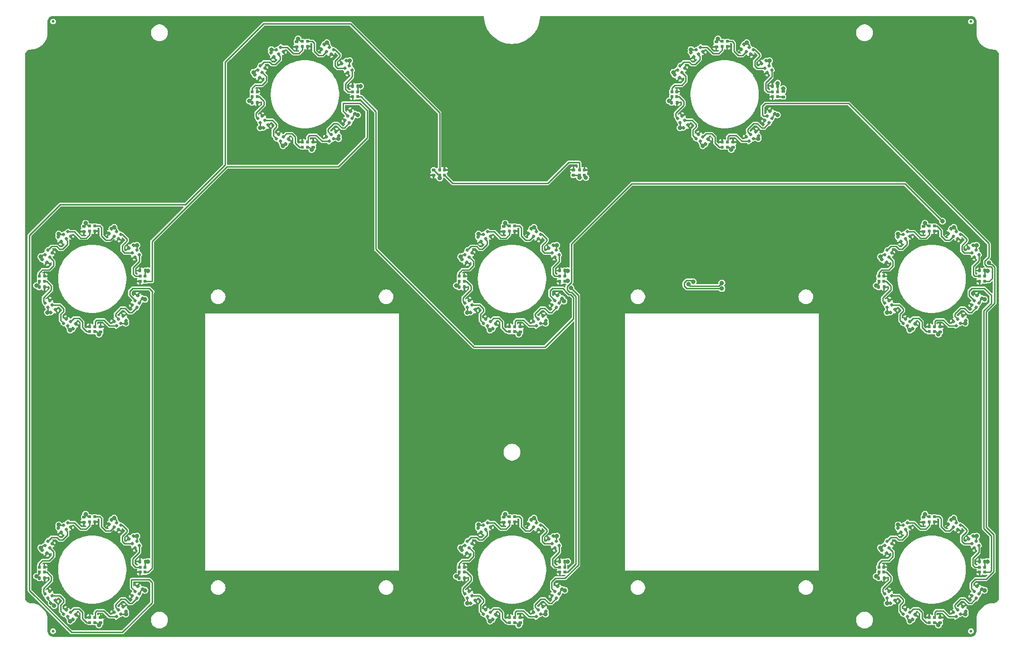
<source format=gbr>
%TF.GenerationSoftware,KiCad,Pcbnew,8.0.4+1*%
%TF.CreationDate,2024-10-08T18:15:16+00:00*%
%TF.ProjectId,pedalboard-display,70656461-6c62-46f6-9172-642d64697370,0.0.0-RC1*%
%TF.SameCoordinates,Original*%
%TF.FileFunction,Copper,L1,Top*%
%TF.FilePolarity,Positive*%
%FSLAX46Y46*%
G04 Gerber Fmt 4.6, Leading zero omitted, Abs format (unit mm)*
G04 Created by KiCad (PCBNEW 8.0.4+1) date 2024-10-08 18:15:16*
%MOMM*%
%LPD*%
G01*
G04 APERTURE LIST*
G04 Aperture macros list*
%AMRoundRect*
0 Rectangle with rounded corners*
0 $1 Rounding radius*
0 $2 $3 $4 $5 $6 $7 $8 $9 X,Y pos of 4 corners*
0 Add a 4 corners polygon primitive as box body*
4,1,4,$2,$3,$4,$5,$6,$7,$8,$9,$2,$3,0*
0 Add four circle primitives for the rounded corners*
1,1,$1+$1,$2,$3*
1,1,$1+$1,$4,$5*
1,1,$1+$1,$6,$7*
1,1,$1+$1,$8,$9*
0 Add four rect primitives between the rounded corners*
20,1,$1+$1,$2,$3,$4,$5,0*
20,1,$1+$1,$4,$5,$6,$7,0*
20,1,$1+$1,$6,$7,$8,$9,0*
20,1,$1+$1,$8,$9,$2,$3,0*%
%AMRotRect*
0 Rectangle, with rotation*
0 The origin of the aperture is its center*
0 $1 length*
0 $2 width*
0 $3 Rotation angle, in degrees counterclockwise*
0 Add horizontal line*
21,1,$1,$2,0,0,$3*%
G04 Aperture macros list end*
%TA.AperFunction,SMDPad,CuDef*%
%ADD10C,0.500000*%
%TD*%
%TA.AperFunction,SMDPad,CuDef*%
%ADD11RoundRect,0.140000X-0.217224X0.036244X-0.077224X-0.206244X0.217224X-0.036244X0.077224X0.206244X0*%
%TD*%
%TA.AperFunction,SMDPad,CuDef*%
%ADD12RoundRect,0.140000X0.140000X0.170000X-0.140000X0.170000X-0.140000X-0.170000X0.140000X-0.170000X0*%
%TD*%
%TA.AperFunction,SMDPad,CuDef*%
%ADD13RotRect,0.500000X0.500000X120.000000*%
%TD*%
%TA.AperFunction,SMDPad,CuDef*%
%ADD14R,0.500000X0.500000*%
%TD*%
%TA.AperFunction,SMDPad,CuDef*%
%ADD15RoundRect,0.140000X-0.170000X0.140000X-0.170000X-0.140000X0.170000X-0.140000X0.170000X0.140000X0*%
%TD*%
%TA.AperFunction,SMDPad,CuDef*%
%ADD16RoundRect,0.140000X-0.036244X-0.217224X0.206244X-0.077224X0.036244X0.217224X-0.206244X0.077224X0*%
%TD*%
%TA.AperFunction,SMDPad,CuDef*%
%ADD17RotRect,0.500000X0.500000X150.000000*%
%TD*%
%TA.AperFunction,SMDPad,CuDef*%
%ADD18RotRect,0.500000X0.500000X210.000000*%
%TD*%
%TA.AperFunction,SMDPad,CuDef*%
%ADD19RotRect,0.500000X0.500000X330.000000*%
%TD*%
%TA.AperFunction,SMDPad,CuDef*%
%ADD20RotRect,0.500000X0.500000X240.000000*%
%TD*%
%TA.AperFunction,SMDPad,CuDef*%
%ADD21RoundRect,0.140000X-0.140000X-0.170000X0.140000X-0.170000X0.140000X0.170000X-0.140000X0.170000X0*%
%TD*%
%TA.AperFunction,SMDPad,CuDef*%
%ADD22RoundRect,0.140000X-0.206244X-0.077224X0.036244X-0.217224X0.206244X0.077224X-0.036244X0.217224X0*%
%TD*%
%TA.AperFunction,SMDPad,CuDef*%
%ADD23RotRect,0.500000X0.500000X30.000000*%
%TD*%
%TA.AperFunction,SMDPad,CuDef*%
%ADD24RoundRect,0.140000X0.036244X0.217224X-0.206244X0.077224X-0.036244X-0.217224X0.206244X-0.077224X0*%
%TD*%
%TA.AperFunction,SMDPad,CuDef*%
%ADD25RotRect,0.500000X0.500000X300.000000*%
%TD*%
%TA.AperFunction,SMDPad,CuDef*%
%ADD26RoundRect,0.140000X0.217224X-0.036244X0.077224X0.206244X-0.217224X0.036244X-0.077224X-0.206244X0*%
%TD*%
%TA.AperFunction,SMDPad,CuDef*%
%ADD27RoundRect,0.140000X-0.077224X0.206244X-0.217224X-0.036244X0.077224X-0.206244X0.217224X0.036244X0*%
%TD*%
%TA.AperFunction,SMDPad,CuDef*%
%ADD28RotRect,0.500000X0.500000X60.000000*%
%TD*%
%TA.AperFunction,SMDPad,CuDef*%
%ADD29RoundRect,0.140000X0.206244X0.077224X-0.036244X0.217224X-0.206244X-0.077224X0.036244X-0.217224X0*%
%TD*%
%TA.AperFunction,SMDPad,CuDef*%
%ADD30RoundRect,0.140000X0.077224X-0.206244X0.217224X0.036244X-0.077224X0.206244X-0.217224X-0.036244X0*%
%TD*%
%TA.AperFunction,SMDPad,CuDef*%
%ADD31RoundRect,0.140000X0.170000X-0.140000X0.170000X0.140000X-0.170000X0.140000X-0.170000X-0.140000X0*%
%TD*%
%TA.AperFunction,SMDPad,CuDef*%
%ADD32RoundRect,0.135000X-0.185000X0.135000X-0.185000X-0.135000X0.185000X-0.135000X0.185000X0.135000X0*%
%TD*%
%TA.AperFunction,ViaPad*%
%ADD33C,0.800000*%
%TD*%
%TA.AperFunction,Conductor*%
%ADD34C,0.250000*%
%TD*%
G04 APERTURE END LIST*
D10*
%TO.P,FID2,*%
%TO.N,*%
X189000000Y-26000000D03*
%TD*%
D11*
%TO.P,C65,1*%
%TO.N,VCC*%
X63950000Y-31517041D03*
%TO.P,C65,2*%
%TO.N,GND*%
X64430000Y-32348425D03*
%TD*%
D12*
%TO.P,C49,1*%
%TO.N,VCC*%
X116480000Y-70530000D03*
%TO.P,C49,2*%
%TO.N,GND*%
X115520000Y-70530000D03*
%TD*%
D13*
%TO.P,D35,1,DIN*%
%TO.N,Net-(D34-DOUT)*%
X186335289Y-132408940D03*
%TO.P,D35,2,VDD*%
%TO.N,VCC*%
X187114711Y-131958940D03*
%TO.P,D35,3,DOUT*%
%TO.N,Net-(D35-DOUT)*%
X186664711Y-131179518D03*
%TO.P,D35,4,VSS*%
%TO.N,GND*%
X185885289Y-131629518D03*
%TD*%
%TO.P,D83,1,DIN*%
%TO.N,Net-(D82-DOUT)*%
X36335289Y-80408940D03*
%TO.P,D83,2,VDD*%
%TO.N,VCC*%
X37114711Y-79958940D03*
%TO.P,D83,3,DOUT*%
%TO.N,Net-(D83-DOUT)*%
X36664711Y-79179518D03*
%TO.P,D83,4,VSS*%
%TO.N,GND*%
X35885289Y-79629518D03*
%TD*%
D14*
%TO.P,D34,1,DIN*%
%TO.N,Net-(D33-DOUT)*%
X181550000Y-133450000D03*
%TO.P,D34,2,VDD*%
%TO.N,VCC*%
X182450000Y-133450000D03*
%TO.P,D34,3,DOUT*%
%TO.N,Net-(D34-DOUT)*%
X182450000Y-132550000D03*
%TO.P,D34,4,VSS*%
%TO.N,GND*%
X181550000Y-132550000D03*
%TD*%
D13*
%TO.P,D11,1,DIN*%
%TO.N,Net-(D10-DOUT)*%
X149335289Y-47408940D03*
%TO.P,D11,2,VDD*%
%TO.N,VCC*%
X150114711Y-46958940D03*
%TO.P,D11,3,DOUT*%
%TO.N,Net-(D11-DOUT)*%
X149664711Y-46179518D03*
%TO.P,D11,4,VSS*%
%TO.N,GND*%
X148885289Y-46629518D03*
%TD*%
D14*
%TO.P,D49,1,DIN*%
%TO.N,/Led Ring B/D_OUT*%
X116450000Y-72450000D03*
%TO.P,D49,2,VDD*%
%TO.N,VCC*%
X116450000Y-71550000D03*
%TO.P,D49,3,DOUT*%
%TO.N,Net-(D49-DOUT)*%
X115550000Y-71550000D03*
%TO.P,D49,4,VSS*%
%TO.N,GND*%
X115550000Y-72450000D03*
%TD*%
D15*
%TO.P,C4,1*%
%TO.N,VCC*%
X143500000Y-29580000D03*
%TO.P,C4,2*%
%TO.N,GND*%
X143500000Y-30540000D03*
%TD*%
D16*
%TO.P,C80,1*%
%TO.N,VCC*%
X24584308Y-77990000D03*
%TO.P,C80,2*%
%TO.N,GND*%
X25415692Y-77510000D03*
%TD*%
D13*
%TO.P,D59,1,DIN*%
%TO.N,Net-(D58-DOUT)*%
X111335289Y-80408940D03*
%TO.P,D59,2,VDD*%
%TO.N,VCC*%
X112114711Y-79958940D03*
%TO.P,D59,3,DOUT*%
%TO.N,Net-(D59-DOUT)*%
X111664711Y-79179518D03*
%TO.P,D59,4,VSS*%
%TO.N,GND*%
X110885289Y-79629518D03*
%TD*%
D16*
%TO.P,C32,1*%
%TO.N,VCC*%
X174584308Y-129990000D03*
%TO.P,C32,2*%
%TO.N,GND*%
X175415692Y-129510000D03*
%TD*%
D14*
%TO.P,D73,1,DIN*%
%TO.N,/Led Ring D/D_IN*%
X41450000Y-72450000D03*
%TO.P,D73,2,VDD*%
%TO.N,VCC*%
X41450000Y-71550000D03*
%TO.P,D73,3,DOUT*%
%TO.N,Net-(D73-DOUT)*%
X40550000Y-71550000D03*
%TO.P,D73,4,VSS*%
%TO.N,GND*%
X40550000Y-72450000D03*
%TD*%
D11*
%TO.P,C5,1*%
%TO.N,VCC*%
X138950000Y-31517041D03*
%TO.P,C5,2*%
%TO.N,GND*%
X139430000Y-32348425D03*
%TD*%
D12*
%TO.P,C13,1*%
%TO.N,VCC*%
X191480000Y-70530000D03*
%TO.P,C13,2*%
%TO.N,GND*%
X190520000Y-70530000D03*
%TD*%
D17*
%TO.P,D48,1,DIN*%
%TO.N,Net-(D47-DOUT)*%
X114958940Y-129114711D03*
%TO.P,D48,2,VDD*%
%TO.N,VCC*%
X115408940Y-128335289D03*
%TO.P,D48,3,DOUT*%
%TO.N,/Led Ring B/D_OUT*%
X114629518Y-127885289D03*
%TO.P,D48,4,VSS*%
%TO.N,GND*%
X114179518Y-128664711D03*
%TD*%
D18*
%TO.P,D86,1,DIN*%
%TO.N,Net-(D85-DOUT)*%
X40408940Y-119664711D03*
%TO.P,D86,2,VDD*%
%TO.N,VCC*%
X39958940Y-118885289D03*
%TO.P,D86,3,DOUT*%
%TO.N,Net-(D86-DOUT)*%
X39179518Y-119335289D03*
%TO.P,D86,4,VSS*%
%TO.N,GND*%
X39629518Y-120114711D03*
%TD*%
D14*
%TO.P,D64,1,DIN*%
%TO.N,Net-(D63-DOUT)*%
X70450000Y-29550000D03*
%TO.P,D64,2,VDD*%
%TO.N,VCC*%
X69550000Y-29550000D03*
%TO.P,D64,3,DOUT*%
%TO.N,Net-(D64-DOUT)*%
X69550000Y-30450000D03*
%TO.P,D64,4,VSS*%
%TO.N,GND*%
X70450000Y-30450000D03*
%TD*%
D19*
%TO.P,D54,1,DIN*%
%TO.N,Net-(D53-DOUT)*%
X99041060Y-66885289D03*
%TO.P,D54,2,VDD*%
%TO.N,VCC*%
X98591060Y-67664711D03*
%TO.P,D54,3,DOUT*%
%TO.N,Net-(D54-DOUT)*%
X99370482Y-68114711D03*
%TO.P,D54,4,VSS*%
%TO.N,GND*%
X99820482Y-67335289D03*
%TD*%
D14*
%TO.P,D37,1,DIN*%
%TO.N,/Led Ring B/D_IN*%
X116450000Y-124450000D03*
%TO.P,D37,2,VDD*%
%TO.N,VCC*%
X116450000Y-123550000D03*
%TO.P,D37,3,DOUT*%
%TO.N,Net-(D37-DOUT)*%
X115550000Y-123550000D03*
%TO.P,D37,4,VSS*%
%TO.N,GND*%
X115550000Y-124450000D03*
%TD*%
%TO.P,D1,1,DIN*%
%TO.N,/Led Ring GAIN/D_IN*%
X154450000Y-39450000D03*
%TO.P,D1,2,VDD*%
%TO.N,VCC*%
X154450000Y-38550000D03*
%TO.P,D1,3,DOUT*%
%TO.N,Net-(D1-DOUT)*%
X153550000Y-38550000D03*
%TO.P,D1,4,VSS*%
%TO.N,GND*%
X153550000Y-39450000D03*
%TD*%
D20*
%TO.P,D15,1,DIN*%
%TO.N,Net-(D14-DOUT)*%
X187114711Y-64041060D03*
%TO.P,D15,2,VDD*%
%TO.N,VCC*%
X186335289Y-63591060D03*
%TO.P,D15,3,DOUT*%
%TO.N,Net-(D15-DOUT)*%
X185885289Y-64370482D03*
%TO.P,D15,4,VSS*%
%TO.N,GND*%
X186664711Y-64820482D03*
%TD*%
D21*
%TO.P,C31,1*%
%TO.N,VCC*%
X172520000Y-125500000D03*
%TO.P,C31,2*%
%TO.N,GND*%
X173480000Y-125500000D03*
%TD*%
D14*
%TO.P,D4,1,DIN*%
%TO.N,Net-(D3-DOUT)*%
X145450000Y-29550000D03*
%TO.P,D4,2,VDD*%
%TO.N,VCC*%
X144550000Y-29550000D03*
%TO.P,D4,3,DOUT*%
%TO.N,Net-(D4-DOUT)*%
X144550000Y-30450000D03*
%TO.P,D4,4,VSS*%
%TO.N,GND*%
X145450000Y-30450000D03*
%TD*%
D11*
%TO.P,C17,1*%
%TO.N,VCC*%
X175950000Y-64517041D03*
%TO.P,C17,2*%
%TO.N,GND*%
X176430000Y-65348425D03*
%TD*%
D14*
%TO.P,D82,1,DIN*%
%TO.N,Net-(D81-DOUT)*%
X31550000Y-81450000D03*
%TO.P,D82,2,VDD*%
%TO.N,VCC*%
X32450000Y-81450000D03*
%TO.P,D82,3,DOUT*%
%TO.N,Net-(D82-DOUT)*%
X32450000Y-80550000D03*
%TO.P,D82,4,VSS*%
%TO.N,GND*%
X31550000Y-80550000D03*
%TD*%
D22*
%TO.P,C78,1*%
%TO.N,VCC*%
X23084308Y-68560000D03*
%TO.P,C78,2*%
%TO.N,GND*%
X23915692Y-69040000D03*
%TD*%
D17*
%TO.P,D12,1,DIN*%
%TO.N,Net-(D11-DOUT)*%
X152958940Y-44114711D03*
%TO.P,D12,2,VDD*%
%TO.N,VCC*%
X153408940Y-43335289D03*
%TO.P,D12,3,DOUT*%
%TO.N,/Led Ring F/D_IN*%
X152629518Y-42885289D03*
%TO.P,D12,4,VSS*%
%TO.N,GND*%
X152179518Y-43664711D03*
%TD*%
D19*
%TO.P,D42,1,DIN*%
%TO.N,Net-(D41-DOUT)*%
X99041060Y-118885289D03*
%TO.P,D42,2,VDD*%
%TO.N,VCC*%
X98591060Y-119664711D03*
%TO.P,D42,3,DOUT*%
%TO.N,Net-(D42-DOUT)*%
X99370482Y-120114711D03*
%TO.P,D42,4,VSS*%
%TO.N,GND*%
X99820482Y-119335289D03*
%TD*%
D23*
%TO.P,D8,1,DIN*%
%TO.N,Net-(D7-DOUT)*%
X136591060Y-43335289D03*
%TO.P,D8,2,VDD*%
%TO.N,VCC*%
X137041060Y-44114711D03*
%TO.P,D8,3,DOUT*%
%TO.N,Net-(D8-DOUT)*%
X137820482Y-43664711D03*
%TO.P,D8,4,VSS*%
%TO.N,GND*%
X137370482Y-42885289D03*
%TD*%
D24*
%TO.P,C38,1*%
%TO.N,VCC*%
X114415692Y-118010000D03*
%TO.P,C38,2*%
%TO.N,GND*%
X113584308Y-118490000D03*
%TD*%
D14*
%TO.P,D10,1,DIN*%
%TO.N,Net-(D10-DIN)*%
X144550000Y-48450000D03*
%TO.P,D10,2,VDD*%
%TO.N,VCC*%
X145450000Y-48450000D03*
%TO.P,D10,3,DOUT*%
%TO.N,Net-(D10-DOUT)*%
X145450000Y-47550000D03*
%TO.P,D10,4,VSS*%
%TO.N,GND*%
X144550000Y-47550000D03*
%TD*%
D20*
%TO.P,D39,1,DIN*%
%TO.N,Net-(D38-DOUT)*%
X112114711Y-116041060D03*
%TO.P,D39,2,VDD*%
%TO.N,VCC*%
X111335289Y-115591060D03*
%TO.P,D39,3,DOUT*%
%TO.N,Net-(D39-DOUT)*%
X110885289Y-116370482D03*
%TO.P,D39,4,VSS*%
%TO.N,GND*%
X111664711Y-116820482D03*
%TD*%
D14*
%TO.P,D7,1,DIN*%
%TO.N,Net-(D6-DOUT)*%
X135550000Y-38550000D03*
%TO.P,D7,2,VDD*%
%TO.N,VCC*%
X135550000Y-39450000D03*
%TO.P,D7,3,DOUT*%
%TO.N,Net-(D7-DOUT)*%
X136450000Y-39450000D03*
%TO.P,D7,4,VSS*%
%TO.N,GND*%
X136450000Y-38550000D03*
%TD*%
D16*
%TO.P,C20,1*%
%TO.N,VCC*%
X174584308Y-77990000D03*
%TO.P,C20,2*%
%TO.N,GND*%
X175415692Y-77510000D03*
%TD*%
D19*
%TO.P,D6,1,DIN*%
%TO.N,Net-(D5-DOUT)*%
X137041060Y-33885289D03*
%TO.P,D6,2,VDD*%
%TO.N,VCC*%
X136591060Y-34664711D03*
%TO.P,D6,3,DOUT*%
%TO.N,Net-(D6-DOUT)*%
X137370482Y-35114711D03*
%TO.P,D6,4,VSS*%
%TO.N,GND*%
X137820482Y-34335289D03*
%TD*%
D14*
%TO.P,D16,1,DIN*%
%TO.N,Net-(D15-DOUT)*%
X182450000Y-62550000D03*
%TO.P,D16,2,VDD*%
%TO.N,VCC*%
X181550000Y-62550000D03*
%TO.P,D16,3,DOUT*%
%TO.N,Net-(D16-DOUT)*%
X181550000Y-63450000D03*
%TO.P,D16,4,VSS*%
%TO.N,GND*%
X182450000Y-63450000D03*
%TD*%
D25*
%TO.P,D53,1,DIN*%
%TO.N,Net-(D52-DOUT)*%
X102664711Y-63591060D03*
%TO.P,D53,2,VDD*%
%TO.N,VCC*%
X101885289Y-64041060D03*
%TO.P,D53,3,DOUT*%
%TO.N,Net-(D53-DOUT)*%
X102335289Y-64820482D03*
%TO.P,D53,4,VSS*%
%TO.N,GND*%
X103114711Y-64370482D03*
%TD*%
D10*
%TO.P,FID1,*%
%TO.N,*%
X25000000Y-26000000D03*
%TD*%
D21*
%TO.P,C19,1*%
%TO.N,VCC*%
X172520000Y-73500000D03*
%TO.P,C19,2*%
%TO.N,GND*%
X173480000Y-73500000D03*
%TD*%
D13*
%TO.P,D71,1,DIN*%
%TO.N,Net-(D70-DOUT)*%
X74335289Y-47408940D03*
%TO.P,D71,2,VDD*%
%TO.N,VCC*%
X75114711Y-46958940D03*
%TO.P,D71,3,DOUT*%
%TO.N,Net-(D71-DOUT)*%
X74664711Y-46179518D03*
%TO.P,D71,4,VSS*%
%TO.N,GND*%
X73885289Y-46629518D03*
%TD*%
D23*
%TO.P,D92,1,DIN*%
%TO.N,Net-(D91-DOUT)*%
X23591060Y-128335289D03*
%TO.P,D92,2,VDD*%
%TO.N,VCC*%
X24041060Y-129114711D03*
%TO.P,D92,3,DOUT*%
%TO.N,Net-(D92-DOUT)*%
X24820482Y-128664711D03*
%TO.P,D92,4,VSS*%
%TO.N,GND*%
X24370482Y-127885289D03*
%TD*%
D26*
%TO.P,C95,1*%
%TO.N,VCC*%
X38040000Y-131482959D03*
%TO.P,C95,2*%
%TO.N,GND*%
X37560000Y-130651575D03*
%TD*%
D27*
%TO.P,C27,1*%
%TO.N,VCC*%
X185440000Y-115084308D03*
%TO.P,C27,2*%
%TO.N,GND*%
X184960000Y-115915692D03*
%TD*%
D14*
%TO.P,D67,1,DIN*%
%TO.N,Net-(D66-DOUT)*%
X60550000Y-38550000D03*
%TO.P,D67,2,VDD*%
%TO.N,VCC*%
X60550000Y-39450000D03*
%TO.P,D67,3,DOUT*%
%TO.N,Net-(D67-DOUT)*%
X61450000Y-39450000D03*
%TO.P,D67,4,VSS*%
%TO.N,GND*%
X61450000Y-38550000D03*
%TD*%
D22*
%TO.P,C66,1*%
%TO.N,VCC*%
X61084308Y-35560000D03*
%TO.P,C66,2*%
%TO.N,GND*%
X61915692Y-36040000D03*
%TD*%
%TO.P,C42,1*%
%TO.N,VCC*%
X98084308Y-120560000D03*
%TO.P,C42,2*%
%TO.N,GND*%
X98915692Y-121040000D03*
%TD*%
D14*
%TO.P,D22,1,DIN*%
%TO.N,Net-(D21-DOUT)*%
X181550000Y-81450000D03*
%TO.P,D22,2,VDD*%
%TO.N,VCC*%
X182450000Y-81450000D03*
%TO.P,D22,3,DOUT*%
%TO.N,Net-(D22-DOUT)*%
X182450000Y-80550000D03*
%TO.P,D22,4,VSS*%
%TO.N,GND*%
X181550000Y-80550000D03*
%TD*%
D18*
%TO.P,D50,1,DIN*%
%TO.N,Net-(D49-DOUT)*%
X115408940Y-67664711D03*
%TO.P,D50,2,VDD*%
%TO.N,VCC*%
X114958940Y-66885289D03*
%TO.P,D50,3,DOUT*%
%TO.N,Net-(D50-DOUT)*%
X114179518Y-67335289D03*
%TO.P,D50,4,VSS*%
%TO.N,GND*%
X114629518Y-68114711D03*
%TD*%
D21*
%TO.P,C7,1*%
%TO.N,VCC*%
X135520000Y-40500000D03*
%TO.P,C7,2*%
%TO.N,GND*%
X136480000Y-40500000D03*
%TD*%
D15*
%TO.P,C52,1*%
%TO.N,VCC*%
X105500000Y-62580000D03*
%TO.P,C52,2*%
%TO.N,GND*%
X105500000Y-63540000D03*
%TD*%
D14*
%TO.P,D94,1,DIN*%
%TO.N,Net-(D93-DOUT)*%
X31550000Y-133450000D03*
%TO.P,D94,2,VDD*%
%TO.N,VCC*%
X32450000Y-133450000D03*
%TO.P,D94,3,DOUT*%
%TO.N,Net-(D94-DOUT)*%
X32450000Y-132550000D03*
%TO.P,D94,4,VSS*%
%TO.N,GND*%
X31550000Y-132550000D03*
%TD*%
D13*
%TO.P,D23,1,DIN*%
%TO.N,Net-(D22-DOUT)*%
X186335289Y-80408940D03*
%TO.P,D23,2,VDD*%
%TO.N,VCC*%
X187114711Y-79958940D03*
%TO.P,D23,3,DOUT*%
%TO.N,Net-(D23-DOUT)*%
X186664711Y-79179518D03*
%TO.P,D23,4,VSS*%
%TO.N,GND*%
X185885289Y-79629518D03*
%TD*%
D28*
%TO.P,D21,1,DIN*%
%TO.N,Net-(D20-DOUT)*%
X176885289Y-79958940D03*
%TO.P,D21,2,VDD*%
%TO.N,VCC*%
X177664711Y-80408940D03*
%TO.P,D21,3,DOUT*%
%TO.N,Net-(D21-DOUT)*%
X178114711Y-79629518D03*
%TO.P,D21,4,VSS*%
%TO.N,GND*%
X177335289Y-79179518D03*
%TD*%
D14*
%TO.P,D88,1,DIN*%
%TO.N,Net-(D87-DOUT)*%
X32450000Y-114550000D03*
%TO.P,D88,2,VDD*%
%TO.N,VCC*%
X31550000Y-114550000D03*
%TO.P,D88,3,DOUT*%
%TO.N,Net-(D88-DOUT)*%
X31550000Y-115450000D03*
%TO.P,D88,4,VSS*%
%TO.N,GND*%
X32450000Y-115450000D03*
%TD*%
D28*
%TO.P,D45,1,DIN*%
%TO.N,Net-(D44-DOUT)*%
X101885289Y-131958940D03*
%TO.P,D45,2,VDD*%
%TO.N,VCC*%
X102664711Y-132408940D03*
%TO.P,D45,3,DOUT*%
%TO.N,Net-(D45-DOUT)*%
X103114711Y-131629518D03*
%TO.P,D45,4,VSS*%
%TO.N,GND*%
X102335289Y-131179518D03*
%TD*%
D12*
%TO.P,C25,1*%
%TO.N,VCC*%
X191480000Y-122530000D03*
%TO.P,C25,2*%
%TO.N,GND*%
X190520000Y-122530000D03*
%TD*%
%TO.P,C73,1*%
%TO.N,VCC*%
X41480000Y-70530000D03*
%TO.P,C73,2*%
%TO.N,GND*%
X40520000Y-70530000D03*
%TD*%
D29*
%TO.P,C36,1*%
%TO.N,VCC*%
X190965692Y-127490000D03*
%TO.P,C36,2*%
%TO.N,GND*%
X190134308Y-127010000D03*
%TD*%
D14*
%TO.P,D13,1,DIN*%
%TO.N,/Led Ring F/D_IN*%
X191450000Y-72450000D03*
%TO.P,D13,2,VDD*%
%TO.N,VCC*%
X191450000Y-71550000D03*
%TO.P,D13,3,DOUT*%
%TO.N,Net-(D13-DOUT)*%
X190550000Y-71550000D03*
%TO.P,D13,4,VSS*%
%TO.N,GND*%
X190550000Y-72450000D03*
%TD*%
D30*
%TO.P,C93,1*%
%TO.N,VCC*%
X28560000Y-132915692D03*
%TO.P,C93,2*%
%TO.N,GND*%
X29040000Y-132084308D03*
%TD*%
%TO.P,C21,1*%
%TO.N,VCC*%
X178560000Y-80915692D03*
%TO.P,C21,2*%
%TO.N,GND*%
X179040000Y-80084308D03*
%TD*%
D13*
%TO.P,D95,1,DIN*%
%TO.N,Net-(D94-DOUT)*%
X36335289Y-132408940D03*
%TO.P,D95,2,VDD*%
%TO.N,VCC*%
X37114711Y-131958940D03*
%TO.P,D95,3,DOUT*%
%TO.N,Net-(D95-DOUT)*%
X36664711Y-131179518D03*
%TO.P,D95,4,VSS*%
%TO.N,GND*%
X35885289Y-131629518D03*
%TD*%
D16*
%TO.P,C8,1*%
%TO.N,VCC*%
X137584308Y-44990000D03*
%TO.P,C8,2*%
%TO.N,GND*%
X138415692Y-44510000D03*
%TD*%
D17*
%TO.P,D72,1,DIN*%
%TO.N,Net-(D71-DOUT)*%
X77958940Y-44114711D03*
%TO.P,D72,2,VDD*%
%TO.N,VCC*%
X78408940Y-43335289D03*
%TO.P,D72,3,DOUT*%
%TO.N,/Led Ring D/D_IN*%
X77629518Y-42885289D03*
%TO.P,D72,4,VSS*%
%TO.N,GND*%
X77179518Y-43664711D03*
%TD*%
D15*
%TO.P,C97,1*%
%TO.N,VCC*%
X93000000Y-52520000D03*
%TO.P,C97,2*%
%TO.N,GND*%
X93000000Y-53480000D03*
%TD*%
D24*
%TO.P,C86,1*%
%TO.N,VCC*%
X39415692Y-118010000D03*
%TO.P,C86,2*%
%TO.N,GND*%
X38584308Y-118490000D03*
%TD*%
D19*
%TO.P,D18,1,DIN*%
%TO.N,Net-(D17-DOUT)*%
X174041060Y-66885289D03*
%TO.P,D18,2,VDD*%
%TO.N,VCC*%
X173591060Y-67664711D03*
%TO.P,D18,3,DOUT*%
%TO.N,Net-(D18-DOUT)*%
X174370482Y-68114711D03*
%TO.P,D18,4,VSS*%
%TO.N,GND*%
X174820482Y-67335289D03*
%TD*%
D14*
%TO.P,D85,1,DIN*%
%TO.N,/Led Ring A/D_IN*%
X41450000Y-124450000D03*
%TO.P,D85,2,VDD*%
%TO.N,VCC*%
X41450000Y-123550000D03*
%TO.P,D85,3,DOUT*%
%TO.N,Net-(D85-DOUT)*%
X40550000Y-123550000D03*
%TO.P,D85,4,VSS*%
%TO.N,GND*%
X40550000Y-124450000D03*
%TD*%
D30*
%TO.P,C9,1*%
%TO.N,VCC*%
X141560000Y-47915692D03*
%TO.P,C9,2*%
%TO.N,GND*%
X142040000Y-47084308D03*
%TD*%
D14*
%TO.P,D19,1,DIN*%
%TO.N,Net-(D18-DOUT)*%
X172550000Y-71550000D03*
%TO.P,D19,2,VDD*%
%TO.N,VCC*%
X172550000Y-72450000D03*
%TO.P,D19,3,DOUT*%
%TO.N,Net-(D19-DOUT)*%
X173450000Y-72450000D03*
%TO.P,D19,4,VSS*%
%TO.N,GND*%
X173450000Y-71550000D03*
%TD*%
D25*
%TO.P,D65,1,DIN*%
%TO.N,Net-(D64-DOUT)*%
X65664711Y-30591060D03*
%TO.P,D65,2,VDD*%
%TO.N,VCC*%
X64885289Y-31041060D03*
%TO.P,D65,3,DOUT*%
%TO.N,Net-(D65-DOUT)*%
X65335289Y-31820482D03*
%TO.P,D65,4,VSS*%
%TO.N,GND*%
X66114711Y-31370482D03*
%TD*%
D19*
%TO.P,D78,1,DIN*%
%TO.N,Net-(D77-DOUT)*%
X24041060Y-66885289D03*
%TO.P,D78,2,VDD*%
%TO.N,VCC*%
X23591060Y-67664711D03*
%TO.P,D78,3,DOUT*%
%TO.N,Net-(D78-DOUT)*%
X24370482Y-68114711D03*
%TO.P,D78,4,VSS*%
%TO.N,GND*%
X24820482Y-67335289D03*
%TD*%
D14*
%TO.P,D46,1,DIN*%
%TO.N,Net-(D45-DOUT)*%
X106550000Y-133450000D03*
%TO.P,D46,2,VDD*%
%TO.N,VCC*%
X107450000Y-133450000D03*
%TO.P,D46,3,DOUT*%
%TO.N,Net-(D46-DOUT)*%
X107450000Y-132550000D03*
%TO.P,D46,4,VSS*%
%TO.N,GND*%
X106550000Y-132550000D03*
%TD*%
D22*
%TO.P,C18,1*%
%TO.N,VCC*%
X173084308Y-68560000D03*
%TO.P,C18,2*%
%TO.N,GND*%
X173915692Y-69040000D03*
%TD*%
D14*
%TO.P,D58,1,DIN*%
%TO.N,Net-(D57-DOUT)*%
X106550000Y-81450000D03*
%TO.P,D58,2,VDD*%
%TO.N,VCC*%
X107450000Y-81450000D03*
%TO.P,D58,3,DOUT*%
%TO.N,Net-(D58-DOUT)*%
X107450000Y-80550000D03*
%TO.P,D58,4,VSS*%
%TO.N,GND*%
X106550000Y-80550000D03*
%TD*%
%TO.P,D25,1,DIN*%
%TO.N,/Led Ring C/D_IN*%
X191450000Y-124450000D03*
%TO.P,D25,2,VDD*%
%TO.N,VCC*%
X191450000Y-123550000D03*
%TO.P,D25,3,DOUT*%
%TO.N,Net-(D25-DOUT)*%
X190550000Y-123550000D03*
%TO.P,D25,4,VSS*%
%TO.N,GND*%
X190550000Y-124450000D03*
%TD*%
%TO.P,D70,1,DIN*%
%TO.N,Net-(D69-DOUT)*%
X69550000Y-48450000D03*
%TO.P,D70,2,VDD*%
%TO.N,VCC*%
X70450000Y-48450000D03*
%TO.P,D70,3,DOUT*%
%TO.N,Net-(D70-DOUT)*%
X70450000Y-47550000D03*
%TO.P,D70,4,VSS*%
%TO.N,GND*%
X69550000Y-47550000D03*
%TD*%
D29*
%TO.P,C72,1*%
%TO.N,VCC*%
X78965692Y-42490000D03*
%TO.P,C72,2*%
%TO.N,GND*%
X78134308Y-42010000D03*
%TD*%
D21*
%TO.P,C55,1*%
%TO.N,VCC*%
X97520000Y-73500000D03*
%TO.P,C55,2*%
%TO.N,GND*%
X98480000Y-73500000D03*
%TD*%
D27*
%TO.P,C87,1*%
%TO.N,VCC*%
X35440000Y-115084308D03*
%TO.P,C87,2*%
%TO.N,GND*%
X34960000Y-115915692D03*
%TD*%
D26*
%TO.P,C11,1*%
%TO.N,VCC*%
X151040000Y-46482959D03*
%TO.P,C11,2*%
%TO.N,GND*%
X150560000Y-45651575D03*
%TD*%
D24*
%TO.P,C26,1*%
%TO.N,VCC*%
X189415692Y-118010000D03*
%TO.P,C26,2*%
%TO.N,GND*%
X188584308Y-118490000D03*
%TD*%
D21*
%TO.P,C43,1*%
%TO.N,VCC*%
X97520000Y-125500000D03*
%TO.P,C43,2*%
%TO.N,GND*%
X98480000Y-125500000D03*
%TD*%
D25*
%TO.P,D77,1,DIN*%
%TO.N,Net-(D76-DOUT)*%
X27664711Y-63591060D03*
%TO.P,D77,2,VDD*%
%TO.N,VCC*%
X26885289Y-64041060D03*
%TO.P,D77,3,DOUT*%
%TO.N,Net-(D77-DOUT)*%
X27335289Y-64820482D03*
%TO.P,D77,4,VSS*%
%TO.N,GND*%
X28114711Y-64370482D03*
%TD*%
D24*
%TO.P,C74,1*%
%TO.N,VCC*%
X39415692Y-66010000D03*
%TO.P,C74,2*%
%TO.N,GND*%
X38584308Y-66490000D03*
%TD*%
D15*
%TO.P,C16,1*%
%TO.N,VCC*%
X180500000Y-62580000D03*
%TO.P,C16,2*%
%TO.N,GND*%
X180500000Y-63540000D03*
%TD*%
D14*
%TO.P,D31,1,DIN*%
%TO.N,Net-(D30-DOUT)*%
X172550000Y-123550000D03*
%TO.P,D31,2,VDD*%
%TO.N,VCC*%
X172550000Y-124450000D03*
%TO.P,D31,3,DOUT*%
%TO.N,Net-(D31-DOUT)*%
X173450000Y-124450000D03*
%TO.P,D31,4,VSS*%
%TO.N,GND*%
X173450000Y-123550000D03*
%TD*%
D10*
%TO.P,FID4,*%
%TO.N,*%
X189000000Y-135000000D03*
%TD*%
D27*
%TO.P,C51,1*%
%TO.N,VCC*%
X110440000Y-63084308D03*
%TO.P,C51,2*%
%TO.N,GND*%
X109960000Y-63915692D03*
%TD*%
D26*
%TO.P,C59,1*%
%TO.N,VCC*%
X113040000Y-79482959D03*
%TO.P,C59,2*%
%TO.N,GND*%
X112560000Y-78651575D03*
%TD*%
D25*
%TO.P,D17,1,DIN*%
%TO.N,Net-(D16-DOUT)*%
X177664711Y-63591060D03*
%TO.P,D17,2,VDD*%
%TO.N,VCC*%
X176885289Y-64041060D03*
%TO.P,D17,3,DOUT*%
%TO.N,Net-(D17-DOUT)*%
X177335289Y-64820482D03*
%TO.P,D17,4,VSS*%
%TO.N,GND*%
X178114711Y-64370482D03*
%TD*%
D18*
%TO.P,D74,1,DIN*%
%TO.N,Net-(D73-DOUT)*%
X40408940Y-67664711D03*
%TO.P,D74,2,VDD*%
%TO.N,VCC*%
X39958940Y-66885289D03*
%TO.P,D74,3,DOUT*%
%TO.N,Net-(D74-DOUT)*%
X39179518Y-67335289D03*
%TO.P,D74,4,VSS*%
%TO.N,GND*%
X39629518Y-68114711D03*
%TD*%
D20*
%TO.P,D51,1,DIN*%
%TO.N,Net-(D50-DOUT)*%
X112114711Y-64041060D03*
%TO.P,D51,2,VDD*%
%TO.N,VCC*%
X111335289Y-63591060D03*
%TO.P,D51,3,DOUT*%
%TO.N,Net-(D51-DOUT)*%
X110885289Y-64370482D03*
%TO.P,D51,4,VSS*%
%TO.N,GND*%
X111664711Y-64820482D03*
%TD*%
D27*
%TO.P,C39,1*%
%TO.N,VCC*%
X110440000Y-115084308D03*
%TO.P,C39,2*%
%TO.N,GND*%
X109960000Y-115915692D03*
%TD*%
D12*
%TO.P,C61,1*%
%TO.N,VCC*%
X79480000Y-37530000D03*
%TO.P,C61,2*%
%TO.N,GND*%
X78520000Y-37530000D03*
%TD*%
D14*
%TO.P,D28,1,DIN*%
%TO.N,Net-(D27-DOUT)*%
X182450000Y-114550000D03*
%TO.P,D28,2,VDD*%
%TO.N,VCC*%
X181550000Y-114550000D03*
%TO.P,D28,3,DOUT*%
%TO.N,Net-(D28-DOUT)*%
X181550000Y-115450000D03*
%TO.P,D28,4,VSS*%
%TO.N,GND*%
X182450000Y-115450000D03*
%TD*%
D22*
%TO.P,C6,1*%
%TO.N,VCC*%
X136084308Y-35560000D03*
%TO.P,C6,2*%
%TO.N,GND*%
X136915692Y-36040000D03*
%TD*%
D21*
%TO.P,C79,1*%
%TO.N,VCC*%
X22520000Y-73500000D03*
%TO.P,C79,2*%
%TO.N,GND*%
X23480000Y-73500000D03*
%TD*%
D14*
%TO.P,D55,1,DIN*%
%TO.N,Net-(D54-DOUT)*%
X97550000Y-71550000D03*
%TO.P,D55,2,VDD*%
%TO.N,VCC*%
X97550000Y-72450000D03*
%TO.P,D55,3,DOUT*%
%TO.N,Net-(D55-DOUT)*%
X98450000Y-72450000D03*
%TO.P,D55,4,VSS*%
%TO.N,GND*%
X98450000Y-71550000D03*
%TD*%
D16*
%TO.P,C44,1*%
%TO.N,VCC*%
X99584308Y-129990000D03*
%TO.P,C44,2*%
%TO.N,GND*%
X100415692Y-129510000D03*
%TD*%
D31*
%TO.P,C10,1*%
%TO.N,VCC*%
X146500000Y-48510000D03*
%TO.P,C10,2*%
%TO.N,GND*%
X146500000Y-47550000D03*
%TD*%
D11*
%TO.P,C29,1*%
%TO.N,VCC*%
X175950000Y-116517041D03*
%TO.P,C29,2*%
%TO.N,GND*%
X176430000Y-117348425D03*
%TD*%
D18*
%TO.P,D38,1,DIN*%
%TO.N,Net-(D37-DOUT)*%
X115408940Y-119664711D03*
%TO.P,D38,2,VDD*%
%TO.N,VCC*%
X114958940Y-118885289D03*
%TO.P,D38,3,DOUT*%
%TO.N,Net-(D38-DOUT)*%
X114179518Y-119335289D03*
%TO.P,D38,4,VSS*%
%TO.N,GND*%
X114629518Y-120114711D03*
%TD*%
D15*
%TO.P,C76,1*%
%TO.N,VCC*%
X30500000Y-62580000D03*
%TO.P,C76,2*%
%TO.N,GND*%
X30500000Y-63540000D03*
%TD*%
D27*
%TO.P,C75,1*%
%TO.N,VCC*%
X35440000Y-63084308D03*
%TO.P,C75,2*%
%TO.N,GND*%
X34960000Y-63915692D03*
%TD*%
D15*
%TO.P,C40,1*%
%TO.N,VCC*%
X105500000Y-114580000D03*
%TO.P,C40,2*%
%TO.N,GND*%
X105500000Y-115540000D03*
%TD*%
D24*
%TO.P,C62,1*%
%TO.N,VCC*%
X77415692Y-33010000D03*
%TO.P,C62,2*%
%TO.N,GND*%
X76584308Y-33490000D03*
%TD*%
D26*
%TO.P,C83,1*%
%TO.N,VCC*%
X38040000Y-79482959D03*
%TO.P,C83,2*%
%TO.N,GND*%
X37560000Y-78651575D03*
%TD*%
D20*
%TO.P,D75,1,DIN*%
%TO.N,Net-(D74-DOUT)*%
X37114711Y-64041060D03*
%TO.P,D75,2,VDD*%
%TO.N,VCC*%
X36335289Y-63591060D03*
%TO.P,D75,3,DOUT*%
%TO.N,Net-(D75-DOUT)*%
X35885289Y-64370482D03*
%TO.P,D75,4,VSS*%
%TO.N,GND*%
X36664711Y-64820482D03*
%TD*%
D19*
%TO.P,D66,1,DIN*%
%TO.N,Net-(D65-DOUT)*%
X62041060Y-33885289D03*
%TO.P,D66,2,VDD*%
%TO.N,VCC*%
X61591060Y-34664711D03*
%TO.P,D66,3,DOUT*%
%TO.N,Net-(D66-DOUT)*%
X62370482Y-35114711D03*
%TO.P,D66,4,VSS*%
%TO.N,GND*%
X62820482Y-34335289D03*
%TD*%
D22*
%TO.P,C90,1*%
%TO.N,VCC*%
X23084308Y-120560000D03*
%TO.P,C90,2*%
%TO.N,GND*%
X23915692Y-121040000D03*
%TD*%
D15*
%TO.P,C88,1*%
%TO.N,VCC*%
X30500000Y-114580000D03*
%TO.P,C88,2*%
%TO.N,GND*%
X30500000Y-115540000D03*
%TD*%
D19*
%TO.P,D30,1,DIN*%
%TO.N,Net-(D29-DOUT)*%
X174041060Y-118885289D03*
%TO.P,D30,2,VDD*%
%TO.N,VCC*%
X173591060Y-119664711D03*
%TO.P,D30,3,DOUT*%
%TO.N,Net-(D30-DOUT)*%
X174370482Y-120114711D03*
%TO.P,D30,4,VSS*%
%TO.N,GND*%
X174820482Y-119335289D03*
%TD*%
D29*
%TO.P,C60,1*%
%TO.N,VCC*%
X115965692Y-75490000D03*
%TO.P,C60,2*%
%TO.N,GND*%
X115134308Y-75010000D03*
%TD*%
D23*
%TO.P,D56,1,DIN*%
%TO.N,Net-(D55-DOUT)*%
X98591060Y-76335289D03*
%TO.P,D56,2,VDD*%
%TO.N,VCC*%
X99041060Y-77114711D03*
%TO.P,D56,3,DOUT*%
%TO.N,Net-(D56-DOUT)*%
X99820482Y-76664711D03*
%TO.P,D56,4,VSS*%
%TO.N,GND*%
X99370482Y-75885289D03*
%TD*%
D18*
%TO.P,D26,1,DIN*%
%TO.N,Net-(D25-DOUT)*%
X190408940Y-119664711D03*
%TO.P,D26,2,VDD*%
%TO.N,VCC*%
X189958940Y-118885289D03*
%TO.P,D26,3,DOUT*%
%TO.N,Net-(D26-DOUT)*%
X189179518Y-119335289D03*
%TO.P,D26,4,VSS*%
%TO.N,GND*%
X189629518Y-120114711D03*
%TD*%
D23*
%TO.P,D44,1,DIN*%
%TO.N,Net-(D43-DOUT)*%
X98591060Y-128335289D03*
%TO.P,D44,2,VDD*%
%TO.N,VCC*%
X99041060Y-129114711D03*
%TO.P,D44,3,DOUT*%
%TO.N,Net-(D44-DOUT)*%
X99820482Y-128664711D03*
%TO.P,D44,4,VSS*%
%TO.N,GND*%
X99370482Y-127885289D03*
%TD*%
D19*
%TO.P,D90,1,DIN*%
%TO.N,Net-(D89-DOUT)*%
X24041060Y-118885289D03*
%TO.P,D90,2,VDD*%
%TO.N,VCC*%
X23591060Y-119664711D03*
%TO.P,D90,3,DOUT*%
%TO.N,Net-(D90-DOUT)*%
X24370482Y-120114711D03*
%TO.P,D90,4,VSS*%
%TO.N,GND*%
X24820482Y-119335289D03*
%TD*%
D29*
%TO.P,C48,1*%
%TO.N,VCC*%
X115965692Y-127490000D03*
%TO.P,C48,2*%
%TO.N,GND*%
X115134308Y-127010000D03*
%TD*%
D14*
%TO.P,D61,1,DIN*%
%TO.N,/Led Ring E/D_OUT*%
X79450000Y-39450000D03*
%TO.P,D61,2,VDD*%
%TO.N,VCC*%
X79450000Y-38550000D03*
%TO.P,D61,3,DOUT*%
%TO.N,Net-(D61-DOUT)*%
X78550000Y-38550000D03*
%TO.P,D61,4,VSS*%
%TO.N,GND*%
X78550000Y-39450000D03*
%TD*%
D18*
%TO.P,D2,1,DIN*%
%TO.N,Net-(D1-DOUT)*%
X153408940Y-34664711D03*
%TO.P,D2,2,VDD*%
%TO.N,VCC*%
X152958940Y-33885289D03*
%TO.P,D2,3,DOUT*%
%TO.N,Net-(D2-DOUT)*%
X152179518Y-34335289D03*
%TO.P,D2,4,VSS*%
%TO.N,GND*%
X152629518Y-35114711D03*
%TD*%
D20*
%TO.P,D87,1,DIN*%
%TO.N,Net-(D86-DOUT)*%
X37114711Y-116041060D03*
%TO.P,D87,2,VDD*%
%TO.N,VCC*%
X36335289Y-115591060D03*
%TO.P,D87,3,DOUT*%
%TO.N,Net-(D87-DOUT)*%
X35885289Y-116370482D03*
%TO.P,D87,4,VSS*%
%TO.N,GND*%
X36664711Y-116820482D03*
%TD*%
D17*
%TO.P,D60,1,DIN*%
%TO.N,Net-(D59-DOUT)*%
X114958940Y-77114711D03*
%TO.P,D60,2,VDD*%
%TO.N,VCC*%
X115408940Y-76335289D03*
%TO.P,D60,3,DOUT*%
%TO.N,/Led Ring E/D_OUT*%
X114629518Y-75885289D03*
%TO.P,D60,4,VSS*%
%TO.N,GND*%
X114179518Y-76664711D03*
%TD*%
D23*
%TO.P,D20,1,DIN*%
%TO.N,Net-(D19-DOUT)*%
X173591060Y-76335289D03*
%TO.P,D20,2,VDD*%
%TO.N,VCC*%
X174041060Y-77114711D03*
%TO.P,D20,3,DOUT*%
%TO.N,Net-(D20-DOUT)*%
X174820482Y-76664711D03*
%TO.P,D20,4,VSS*%
%TO.N,GND*%
X174370482Y-75885289D03*
%TD*%
D12*
%TO.P,C1,1*%
%TO.N,VCC*%
X154480000Y-37530000D03*
%TO.P,C1,2*%
%TO.N,GND*%
X153520000Y-37530000D03*
%TD*%
D24*
%TO.P,C2,1*%
%TO.N,VCC*%
X152415692Y-33010000D03*
%TO.P,C2,2*%
%TO.N,GND*%
X151584308Y-33490000D03*
%TD*%
D31*
%TO.P,C82,1*%
%TO.N,VCC*%
X33500000Y-81510000D03*
%TO.P,C82,2*%
%TO.N,GND*%
X33500000Y-80550000D03*
%TD*%
D14*
%TO.P,D97,1,DIN*%
%TO.N,/Led Ring A/D_OUT*%
X94050000Y-52550000D03*
%TO.P,D97,2,VDD*%
%TO.N,VCC*%
X94050000Y-53450000D03*
%TO.P,D97,3,DOUT*%
%TO.N,Net-(D97-DOUT)*%
X94950000Y-53450000D03*
%TO.P,D97,4,VSS*%
%TO.N,GND*%
X94950000Y-52550000D03*
%TD*%
D25*
%TO.P,D5,1,DIN*%
%TO.N,Net-(D4-DOUT)*%
X140664711Y-30591060D03*
%TO.P,D5,2,VDD*%
%TO.N,VCC*%
X139885289Y-31041060D03*
%TO.P,D5,3,DOUT*%
%TO.N,Net-(D5-DOUT)*%
X140335289Y-31820482D03*
%TO.P,D5,4,VSS*%
%TO.N,GND*%
X141114711Y-31370482D03*
%TD*%
%TO.P,D41,1,DIN*%
%TO.N,Net-(D40-DOUT)*%
X102664711Y-115591060D03*
%TO.P,D41,2,VDD*%
%TO.N,VCC*%
X101885289Y-116041060D03*
%TO.P,D41,3,DOUT*%
%TO.N,Net-(D41-DOUT)*%
X102335289Y-116820482D03*
%TO.P,D41,4,VSS*%
%TO.N,GND*%
X103114711Y-116370482D03*
%TD*%
D22*
%TO.P,C54,1*%
%TO.N,VCC*%
X98084308Y-68560000D03*
%TO.P,C54,2*%
%TO.N,GND*%
X98915692Y-69040000D03*
%TD*%
D17*
%TO.P,D84,1,DIN*%
%TO.N,Net-(D83-DOUT)*%
X39958940Y-77114711D03*
%TO.P,D84,2,VDD*%
%TO.N,VCC*%
X40408940Y-76335289D03*
%TO.P,D84,3,DOUT*%
%TO.N,/Led Ring A/D_IN*%
X39629518Y-75885289D03*
%TO.P,D84,4,VSS*%
%TO.N,GND*%
X39179518Y-76664711D03*
%TD*%
D15*
%TO.P,C28,1*%
%TO.N,VCC*%
X180500000Y-114580000D03*
%TO.P,C28,2*%
%TO.N,GND*%
X180500000Y-115540000D03*
%TD*%
D14*
%TO.P,D52,1,DIN*%
%TO.N,Net-(D51-DOUT)*%
X107450000Y-62550000D03*
%TO.P,D52,2,VDD*%
%TO.N,VCC*%
X106550000Y-62550000D03*
%TO.P,D52,3,DOUT*%
%TO.N,Net-(D52-DOUT)*%
X106550000Y-63450000D03*
%TO.P,D52,4,VSS*%
%TO.N,GND*%
X107450000Y-63450000D03*
%TD*%
D17*
%TO.P,D24,1,DIN*%
%TO.N,Net-(D23-DOUT)*%
X189958940Y-77114711D03*
%TO.P,D24,2,VDD*%
%TO.N,VCC*%
X190408940Y-76335289D03*
%TO.P,D24,3,DOUT*%
%TO.N,/Led Ring C/D_IN*%
X189629518Y-75885289D03*
%TO.P,D24,4,VSS*%
%TO.N,GND*%
X189179518Y-76664711D03*
%TD*%
D31*
%TO.P,C58,1*%
%TO.N,VCC*%
X108500000Y-81510000D03*
%TO.P,C58,2*%
%TO.N,GND*%
X108500000Y-80550000D03*
%TD*%
D14*
%TO.P,D91,1,DIN*%
%TO.N,Net-(D90-DOUT)*%
X22550000Y-123550000D03*
%TO.P,D91,2,VDD*%
%TO.N,VCC*%
X22550000Y-124450000D03*
%TO.P,D91,3,DOUT*%
%TO.N,Net-(D91-DOUT)*%
X23450000Y-124450000D03*
%TO.P,D91,4,VSS*%
%TO.N,GND*%
X23450000Y-123550000D03*
%TD*%
D31*
%TO.P,C94,1*%
%TO.N,VCC*%
X33500000Y-133510000D03*
%TO.P,C94,2*%
%TO.N,GND*%
X33500000Y-132550000D03*
%TD*%
D32*
%TO.P,R1,1*%
%TO.N,Net-(J1-Pin_3)*%
X155470000Y-38470000D03*
%TO.P,R1,2*%
%TO.N,/Led Ring GAIN/D_IN*%
X155470000Y-39490000D03*
%TD*%
D29*
%TO.P,C12,1*%
%TO.N,VCC*%
X153965692Y-42490000D03*
%TO.P,C12,2*%
%TO.N,GND*%
X153134308Y-42010000D03*
%TD*%
D28*
%TO.P,D9,1,DIN*%
%TO.N,Net-(D8-DOUT)*%
X139885289Y-46958940D03*
%TO.P,D9,2,VDD*%
%TO.N,VCC*%
X140664711Y-47408940D03*
%TO.P,D9,3,DOUT*%
%TO.N,Net-(D10-DIN)*%
X141114711Y-46629518D03*
%TO.P,D9,4,VSS*%
%TO.N,GND*%
X140335289Y-46179518D03*
%TD*%
D12*
%TO.P,C37,1*%
%TO.N,VCC*%
X116480000Y-122530000D03*
%TO.P,C37,2*%
%TO.N,GND*%
X115520000Y-122530000D03*
%TD*%
D27*
%TO.P,C15,1*%
%TO.N,VCC*%
X185440000Y-63084308D03*
%TO.P,C15,2*%
%TO.N,GND*%
X184960000Y-63915692D03*
%TD*%
D22*
%TO.P,C30,1*%
%TO.N,VCC*%
X173084308Y-120560000D03*
%TO.P,C30,2*%
%TO.N,GND*%
X173915692Y-121040000D03*
%TD*%
D29*
%TO.P,C24,1*%
%TO.N,VCC*%
X190965692Y-75490000D03*
%TO.P,C24,2*%
%TO.N,GND*%
X190134308Y-75010000D03*
%TD*%
D13*
%TO.P,D47,1,DIN*%
%TO.N,Net-(D46-DOUT)*%
X111335289Y-132408940D03*
%TO.P,D47,2,VDD*%
%TO.N,VCC*%
X112114711Y-131958940D03*
%TO.P,D47,3,DOUT*%
%TO.N,Net-(D47-DOUT)*%
X111664711Y-131179518D03*
%TO.P,D47,4,VSS*%
%TO.N,GND*%
X110885289Y-131629518D03*
%TD*%
D14*
%TO.P,D79,1,DIN*%
%TO.N,Net-(D78-DOUT)*%
X22550000Y-71550000D03*
%TO.P,D79,2,VDD*%
%TO.N,VCC*%
X22550000Y-72450000D03*
%TO.P,D79,3,DOUT*%
%TO.N,Net-(D79-DOUT)*%
X23450000Y-72450000D03*
%TO.P,D79,4,VSS*%
%TO.N,GND*%
X23450000Y-71550000D03*
%TD*%
D17*
%TO.P,D36,1,DIN*%
%TO.N,Net-(D35-DOUT)*%
X189958940Y-129114711D03*
%TO.P,D36,2,VDD*%
%TO.N,VCC*%
X190408940Y-128335289D03*
%TO.P,D36,3,DOUT*%
%TO.N,/Led Ring B/D_IN*%
X189629518Y-127885289D03*
%TO.P,D36,4,VSS*%
%TO.N,GND*%
X189179518Y-128664711D03*
%TD*%
D20*
%TO.P,D27,1,DIN*%
%TO.N,Net-(D26-DOUT)*%
X187114711Y-116041060D03*
%TO.P,D27,2,VDD*%
%TO.N,VCC*%
X186335289Y-115591060D03*
%TO.P,D27,3,DOUT*%
%TO.N,Net-(D27-DOUT)*%
X185885289Y-116370482D03*
%TO.P,D27,4,VSS*%
%TO.N,GND*%
X186664711Y-116820482D03*
%TD*%
D14*
%TO.P,D76,1,DIN*%
%TO.N,Net-(D75-DOUT)*%
X32450000Y-62550000D03*
%TO.P,D76,2,VDD*%
%TO.N,VCC*%
X31550000Y-62550000D03*
%TO.P,D76,3,DOUT*%
%TO.N,Net-(D76-DOUT)*%
X31550000Y-63450000D03*
%TO.P,D76,4,VSS*%
%TO.N,GND*%
X32450000Y-63450000D03*
%TD*%
D21*
%TO.P,C91,1*%
%TO.N,VCC*%
X22520000Y-125500000D03*
%TO.P,C91,2*%
%TO.N,GND*%
X23480000Y-125500000D03*
%TD*%
D14*
%TO.P,D40,1,DIN*%
%TO.N,Net-(D39-DOUT)*%
X107450000Y-114550000D03*
%TO.P,D40,2,VDD*%
%TO.N,VCC*%
X106550000Y-114550000D03*
%TO.P,D40,3,DOUT*%
%TO.N,Net-(D40-DOUT)*%
X106550000Y-115450000D03*
%TO.P,D40,4,VSS*%
%TO.N,GND*%
X107450000Y-115450000D03*
%TD*%
D31*
%TO.P,C22,1*%
%TO.N,VCC*%
X183500000Y-81510000D03*
%TO.P,C22,2*%
%TO.N,GND*%
X183500000Y-80550000D03*
%TD*%
D11*
%TO.P,C77,1*%
%TO.N,VCC*%
X25950000Y-64517041D03*
%TO.P,C77,2*%
%TO.N,GND*%
X26430000Y-65348425D03*
%TD*%
D26*
%TO.P,C23,1*%
%TO.N,VCC*%
X188040000Y-79482959D03*
%TO.P,C23,2*%
%TO.N,GND*%
X187560000Y-78651575D03*
%TD*%
%TO.P,C71,1*%
%TO.N,VCC*%
X76040000Y-46482959D03*
%TO.P,C71,2*%
%TO.N,GND*%
X75560000Y-45651575D03*
%TD*%
D14*
%TO.P,D98,1,DIN*%
%TO.N,Net-(D97-DOUT)*%
X119050000Y-52550000D03*
%TO.P,D98,2,VDD*%
%TO.N,VCC*%
X119050000Y-53450000D03*
%TO.P,D98,3,DOUT*%
%TO.N,Net-(D98-DOUT)*%
X119950000Y-53450000D03*
%TO.P,D98,4,VSS*%
%TO.N,GND*%
X119950000Y-52550000D03*
%TD*%
D20*
%TO.P,D63,1,DIN*%
%TO.N,Net-(D62-DOUT)*%
X75114711Y-31041060D03*
%TO.P,D63,2,VDD*%
%TO.N,VCC*%
X74335289Y-30591060D03*
%TO.P,D63,3,DOUT*%
%TO.N,Net-(D63-DOUT)*%
X73885289Y-31370482D03*
%TO.P,D63,4,VSS*%
%TO.N,GND*%
X74664711Y-31820482D03*
%TD*%
%TO.P,D3,1,DIN*%
%TO.N,Net-(D2-DOUT)*%
X150114711Y-31041060D03*
%TO.P,D3,2,VDD*%
%TO.N,VCC*%
X149335289Y-30591060D03*
%TO.P,D3,3,DOUT*%
%TO.N,Net-(D3-DOUT)*%
X148885289Y-31370482D03*
%TO.P,D3,4,VSS*%
%TO.N,GND*%
X149664711Y-31820482D03*
%TD*%
D23*
%TO.P,D32,1,DIN*%
%TO.N,Net-(D31-DOUT)*%
X173591060Y-128335289D03*
%TO.P,D32,2,VDD*%
%TO.N,VCC*%
X174041060Y-129114711D03*
%TO.P,D32,3,DOUT*%
%TO.N,Net-(D32-DOUT)*%
X174820482Y-128664711D03*
%TO.P,D32,4,VSS*%
%TO.N,GND*%
X174370482Y-127885289D03*
%TD*%
D16*
%TO.P,C92,1*%
%TO.N,VCC*%
X24584308Y-129990000D03*
%TO.P,C92,2*%
%TO.N,GND*%
X25415692Y-129510000D03*
%TD*%
D29*
%TO.P,C96,1*%
%TO.N,VCC*%
X40965692Y-127490000D03*
%TO.P,C96,2*%
%TO.N,GND*%
X40134308Y-127010000D03*
%TD*%
D23*
%TO.P,D80,1,DIN*%
%TO.N,Net-(D79-DOUT)*%
X23591060Y-76335289D03*
%TO.P,D80,2,VDD*%
%TO.N,VCC*%
X24041060Y-77114711D03*
%TO.P,D80,3,DOUT*%
%TO.N,Net-(D80-DOUT)*%
X24820482Y-76664711D03*
%TO.P,D80,4,VSS*%
%TO.N,GND*%
X24370482Y-75885289D03*
%TD*%
D31*
%TO.P,C70,1*%
%TO.N,VCC*%
X71500000Y-48510000D03*
%TO.P,C70,2*%
%TO.N,GND*%
X71500000Y-47550000D03*
%TD*%
D28*
%TO.P,D93,1,DIN*%
%TO.N,Net-(D92-DOUT)*%
X26885289Y-131958940D03*
%TO.P,D93,2,VDD*%
%TO.N,VCC*%
X27664711Y-132408940D03*
%TO.P,D93,3,DOUT*%
%TO.N,Net-(D93-DOUT)*%
X28114711Y-131629518D03*
%TO.P,D93,4,VSS*%
%TO.N,GND*%
X27335289Y-131179518D03*
%TD*%
D12*
%TO.P,C85,1*%
%TO.N,VCC*%
X41480000Y-122530000D03*
%TO.P,C85,2*%
%TO.N,GND*%
X40520000Y-122530000D03*
%TD*%
D16*
%TO.P,C68,1*%
%TO.N,VCC*%
X62584308Y-44990000D03*
%TO.P,C68,2*%
%TO.N,GND*%
X63415692Y-44510000D03*
%TD*%
D25*
%TO.P,D89,1,DIN*%
%TO.N,Net-(D88-DOUT)*%
X27664711Y-115591060D03*
%TO.P,D89,2,VDD*%
%TO.N,VCC*%
X26885289Y-116041060D03*
%TO.P,D89,3,DOUT*%
%TO.N,Net-(D89-DOUT)*%
X27335289Y-116820482D03*
%TO.P,D89,4,VSS*%
%TO.N,GND*%
X28114711Y-116370482D03*
%TD*%
D11*
%TO.P,C41,1*%
%TO.N,VCC*%
X100950000Y-116517041D03*
%TO.P,C41,2*%
%TO.N,GND*%
X101430000Y-117348425D03*
%TD*%
D30*
%TO.P,C45,1*%
%TO.N,VCC*%
X103560000Y-132915692D03*
%TO.P,C45,2*%
%TO.N,GND*%
X104040000Y-132084308D03*
%TD*%
D18*
%TO.P,D14,1,DIN*%
%TO.N,Net-(D13-DOUT)*%
X190408940Y-67664711D03*
%TO.P,D14,2,VDD*%
%TO.N,VCC*%
X189958940Y-66885289D03*
%TO.P,D14,3,DOUT*%
%TO.N,Net-(D14-DOUT)*%
X189179518Y-67335289D03*
%TO.P,D14,4,VSS*%
%TO.N,GND*%
X189629518Y-68114711D03*
%TD*%
D24*
%TO.P,C50,1*%
%TO.N,VCC*%
X114415692Y-66010000D03*
%TO.P,C50,2*%
%TO.N,GND*%
X113584308Y-66490000D03*
%TD*%
D18*
%TO.P,D62,1,DIN*%
%TO.N,Net-(D61-DOUT)*%
X78408940Y-34664711D03*
%TO.P,D62,2,VDD*%
%TO.N,VCC*%
X77958940Y-33885289D03*
%TO.P,D62,3,DOUT*%
%TO.N,Net-(D62-DOUT)*%
X77179518Y-34335289D03*
%TO.P,D62,4,VSS*%
%TO.N,GND*%
X77629518Y-35114711D03*
%TD*%
D28*
%TO.P,D33,1,DIN*%
%TO.N,Net-(D32-DOUT)*%
X176885289Y-131958940D03*
%TO.P,D33,2,VDD*%
%TO.N,VCC*%
X177664711Y-132408940D03*
%TO.P,D33,3,DOUT*%
%TO.N,Net-(D33-DOUT)*%
X178114711Y-131629518D03*
%TO.P,D33,4,VSS*%
%TO.N,GND*%
X177335289Y-131179518D03*
%TD*%
D30*
%TO.P,C33,1*%
%TO.N,VCC*%
X178560000Y-132915692D03*
%TO.P,C33,2*%
%TO.N,GND*%
X179040000Y-132084308D03*
%TD*%
D14*
%TO.P,D43,1,DIN*%
%TO.N,Net-(D42-DOUT)*%
X97550000Y-123550000D03*
%TO.P,D43,2,VDD*%
%TO.N,VCC*%
X97550000Y-124450000D03*
%TO.P,D43,3,DOUT*%
%TO.N,Net-(D43-DOUT)*%
X98450000Y-124450000D03*
%TO.P,D43,4,VSS*%
%TO.N,GND*%
X98450000Y-123550000D03*
%TD*%
D31*
%TO.P,C98,1*%
%TO.N,VCC*%
X118000000Y-53480000D03*
%TO.P,C98,2*%
%TO.N,GND*%
X118000000Y-52520000D03*
%TD*%
D21*
%TO.P,C67,1*%
%TO.N,VCC*%
X60520000Y-40500000D03*
%TO.P,C67,2*%
%TO.N,GND*%
X61480000Y-40500000D03*
%TD*%
D27*
%TO.P,C3,1*%
%TO.N,VCC*%
X148440000Y-30084308D03*
%TO.P,C3,2*%
%TO.N,GND*%
X147960000Y-30915692D03*
%TD*%
D24*
%TO.P,C14,1*%
%TO.N,VCC*%
X189415692Y-66010000D03*
%TO.P,C14,2*%
%TO.N,GND*%
X188584308Y-66490000D03*
%TD*%
D26*
%TO.P,C35,1*%
%TO.N,VCC*%
X188040000Y-131482959D03*
%TO.P,C35,2*%
%TO.N,GND*%
X187560000Y-130651575D03*
%TD*%
D30*
%TO.P,C57,1*%
%TO.N,VCC*%
X103560000Y-80915692D03*
%TO.P,C57,2*%
%TO.N,GND*%
X104040000Y-80084308D03*
%TD*%
D31*
%TO.P,C46,1*%
%TO.N,VCC*%
X108500000Y-133510000D03*
%TO.P,C46,2*%
%TO.N,GND*%
X108500000Y-132550000D03*
%TD*%
D30*
%TO.P,C81,1*%
%TO.N,VCC*%
X28560000Y-80915692D03*
%TO.P,C81,2*%
%TO.N,GND*%
X29040000Y-80084308D03*
%TD*%
D16*
%TO.P,C56,1*%
%TO.N,VCC*%
X99584308Y-77990000D03*
%TO.P,C56,2*%
%TO.N,GND*%
X100415692Y-77510000D03*
%TD*%
D27*
%TO.P,C63,1*%
%TO.N,VCC*%
X73440000Y-30084308D03*
%TO.P,C63,2*%
%TO.N,GND*%
X72960000Y-30915692D03*
%TD*%
D17*
%TO.P,D96,1,DIN*%
%TO.N,Net-(D95-DOUT)*%
X39958940Y-129114711D03*
%TO.P,D96,2,VDD*%
%TO.N,VCC*%
X40408940Y-128335289D03*
%TO.P,D96,3,DOUT*%
%TO.N,/Led Ring A/D_OUT*%
X39629518Y-127885289D03*
%TO.P,D96,4,VSS*%
%TO.N,GND*%
X39179518Y-128664711D03*
%TD*%
D28*
%TO.P,D81,1,DIN*%
%TO.N,Net-(D80-DOUT)*%
X26885289Y-79958940D03*
%TO.P,D81,2,VDD*%
%TO.N,VCC*%
X27664711Y-80408940D03*
%TO.P,D81,3,DOUT*%
%TO.N,Net-(D81-DOUT)*%
X28114711Y-79629518D03*
%TO.P,D81,4,VSS*%
%TO.N,GND*%
X27335289Y-79179518D03*
%TD*%
D31*
%TO.P,C34,1*%
%TO.N,VCC*%
X183500000Y-133510000D03*
%TO.P,C34,2*%
%TO.N,GND*%
X183500000Y-132550000D03*
%TD*%
D28*
%TO.P,D57,1,DIN*%
%TO.N,Net-(D56-DOUT)*%
X101885289Y-79958940D03*
%TO.P,D57,2,VDD*%
%TO.N,VCC*%
X102664711Y-80408940D03*
%TO.P,D57,3,DOUT*%
%TO.N,Net-(D57-DOUT)*%
X103114711Y-79629518D03*
%TO.P,D57,4,VSS*%
%TO.N,GND*%
X102335289Y-79179518D03*
%TD*%
D29*
%TO.P,C84,1*%
%TO.N,VCC*%
X40965692Y-75490000D03*
%TO.P,C84,2*%
%TO.N,GND*%
X40134308Y-75010000D03*
%TD*%
D11*
%TO.P,C89,1*%
%TO.N,VCC*%
X25950000Y-116517041D03*
%TO.P,C89,2*%
%TO.N,GND*%
X26430000Y-117348425D03*
%TD*%
D25*
%TO.P,D29,1,DIN*%
%TO.N,Net-(D28-DOUT)*%
X177664711Y-115591060D03*
%TO.P,D29,2,VDD*%
%TO.N,VCC*%
X176885289Y-116041060D03*
%TO.P,D29,3,DOUT*%
%TO.N,Net-(D29-DOUT)*%
X177335289Y-116820482D03*
%TO.P,D29,4,VSS*%
%TO.N,GND*%
X178114711Y-116370482D03*
%TD*%
D10*
%TO.P,FID3,*%
%TO.N,*%
X25000000Y-135000000D03*
%TD*%
D26*
%TO.P,C47,1*%
%TO.N,VCC*%
X113040000Y-131482959D03*
%TO.P,C47,2*%
%TO.N,GND*%
X112560000Y-130651575D03*
%TD*%
D28*
%TO.P,D69,1,DIN*%
%TO.N,Net-(D68-DOUT)*%
X64885289Y-46958940D03*
%TO.P,D69,2,VDD*%
%TO.N,VCC*%
X65664711Y-47408940D03*
%TO.P,D69,3,DOUT*%
%TO.N,Net-(D69-DOUT)*%
X66114711Y-46629518D03*
%TO.P,D69,4,VSS*%
%TO.N,GND*%
X65335289Y-46179518D03*
%TD*%
D15*
%TO.P,C64,1*%
%TO.N,VCC*%
X68500000Y-29580000D03*
%TO.P,C64,2*%
%TO.N,GND*%
X68500000Y-30540000D03*
%TD*%
D30*
%TO.P,C69,1*%
%TO.N,VCC*%
X66560000Y-47915692D03*
%TO.P,C69,2*%
%TO.N,GND*%
X67040000Y-47084308D03*
%TD*%
D11*
%TO.P,C53,1*%
%TO.N,VCC*%
X100950000Y-64517041D03*
%TO.P,C53,2*%
%TO.N,GND*%
X101430000Y-65348425D03*
%TD*%
D23*
%TO.P,D68,1,DIN*%
%TO.N,Net-(D67-DOUT)*%
X61591060Y-43335289D03*
%TO.P,D68,2,VDD*%
%TO.N,VCC*%
X62041060Y-44114711D03*
%TO.P,D68,3,DOUT*%
%TO.N,Net-(D68-DOUT)*%
X62820482Y-43664711D03*
%TO.P,D68,4,VSS*%
%TO.N,GND*%
X62370482Y-42885289D03*
%TD*%
D33*
%TO.N,VCC*%
X28071797Y-133196152D03*
X79420000Y-42690000D03*
X110928203Y-114803848D03*
X176000000Y-116000000D03*
X108196152Y-133928203D03*
X183196152Y-133928203D03*
X190000000Y-66000000D03*
X40000000Y-66000000D03*
X180803848Y-114071797D03*
X191420000Y-127690000D03*
X116950000Y-122540000D03*
X97071797Y-125196152D03*
X22803848Y-68071797D03*
X188000000Y-79940000D03*
X38000000Y-131940000D03*
X139000000Y-31000000D03*
X178071797Y-81196152D03*
X22071797Y-73196152D03*
X172803848Y-120071797D03*
X41950000Y-122540000D03*
X191950000Y-122540000D03*
X172071797Y-125196152D03*
X60803848Y-35071797D03*
X24000000Y-78000000D03*
X30803848Y-114071797D03*
X116420000Y-127690000D03*
X135071797Y-40196152D03*
X141071797Y-48196152D03*
X110928203Y-62803848D03*
X73928203Y-29803848D03*
X94100000Y-54000000D03*
X113000000Y-131940000D03*
X103071797Y-81196152D03*
X172071797Y-73196152D03*
X40000000Y-118000000D03*
X38000000Y-79940000D03*
X174000000Y-78000000D03*
X97803848Y-120071797D03*
X185928203Y-62803848D03*
X60071797Y-40196152D03*
X99000000Y-78000000D03*
X108196152Y-81928203D03*
X30803848Y-62071797D03*
X146196152Y-48928203D03*
X76000000Y-46940000D03*
X28071797Y-81196152D03*
X97803848Y-68071797D03*
X176000000Y-64000000D03*
X191950000Y-70540000D03*
X115000000Y-118000000D03*
X62000000Y-45000000D03*
X191420000Y-75690000D03*
X101000000Y-64000000D03*
X97071797Y-73196152D03*
X25200013Y-130427329D03*
X148928203Y-29803848D03*
X172803848Y-68071797D03*
X103071797Y-133196152D03*
X22803848Y-120071797D03*
X66071797Y-48196152D03*
X119100000Y-53900000D03*
X68803848Y-29071797D03*
X33196152Y-81928203D03*
X154480000Y-37020000D03*
X35928203Y-62803848D03*
X174000000Y-130000000D03*
X188000000Y-131940000D03*
X101000000Y-116000000D03*
X115000000Y-66000000D03*
X116300000Y-76000000D03*
X190000000Y-118000000D03*
X185928203Y-114803848D03*
X137000000Y-45000000D03*
X151000000Y-46940000D03*
X78000000Y-33000000D03*
X180803848Y-62071797D03*
X64000000Y-31000000D03*
X35928203Y-114803848D03*
X135803848Y-35071797D03*
X71196152Y-48928203D03*
X153000000Y-33000000D03*
X41420000Y-127690000D03*
X79950000Y-37540000D03*
X22071797Y-125196152D03*
X41420000Y-75690000D03*
X154420000Y-42690000D03*
X183196152Y-81928203D03*
X105803848Y-62071797D03*
X143803848Y-29071797D03*
X116950000Y-70540000D03*
X26000000Y-116000000D03*
X178071797Y-133196152D03*
X41950000Y-70540000D03*
X113000000Y-79940000D03*
X33196152Y-133928203D03*
X99000000Y-130000000D03*
X105803848Y-114071797D03*
X26000000Y-64000000D03*
%TO.N,GND*%
X182500000Y-64600000D03*
X34400000Y-63700000D03*
X141000000Y-65500000D03*
X107500000Y-116500000D03*
X65600000Y-77300000D03*
X109000000Y-49250000D03*
X109000000Y-57750000D03*
X140700000Y-77400000D03*
X32500000Y-116600000D03*
X141000000Y-71500000D03*
X141000000Y-68500000D03*
X109400000Y-63700000D03*
X140000000Y-76000000D03*
X145500000Y-31700000D03*
X32500000Y-64500000D03*
X184400000Y-63700000D03*
X34400000Y-115700000D03*
X173700000Y-69600000D03*
X70500000Y-31500000D03*
X34000000Y-132400000D03*
X184400000Y-115700000D03*
X66300000Y-76000000D03*
X65000000Y-76000000D03*
X107500000Y-64500000D03*
X109400000Y-115700000D03*
X72400000Y-30700000D03*
X182500000Y-116800000D03*
X141300000Y-76000000D03*
X147400000Y-30700000D03*
%TO.N,Net-(J1-Pin_3)*%
X155460000Y-38000000D03*
%TO.N,/Led Ring B/D_IN*%
X192200421Y-69130000D03*
X183900000Y-61700000D03*
%TO.N,/Led Ring B/D_OUT*%
X116950001Y-72323356D03*
X117561796Y-73656662D03*
%TO.N,Net-(D98-DOUT)*%
X120200000Y-53878445D03*
%TO.N,/I2C_SDA*%
X138500000Y-72964638D03*
X144500000Y-72750000D03*
%TO.N,/I2C_SCL*%
X139373410Y-72520161D03*
X144503556Y-73743466D03*
%TD*%
D34*
%TO.N,Net-(D1-DOUT)*%
X152700000Y-38550000D02*
X152300000Y-38150000D01*
X152300000Y-38150000D02*
X152300000Y-37000000D01*
X152300000Y-37000000D02*
X153408940Y-35891060D01*
X153550000Y-38550000D02*
X152700000Y-38550000D01*
X153408940Y-35891060D02*
X153408940Y-34664711D01*
%TO.N,Net-(D2-DOUT)*%
X150780000Y-34350000D02*
X152164807Y-34350000D01*
X150391060Y-31041060D02*
X151220000Y-31870000D01*
X150350000Y-33920000D02*
X150780000Y-34350000D01*
X151220000Y-32200000D02*
X150350000Y-33070000D01*
X150350000Y-33070000D02*
X150350000Y-33920000D01*
X151220000Y-31870000D02*
X151220000Y-32200000D01*
X150114711Y-31041060D02*
X150391060Y-31041060D01*
%TO.N,Net-(D3-DOUT)*%
X146650000Y-31300000D02*
X146650000Y-29850000D01*
X146350000Y-29550000D02*
X145450000Y-29550000D01*
X148885289Y-31370482D02*
X148205771Y-32050000D01*
X146650000Y-29850000D02*
X146350000Y-29550000D01*
X148205771Y-32050000D02*
X147400000Y-32050000D01*
X147400000Y-32050000D02*
X146650000Y-31300000D01*
%TO.N,Net-(D4-DOUT)*%
X144550000Y-30450000D02*
X144550000Y-31080000D01*
X144550000Y-31080000D02*
X143930000Y-31700000D01*
X143930000Y-31700000D02*
X142950000Y-31700000D01*
X141841060Y-30591060D02*
X140664711Y-30591060D01*
X142950000Y-31700000D02*
X141841060Y-30591060D01*
%TO.N,Net-(D5-DOUT)*%
X139130000Y-33690000D02*
X138660000Y-33220000D01*
X140335289Y-31995289D02*
X140550000Y-32210000D01*
X137706349Y-33220000D02*
X137041060Y-33885289D01*
X140335289Y-31820482D02*
X140335289Y-31995289D01*
X140550000Y-32840000D02*
X139700000Y-33690000D01*
X138660000Y-33220000D02*
X137706349Y-33220000D01*
X140550000Y-32210000D02*
X140550000Y-32840000D01*
X139700000Y-33690000D02*
X139130000Y-33690000D01*
%TO.N,Net-(D6-DOUT)*%
X137370482Y-35114711D02*
X138070000Y-35814229D01*
X138070000Y-36660000D02*
X137360000Y-37370000D01*
X136120000Y-37370000D02*
X135550000Y-37940000D01*
X138070000Y-35814229D02*
X138070000Y-36660000D01*
X135550000Y-37940000D02*
X135550000Y-38550000D01*
X137360000Y-37370000D02*
X136120000Y-37370000D01*
%TO.N,VCC*%
X177664711Y-80789066D02*
X178071797Y-81196152D01*
X115600000Y-75855692D02*
X115600000Y-76144229D01*
X181550000Y-114550000D02*
X181282051Y-114550000D01*
X191480000Y-70530000D02*
X191940000Y-70530000D01*
X60803848Y-35071797D02*
X61210934Y-34664711D01*
X145450000Y-48450000D02*
X145717949Y-48450000D01*
X79480000Y-37530000D02*
X79940000Y-37530000D01*
X97550000Y-124717949D02*
X97071797Y-125196152D01*
X111335289Y-63591060D02*
X111335289Y-63210934D01*
X32450000Y-133450000D02*
X32717949Y-133450000D01*
X73928203Y-29803848D02*
X74335289Y-30210934D01*
X27664711Y-80408940D02*
X27664711Y-80789066D01*
X26041060Y-116041060D02*
X26000000Y-116000000D01*
X140664711Y-47789066D02*
X141071797Y-48196152D01*
X26041060Y-64041060D02*
X26000000Y-64000000D01*
X26885289Y-116041060D02*
X26041060Y-116041060D01*
X41480000Y-122530000D02*
X41940000Y-122530000D01*
X174041060Y-129958940D02*
X174000000Y-130000000D01*
X35928203Y-114803848D02*
X36335289Y-115210934D01*
X153600000Y-42855692D02*
X153600000Y-43144229D01*
X172803848Y-68071797D02*
X173210934Y-67664711D01*
X112981060Y-131958940D02*
X112114711Y-131958940D01*
X62041060Y-44114711D02*
X62041060Y-44958940D01*
X32717949Y-133450000D02*
X33196152Y-133928203D01*
X185928203Y-62803848D02*
X186335289Y-63210934D01*
X172550000Y-72717949D02*
X172071797Y-73196152D01*
X40600000Y-76144229D02*
X40408940Y-76335289D01*
X69550000Y-29550000D02*
X69282051Y-29550000D01*
X172550000Y-124717949D02*
X172071797Y-125196152D01*
X145717949Y-48450000D02*
X146196152Y-48928203D01*
X116450000Y-71550000D02*
X116450000Y-70560000D01*
X40600000Y-128144229D02*
X40408940Y-128335289D01*
X191480000Y-122530000D02*
X191940000Y-122530000D01*
X116950000Y-70540000D02*
X116940000Y-70530000D01*
X24041060Y-77114711D02*
X24041060Y-77958940D01*
X22550000Y-72450000D02*
X22550000Y-72717949D01*
X64885289Y-31041060D02*
X64041060Y-31041060D01*
X24041060Y-77958940D02*
X24000000Y-78000000D01*
X106550000Y-62550000D02*
X106282051Y-62550000D01*
X78600000Y-43144229D02*
X78408940Y-43335289D01*
X176041060Y-64041060D02*
X176000000Y-64000000D01*
X113000000Y-131940000D02*
X112981060Y-131958940D01*
X136591060Y-34664711D02*
X136210934Y-34664711D01*
X189958940Y-66041060D02*
X190000000Y-66000000D01*
X185928203Y-114803848D02*
X186335289Y-115210934D01*
X135550000Y-39450000D02*
X135550000Y-39717949D01*
X137041060Y-44958940D02*
X137000000Y-45000000D01*
X107450000Y-81450000D02*
X107717949Y-81450000D01*
X106282051Y-114550000D02*
X105803848Y-114071797D01*
X176885289Y-116041060D02*
X176041060Y-116041060D01*
X172803848Y-120071797D02*
X173210934Y-119664711D01*
X106282051Y-62550000D02*
X105803848Y-62071797D01*
X22550000Y-72717949D02*
X22071797Y-73196152D01*
X97550000Y-72450000D02*
X97550000Y-72717949D01*
X186335289Y-115591060D02*
X186335289Y-115210934D01*
X64041060Y-31041060D02*
X64000000Y-31000000D01*
X76000000Y-46940000D02*
X75981060Y-46958940D01*
X77958940Y-33885289D02*
X77958940Y-33041060D01*
X22803848Y-68071797D02*
X23210934Y-67664711D01*
X97803848Y-120071797D02*
X98210934Y-119664711D01*
X144282051Y-29550000D02*
X143803848Y-29071797D01*
X154480000Y-37020000D02*
X154480000Y-37530000D01*
X116450000Y-123550000D02*
X116450000Y-122560000D01*
X37981060Y-131958940D02*
X37114711Y-131958940D01*
X65664711Y-47408940D02*
X65664711Y-47789066D01*
X176885289Y-64041060D02*
X176041060Y-64041060D01*
X151000000Y-46940000D02*
X150981060Y-46958940D01*
X24041060Y-129268376D02*
X24041060Y-129114711D01*
X60550000Y-39717949D02*
X60071797Y-40196152D01*
X38000000Y-79940000D02*
X37981060Y-79958940D01*
X32450000Y-81450000D02*
X32717949Y-81450000D01*
X39958940Y-66885289D02*
X39958940Y-66041060D01*
X27664711Y-80789066D02*
X28071797Y-81196152D01*
X181550000Y-62550000D02*
X181282051Y-62550000D01*
X172550000Y-124450000D02*
X172550000Y-124717949D01*
X187981060Y-79958940D02*
X187114711Y-79958940D01*
X190600000Y-127855692D02*
X190600000Y-128144229D01*
X39958940Y-118041060D02*
X40000000Y-118000000D01*
X77958940Y-33041060D02*
X78000000Y-33000000D01*
X115600000Y-127855692D02*
X115600000Y-128144229D01*
X78600000Y-42855692D02*
X78600000Y-43144229D01*
X40965692Y-127490000D02*
X40600000Y-127855692D01*
X27664711Y-132789066D02*
X28071797Y-133196152D01*
X152958940Y-33041060D02*
X153000000Y-33000000D01*
X39958940Y-66041060D02*
X40000000Y-66000000D01*
X102664711Y-132789066D02*
X103071797Y-133196152D01*
X153965692Y-42490000D02*
X153600000Y-42855692D01*
X139041060Y-31041060D02*
X139000000Y-31000000D01*
X112981060Y-79958940D02*
X112114711Y-79958940D01*
X139885289Y-31041060D02*
X139041060Y-31041060D01*
X115600000Y-76144229D02*
X115408940Y-76335289D01*
X102664711Y-80408940D02*
X102664711Y-80789066D01*
X38000000Y-131940000D02*
X37981060Y-131958940D01*
X174041060Y-77114711D02*
X174041060Y-77958940D01*
X190600000Y-75855692D02*
X190600000Y-76144229D01*
X31282051Y-62550000D02*
X30803848Y-62071797D01*
X32717949Y-81450000D02*
X33196152Y-81928203D01*
X188000000Y-79940000D02*
X187981060Y-79958940D01*
X154450000Y-38550000D02*
X154450000Y-37560000D01*
X186335289Y-63591060D02*
X186335289Y-63210934D01*
X137041060Y-44114711D02*
X137041060Y-44958940D01*
X31282051Y-114550000D02*
X30803848Y-114071797D01*
X41950000Y-122540000D02*
X41940000Y-122530000D01*
X61591060Y-34664711D02*
X61210934Y-34664711D01*
X191450000Y-123550000D02*
X191450000Y-122560000D01*
X191950000Y-122540000D02*
X191940000Y-122530000D01*
X114958940Y-118041060D02*
X115000000Y-118000000D01*
X41480000Y-70530000D02*
X41940000Y-70530000D01*
X116480000Y-70530000D02*
X116940000Y-70530000D01*
X115600000Y-128144229D02*
X115408940Y-128335289D01*
X93930000Y-53450000D02*
X93000000Y-52520000D01*
X31550000Y-62550000D02*
X31282051Y-62550000D01*
X31550000Y-114550000D02*
X31282051Y-114550000D01*
X70717949Y-48450000D02*
X71196152Y-48928203D01*
X153600000Y-43144229D02*
X153408940Y-43335289D01*
X99041060Y-77958940D02*
X99000000Y-78000000D01*
X148928203Y-29803848D02*
X149335289Y-30210934D01*
X79450000Y-38550000D02*
X79450000Y-37560000D01*
X177664711Y-80408940D02*
X177664711Y-80789066D01*
X182717949Y-81450000D02*
X183196152Y-81928203D01*
X25200013Y-130427329D02*
X24041060Y-129268376D01*
X97550000Y-124450000D02*
X97550000Y-124717949D01*
X187981060Y-131958940D02*
X187114711Y-131958940D01*
X110928203Y-62803848D02*
X111335289Y-63210934D01*
X191450000Y-71550000D02*
X191450000Y-70560000D01*
X173591060Y-119664711D02*
X173210934Y-119664711D01*
X41450000Y-123550000D02*
X41450000Y-122560000D01*
X190600000Y-128144229D02*
X190408940Y-128335289D01*
X22803848Y-120071797D02*
X23210934Y-119664711D01*
X101885289Y-64041060D02*
X101041060Y-64041060D01*
X78965692Y-42490000D02*
X78600000Y-42855692D01*
X36335289Y-115591060D02*
X36335289Y-115210934D01*
X98591060Y-67664711D02*
X98210934Y-67664711D01*
X190965692Y-127490000D02*
X190600000Y-127855692D01*
X140664711Y-47408940D02*
X140664711Y-47789066D01*
X189958940Y-66885289D02*
X189958940Y-66041060D01*
X99041060Y-129958940D02*
X99000000Y-130000000D01*
X174041060Y-129114711D02*
X174041060Y-129958940D01*
X98591060Y-119664711D02*
X98210934Y-119664711D01*
X115965692Y-75490000D02*
X115600000Y-75855692D01*
X177664711Y-132789066D02*
X178071797Y-133196152D01*
X144550000Y-29550000D02*
X144282051Y-29550000D01*
X102664711Y-80789066D02*
X103071797Y-81196152D01*
X101041060Y-64041060D02*
X101000000Y-64000000D01*
X39958940Y-118885289D02*
X39958940Y-118041060D01*
X36335289Y-63591060D02*
X36335289Y-63210934D01*
X79950000Y-37540000D02*
X79940000Y-37530000D01*
X41950000Y-70540000D02*
X41940000Y-70530000D01*
X189958940Y-118885289D02*
X189958940Y-118041060D01*
X114958940Y-66885289D02*
X114958940Y-66041060D01*
X182717949Y-133450000D02*
X183196152Y-133928203D01*
X22550000Y-124450000D02*
X22550000Y-124717949D01*
X65664711Y-47789066D02*
X66071797Y-48196152D01*
X107450000Y-133450000D02*
X107717949Y-133450000D01*
X70450000Y-48450000D02*
X70717949Y-48450000D01*
X37981060Y-79958940D02*
X37114711Y-79958940D01*
X190965692Y-75490000D02*
X190600000Y-75855692D01*
X41450000Y-71550000D02*
X41450000Y-70560000D01*
X191950000Y-70540000D02*
X191940000Y-70530000D01*
X99041060Y-77114711D02*
X99041060Y-77958940D01*
X150981060Y-46958940D02*
X150114711Y-46958940D01*
X69282051Y-29550000D02*
X68803848Y-29071797D01*
X60550000Y-39450000D02*
X60550000Y-39717949D01*
X110928203Y-114803848D02*
X111335289Y-115210934D01*
X176041060Y-116041060D02*
X176000000Y-116000000D01*
X35928203Y-62803848D02*
X36335289Y-63210934D01*
X114958940Y-118885289D02*
X114958940Y-118041060D01*
X152958940Y-33885289D02*
X152958940Y-33041060D01*
X23591060Y-119664711D02*
X23210934Y-119664711D01*
X174041060Y-77958940D02*
X174000000Y-78000000D01*
X97803848Y-68071797D02*
X98210934Y-67664711D01*
X74335289Y-30591060D02*
X74335289Y-30210934D01*
X181282051Y-114550000D02*
X180803848Y-114071797D01*
X99041060Y-129114711D02*
X99041060Y-129958940D01*
X113000000Y-79940000D02*
X112981060Y-79958940D01*
X135803848Y-35071797D02*
X136210934Y-34664711D01*
X177664711Y-132408940D02*
X177664711Y-132789066D01*
X190600000Y-76144229D02*
X190408940Y-76335289D01*
X97550000Y-72717949D02*
X97071797Y-73196152D01*
X101885289Y-116041060D02*
X101041060Y-116041060D01*
X116480000Y-122530000D02*
X116940000Y-122530000D01*
X118000000Y-53480000D02*
X119020000Y-53480000D01*
X27664711Y-132408940D02*
X27664711Y-132789066D01*
X40600000Y-127855692D02*
X40600000Y-128144229D01*
X22550000Y-124717949D02*
X22071797Y-125196152D01*
X107717949Y-81450000D02*
X108196152Y-81928203D01*
X114958940Y-66041060D02*
X115000000Y-66000000D01*
X182450000Y-81450000D02*
X182717949Y-81450000D01*
X189958940Y-118041060D02*
X190000000Y-118000000D01*
X62041060Y-44958940D02*
X62000000Y-45000000D01*
X116950000Y-122540000D02*
X116940000Y-122530000D01*
X40600000Y-75855692D02*
X40600000Y-76144229D01*
X101041060Y-116041060D02*
X101000000Y-116000000D01*
X172550000Y-72450000D02*
X172550000Y-72717949D01*
X23591060Y-67664711D02*
X23210934Y-67664711D01*
X173591060Y-67664711D02*
X173210934Y-67664711D01*
X111335289Y-115591060D02*
X111335289Y-115210934D01*
X182450000Y-133450000D02*
X182717949Y-133450000D01*
X106550000Y-114550000D02*
X106282051Y-114550000D01*
X115965692Y-127490000D02*
X115600000Y-127855692D01*
X181282051Y-62550000D02*
X180803848Y-62071797D01*
X135550000Y-39717949D02*
X135071797Y-40196152D01*
X107717949Y-133450000D02*
X108196152Y-133928203D01*
X149335289Y-30591060D02*
X149335289Y-30210934D01*
X75981060Y-46958940D02*
X75114711Y-46958940D01*
X94050000Y-53450000D02*
X93930000Y-53450000D01*
X40965692Y-75490000D02*
X40600000Y-75855692D01*
X102664711Y-132408940D02*
X102664711Y-132789066D01*
X188000000Y-131940000D02*
X187981060Y-131958940D01*
X26885289Y-64041060D02*
X26041060Y-64041060D01*
%TO.N,GND*%
X173915692Y-69040000D02*
X173915692Y-69284308D01*
X173915692Y-69284308D02*
X173600000Y-69600000D01*
%TO.N,Net-(D7-DOUT)*%
X136270000Y-42380000D02*
X136270000Y-43014229D01*
X137700000Y-40950000D02*
X136270000Y-42380000D01*
X136270000Y-43014229D02*
X136591060Y-43335289D01*
X136450000Y-39450000D02*
X136860000Y-39450000D01*
X137700000Y-40290000D02*
X137700000Y-40950000D01*
X136860000Y-39450000D02*
X137700000Y-40290000D01*
%TO.N,Net-(D8-DOUT)*%
X139900000Y-44380000D02*
X139900000Y-44800000D01*
X139900000Y-44800000D02*
X139330000Y-45370000D01*
X139184711Y-43664711D02*
X139900000Y-44380000D01*
X139330000Y-45370000D02*
X139330000Y-46403651D01*
X139330000Y-46403651D02*
X139885289Y-46958940D01*
X137820482Y-43664711D02*
X139184711Y-43664711D01*
%TO.N,Net-(D10-DIN)*%
X143250000Y-47690000D02*
X144010000Y-48450000D01*
X141114711Y-46629518D02*
X141684229Y-46060000D01*
X144010000Y-48450000D02*
X144550000Y-48450000D01*
X141684229Y-46060000D02*
X142650000Y-46060000D01*
X142650000Y-46060000D02*
X143250000Y-46660000D01*
X143250000Y-46660000D02*
X143250000Y-47690000D01*
%TO.N,Net-(D11-DOUT)*%
X149140000Y-45654807D02*
X149140000Y-45280000D01*
X150150000Y-44270000D02*
X150840000Y-44270000D01*
X150840000Y-44270000D02*
X151620000Y-45050000D01*
X151620000Y-45050000D02*
X152050000Y-45050000D01*
X152050000Y-45050000D02*
X152050000Y-45023651D01*
X152050000Y-45023651D02*
X152958940Y-44114711D01*
X149140000Y-45280000D02*
X150150000Y-44270000D01*
X149664711Y-46179518D02*
X149140000Y-45654807D01*
%TO.N,Net-(D10-DOUT)*%
X148088940Y-47408940D02*
X149335289Y-47408940D01*
X147030000Y-46350000D02*
X148088940Y-47408940D01*
X145530000Y-46630000D02*
X145810000Y-46350000D01*
X145810000Y-46350000D02*
X147030000Y-46350000D01*
X145530000Y-47470000D02*
X145530000Y-46630000D01*
%TO.N,/Led Ring GAIN/D_IN*%
X155430000Y-39450000D02*
X155470000Y-39490000D01*
X154450000Y-39450000D02*
X155430000Y-39450000D01*
X154450000Y-39540000D02*
X154450000Y-39450000D01*
%TO.N,/Led Ring F/D_IN*%
X152629518Y-42885289D02*
X151885289Y-42885289D01*
X151750000Y-42750000D02*
X151750000Y-41150000D01*
X167150000Y-40650000D02*
X192200000Y-65700000D01*
X192800000Y-71900000D02*
X192250000Y-72450000D01*
X192200000Y-68100000D02*
X191495421Y-68804579D01*
X191495421Y-68804579D02*
X191495421Y-69422021D01*
X192250000Y-72450000D02*
X191450000Y-72450000D01*
X192800000Y-70104601D02*
X192800000Y-71900000D01*
X191908400Y-69835000D02*
X192530399Y-69835000D01*
X151750000Y-41150000D02*
X152250000Y-40650000D01*
X192200000Y-65700000D02*
X192200000Y-68100000D01*
X152250000Y-40650000D02*
X167150000Y-40650000D01*
X191495421Y-69422021D02*
X191908400Y-69835000D01*
X151885289Y-42885289D02*
X151750000Y-42750000D01*
X192530399Y-69835000D02*
X192800000Y-70104601D01*
%TO.N,Net-(D13-DOUT)*%
X189400000Y-71250000D02*
X189400000Y-69800000D01*
X189400000Y-69800000D02*
X190408940Y-68791060D01*
X190550000Y-71550000D02*
X189700000Y-71550000D01*
X190408940Y-68791060D02*
X190408940Y-67664711D01*
X189700000Y-71550000D02*
X189400000Y-71250000D01*
%TO.N,Net-(D14-DOUT)*%
X187114711Y-64041060D02*
X187391060Y-64041060D01*
X187350000Y-66920000D02*
X187780000Y-67350000D01*
X188220000Y-65200000D02*
X187350000Y-66070000D01*
X187391060Y-64041060D02*
X188220000Y-64870000D01*
X188220000Y-64870000D02*
X188220000Y-65200000D01*
X187350000Y-66070000D02*
X187350000Y-66920000D01*
X187780000Y-67350000D02*
X189164807Y-67350000D01*
%TO.N,Net-(D15-DOUT)*%
X183650000Y-64300000D02*
X183650000Y-63300000D01*
X184400000Y-65050000D02*
X183650000Y-64300000D01*
X185885289Y-64370482D02*
X185205771Y-65050000D01*
X183650000Y-63300000D02*
X182900000Y-62550000D01*
X182900000Y-62550000D02*
X182450000Y-62550000D01*
X185205771Y-65050000D02*
X184400000Y-65050000D01*
%TO.N,Net-(D16-DOUT)*%
X180930000Y-64700000D02*
X179950000Y-64700000D01*
X181550000Y-64080000D02*
X180930000Y-64700000D01*
X181550000Y-63450000D02*
X181550000Y-64080000D01*
X178841060Y-63591060D02*
X177664711Y-63591060D01*
X179950000Y-64700000D02*
X178841060Y-63591060D01*
%TO.N,Net-(D17-DOUT)*%
X177335289Y-64995289D02*
X177550000Y-65210000D01*
X174706349Y-66220000D02*
X174041060Y-66885289D01*
X177335289Y-64820482D02*
X177335289Y-64995289D01*
X176700000Y-66690000D02*
X176130000Y-66690000D01*
X176130000Y-66690000D02*
X175660000Y-66220000D01*
X177550000Y-65840000D02*
X176700000Y-66690000D01*
X175660000Y-66220000D02*
X174706349Y-66220000D01*
X177550000Y-65210000D02*
X177550000Y-65840000D01*
%TO.N,Net-(D18-DOUT)*%
X175070000Y-68814229D02*
X175070000Y-69660000D01*
X173120000Y-70370000D02*
X172550000Y-70940000D01*
X174370482Y-68114711D02*
X175070000Y-68814229D01*
X174360000Y-70370000D02*
X173120000Y-70370000D01*
X172550000Y-70940000D02*
X172550000Y-71550000D01*
X175070000Y-69660000D02*
X174360000Y-70370000D01*
%TO.N,Net-(D19-DOUT)*%
X173860000Y-72450000D02*
X174700000Y-73290000D01*
X174700000Y-73950000D02*
X173270000Y-75380000D01*
X173270000Y-76014229D02*
X173591060Y-76335289D01*
X173270000Y-75380000D02*
X173270000Y-76014229D01*
X174700000Y-73290000D02*
X174700000Y-73950000D01*
X173450000Y-72450000D02*
X173860000Y-72450000D01*
%TO.N,Net-(D20-DOUT)*%
X176184711Y-76664711D02*
X176900000Y-77380000D01*
X176330000Y-79403651D02*
X176885289Y-79958940D01*
X176330000Y-78370000D02*
X176330000Y-79403651D01*
X176900000Y-77380000D02*
X176900000Y-77800000D01*
X174820482Y-76664711D02*
X176184711Y-76664711D01*
X176900000Y-77800000D02*
X176330000Y-78370000D01*
%TO.N,Net-(D21-DOUT)*%
X181010000Y-81450000D02*
X181550000Y-81450000D01*
X178684229Y-79060000D02*
X179650000Y-79060000D01*
X178114711Y-79629518D02*
X178684229Y-79060000D01*
X180250000Y-79660000D02*
X180250000Y-80690000D01*
X179650000Y-79060000D02*
X180250000Y-79660000D01*
X180250000Y-80690000D02*
X181010000Y-81450000D01*
%TO.N,Net-(D22-DOUT)*%
X185088940Y-80408940D02*
X186335289Y-80408940D01*
X184030000Y-79350000D02*
X185088940Y-80408940D01*
X182530000Y-79630000D02*
X182810000Y-79350000D01*
X182530000Y-80470000D02*
X182530000Y-79630000D01*
X182810000Y-79350000D02*
X184030000Y-79350000D01*
%TO.N,Net-(D23-DOUT)*%
X189050000Y-78050000D02*
X189050000Y-78023651D01*
X189050000Y-78023651D02*
X189958940Y-77114711D01*
X186664711Y-79179518D02*
X186140000Y-78654807D01*
X187150000Y-77270000D02*
X187840000Y-77270000D01*
X186140000Y-78280000D02*
X187150000Y-77270000D01*
X186140000Y-78654807D02*
X186140000Y-78280000D01*
X188620000Y-78050000D02*
X189050000Y-78050000D01*
X187840000Y-77270000D02*
X188620000Y-78050000D01*
%TO.N,/Led Ring C/D_IN*%
X191300000Y-77700000D02*
X191300000Y-116600000D01*
X192350000Y-124450000D02*
X191450000Y-124450000D01*
X191300000Y-116600000D02*
X192655000Y-117955000D01*
X188700000Y-74955771D02*
X188700000Y-74200000D01*
X192655000Y-124145000D02*
X192350000Y-124450000D01*
X192600000Y-76400000D02*
X191300000Y-77700000D01*
X189200000Y-73700000D02*
X191400000Y-73700000D01*
X192600000Y-74900000D02*
X192600000Y-76400000D01*
X191400000Y-73700000D02*
X192600000Y-74900000D01*
X188700000Y-74200000D02*
X189200000Y-73700000D01*
X192655000Y-117955000D02*
X192655000Y-124145000D01*
X189629518Y-75885289D02*
X188700000Y-74955771D01*
%TO.N,Net-(D25-DOUT)*%
X189300000Y-123150000D02*
X189300000Y-122000000D01*
X190550000Y-123550000D02*
X189700000Y-123550000D01*
X189300000Y-122000000D02*
X190408940Y-120891060D01*
X189700000Y-123550000D02*
X189300000Y-123150000D01*
X190408940Y-120891060D02*
X190408940Y-119664711D01*
%TO.N,Net-(D26-DOUT)*%
X188220000Y-116870000D02*
X188220000Y-117200000D01*
X187391060Y-116041060D02*
X188220000Y-116870000D01*
X187350000Y-118920000D02*
X187780000Y-119350000D01*
X187350000Y-118070000D02*
X187350000Y-118920000D01*
X187114711Y-116041060D02*
X187391060Y-116041060D01*
X187780000Y-119350000D02*
X189164807Y-119350000D01*
X188220000Y-117200000D02*
X187350000Y-118070000D01*
%TO.N,Net-(D27-DOUT)*%
X185885289Y-116370482D02*
X185205771Y-117050000D01*
X183650000Y-114850000D02*
X183350000Y-114550000D01*
X184400000Y-117050000D02*
X183650000Y-116300000D01*
X183350000Y-114550000D02*
X182450000Y-114550000D01*
X185205771Y-117050000D02*
X184400000Y-117050000D01*
X183650000Y-116300000D02*
X183650000Y-114850000D01*
%TO.N,Net-(D28-DOUT)*%
X180930000Y-116700000D02*
X179950000Y-116700000D01*
X179950000Y-116700000D02*
X178841060Y-115591060D01*
X181550000Y-116080000D02*
X180930000Y-116700000D01*
X181550000Y-115450000D02*
X181550000Y-116080000D01*
X178841060Y-115591060D02*
X177664711Y-115591060D01*
%TO.N,Net-(D29-DOUT)*%
X176130000Y-118690000D02*
X175660000Y-118220000D01*
X177550000Y-117210000D02*
X177550000Y-117840000D01*
X174706349Y-118220000D02*
X174041060Y-118885289D01*
X175660000Y-118220000D02*
X174706349Y-118220000D01*
X177335289Y-116820482D02*
X177335289Y-116995289D01*
X177550000Y-117840000D02*
X176700000Y-118690000D01*
X177335289Y-116995289D02*
X177550000Y-117210000D01*
X176700000Y-118690000D02*
X176130000Y-118690000D01*
%TO.N,Net-(D30-DOUT)*%
X175070000Y-120814229D02*
X175070000Y-121660000D01*
X174360000Y-122370000D02*
X173120000Y-122370000D01*
X172550000Y-122940000D02*
X172550000Y-123550000D01*
X174370482Y-120114711D02*
X175070000Y-120814229D01*
X173120000Y-122370000D02*
X172550000Y-122940000D01*
X175070000Y-121660000D02*
X174360000Y-122370000D01*
%TO.N,Net-(D31-DOUT)*%
X174700000Y-125950000D02*
X173270000Y-127380000D01*
X173450000Y-124450000D02*
X173860000Y-124450000D01*
X173270000Y-127380000D02*
X173270000Y-128014229D01*
X173270000Y-128014229D02*
X173591060Y-128335289D01*
X173860000Y-124450000D02*
X174700000Y-125290000D01*
X174700000Y-125290000D02*
X174700000Y-125950000D01*
%TO.N,Net-(D32-DOUT)*%
X174820482Y-128664711D02*
X176184711Y-128664711D01*
X176900000Y-129380000D02*
X176900000Y-129800000D01*
X176184711Y-128664711D02*
X176900000Y-129380000D01*
X176900000Y-129800000D02*
X176330000Y-130370000D01*
X176330000Y-130370000D02*
X176330000Y-131403651D01*
X176330000Y-131403651D02*
X176885289Y-131958940D01*
%TO.N,Net-(D33-DOUT)*%
X181010000Y-133450000D02*
X181550000Y-133450000D01*
X180250000Y-132690000D02*
X181010000Y-133450000D01*
X178684229Y-131060000D02*
X179650000Y-131060000D01*
X180250000Y-131660000D02*
X180250000Y-132690000D01*
X178114711Y-131629518D02*
X178684229Y-131060000D01*
X179650000Y-131060000D02*
X180250000Y-131660000D01*
%TO.N,Net-(D34-DOUT)*%
X185088940Y-132408940D02*
X186335289Y-132408940D01*
X184030000Y-131350000D02*
X185088940Y-132408940D01*
X182530000Y-131630000D02*
X182810000Y-131350000D01*
X182530000Y-132470000D02*
X182530000Y-131630000D01*
X182810000Y-131350000D02*
X184030000Y-131350000D01*
%TO.N,Net-(D35-DOUT)*%
X186140000Y-130654807D02*
X186140000Y-130280000D01*
X189050000Y-130023651D02*
X189958940Y-129114711D01*
X186140000Y-130280000D02*
X187150000Y-129270000D01*
X187840000Y-129270000D02*
X188620000Y-130050000D01*
X188620000Y-130050000D02*
X189050000Y-130050000D01*
X186664711Y-131179518D02*
X186140000Y-130654807D01*
X187150000Y-129270000D02*
X187840000Y-129270000D01*
X189050000Y-130050000D02*
X189050000Y-130023651D01*
%TO.N,/Led Ring B/D_IN*%
X117269775Y-72951662D02*
X116856796Y-73364641D01*
X118430000Y-75132978D02*
X118430000Y-122970000D01*
X192200421Y-69130000D02*
X192475421Y-69405000D01*
X116856796Y-73364641D02*
X116856796Y-73948683D01*
X192475421Y-69405000D02*
X192708511Y-69405000D01*
X191708112Y-125700000D02*
X189800000Y-125700000D01*
X177200000Y-55000000D02*
X128400000Y-55000000D01*
X193230000Y-69926489D02*
X193230000Y-76378112D01*
X192708511Y-69405000D02*
X193230000Y-69926489D01*
X118430000Y-122970000D02*
X116950000Y-124450000D01*
X183900000Y-61700000D02*
X177200000Y-55000000D01*
X116950000Y-124450000D02*
X116450000Y-124450000D01*
X193230000Y-76378112D02*
X191730000Y-77878112D01*
X191730000Y-77878112D02*
X191730000Y-116421888D01*
X117655000Y-65745000D02*
X117655000Y-72615378D01*
X191730000Y-116421888D02*
X193085000Y-117776888D01*
X193085000Y-117776888D02*
X193085000Y-124323112D01*
X117269775Y-74361662D02*
X117658684Y-74361662D01*
X117655000Y-72615378D02*
X117318716Y-72951662D01*
X189110000Y-127365771D02*
X189629518Y-127885289D01*
X116856796Y-73948683D02*
X117269775Y-74361662D01*
X117318716Y-72951662D02*
X117269775Y-72951662D01*
X189110000Y-126390000D02*
X189110000Y-127365771D01*
X189800000Y-125700000D02*
X189110000Y-126390000D01*
X117658684Y-74361662D02*
X118430000Y-75132978D01*
X128400000Y-55000000D02*
X117655000Y-65745000D01*
X193085000Y-124323112D02*
X191708112Y-125700000D01*
%TO.N,Net-(D37-DOUT)*%
X114700000Y-123550000D02*
X114200000Y-123050000D01*
X114200000Y-122100000D02*
X115408940Y-120891060D01*
X115408940Y-120891060D02*
X115408940Y-119664711D01*
X114200000Y-123050000D02*
X114200000Y-122100000D01*
X115550000Y-123550000D02*
X114700000Y-123550000D01*
%TO.N,Net-(D38-DOUT)*%
X112114711Y-116041060D02*
X112391060Y-116041060D01*
X113220000Y-116870000D02*
X113220000Y-117200000D01*
X113220000Y-117200000D02*
X112350000Y-118070000D01*
X112780000Y-119350000D02*
X114164807Y-119350000D01*
X112350000Y-118070000D02*
X112350000Y-118920000D01*
X112391060Y-116041060D02*
X113220000Y-116870000D01*
X112350000Y-118920000D02*
X112780000Y-119350000D01*
%TO.N,Net-(D39-DOUT)*%
X108650000Y-116300000D02*
X108650000Y-114850000D01*
X108350000Y-114550000D02*
X107450000Y-114550000D01*
X108650000Y-114850000D02*
X108350000Y-114550000D01*
X110205771Y-117050000D02*
X109400000Y-117050000D01*
X110885289Y-116370482D02*
X110205771Y-117050000D01*
X109400000Y-117050000D02*
X108650000Y-116300000D01*
%TO.N,Net-(D40-DOUT)*%
X104950000Y-116700000D02*
X103841060Y-115591060D01*
X105930000Y-116700000D02*
X104950000Y-116700000D01*
X103841060Y-115591060D02*
X102664711Y-115591060D01*
X106550000Y-115450000D02*
X106550000Y-116080000D01*
X106550000Y-116080000D02*
X105930000Y-116700000D01*
%TO.N,Net-(D41-DOUT)*%
X101700000Y-118690000D02*
X101130000Y-118690000D01*
X102335289Y-116820482D02*
X102335289Y-116995289D01*
X100660000Y-118220000D02*
X99706349Y-118220000D01*
X102550000Y-117840000D02*
X101700000Y-118690000D01*
X101130000Y-118690000D02*
X100660000Y-118220000D01*
X99706349Y-118220000D02*
X99041060Y-118885289D01*
X102335289Y-116995289D02*
X102550000Y-117210000D01*
X102550000Y-117210000D02*
X102550000Y-117840000D01*
%TO.N,Net-(D42-DOUT)*%
X99360000Y-122370000D02*
X98120000Y-122370000D01*
X100070000Y-120814229D02*
X100070000Y-121660000D01*
X97550000Y-122940000D02*
X97550000Y-123550000D01*
X98120000Y-122370000D02*
X97550000Y-122940000D01*
X99370482Y-120114711D02*
X100070000Y-120814229D01*
X100070000Y-121660000D02*
X99360000Y-122370000D01*
%TO.N,Net-(D43-DOUT)*%
X99700000Y-125950000D02*
X98270000Y-127380000D01*
X98450000Y-124450000D02*
X98860000Y-124450000D01*
X98270000Y-127380000D02*
X98270000Y-128014229D01*
X98860000Y-124450000D02*
X99700000Y-125290000D01*
X98270000Y-128014229D02*
X98591060Y-128335289D01*
X99700000Y-125290000D02*
X99700000Y-125950000D01*
%TO.N,Net-(D44-DOUT)*%
X101330000Y-130370000D02*
X101330000Y-131403651D01*
X101900000Y-129800000D02*
X101330000Y-130370000D01*
X101184711Y-128664711D02*
X101900000Y-129380000D01*
X101900000Y-129380000D02*
X101900000Y-129800000D01*
X101330000Y-131403651D02*
X101885289Y-131958940D01*
X99820482Y-128664711D02*
X101184711Y-128664711D01*
%TO.N,Net-(D45-DOUT)*%
X104650000Y-131060000D02*
X105250000Y-131660000D01*
X105250000Y-132690000D02*
X106010000Y-133450000D01*
X103684229Y-131060000D02*
X104650000Y-131060000D01*
X105250000Y-131660000D02*
X105250000Y-132690000D01*
X106010000Y-133450000D02*
X106550000Y-133450000D01*
X103114711Y-131629518D02*
X103684229Y-131060000D01*
%TO.N,Net-(D46-DOUT)*%
X107810000Y-131350000D02*
X109030000Y-131350000D01*
X109030000Y-131350000D02*
X110088940Y-132408940D01*
X107530000Y-132470000D02*
X107530000Y-131630000D01*
X107530000Y-131630000D02*
X107810000Y-131350000D01*
X110088940Y-132408940D02*
X111335289Y-132408940D01*
%TO.N,Net-(D47-DOUT)*%
X111664711Y-131179518D02*
X111140000Y-130654807D01*
X113620000Y-130050000D02*
X114050000Y-130050000D01*
X111140000Y-130280000D02*
X112150000Y-129270000D01*
X112840000Y-129270000D02*
X113620000Y-130050000D01*
X112150000Y-129270000D02*
X112840000Y-129270000D01*
X114050000Y-130050000D02*
X114050000Y-130023651D01*
X114050000Y-130023651D02*
X114958940Y-129114711D01*
X111140000Y-130654807D02*
X111140000Y-130280000D01*
%TO.N,/Led Ring B/D_OUT*%
X114100000Y-127355771D02*
X114629518Y-127885289D01*
X116454618Y-125553494D02*
X114746506Y-125553494D01*
X114746506Y-125553494D02*
X114100000Y-126200000D01*
X116950001Y-72323356D02*
X116576644Y-72323356D01*
X118860000Y-123148112D02*
X116454618Y-125553494D01*
X117561796Y-73656662D02*
X118860000Y-74954866D01*
X118860000Y-74954866D02*
X118860000Y-123148112D01*
X114100000Y-126200000D02*
X114100000Y-127355771D01*
%TO.N,Net-(D49-DOUT)*%
X114300000Y-70000000D02*
X115408940Y-68891060D01*
X114700000Y-71550000D02*
X114300000Y-71150000D01*
X115408940Y-68891060D02*
X115408940Y-67664711D01*
X115550000Y-71550000D02*
X114700000Y-71550000D01*
X114300000Y-71150000D02*
X114300000Y-70000000D01*
%TO.N,Net-(D50-DOUT)*%
X113220000Y-65200000D02*
X112350000Y-66070000D01*
X112391060Y-64041060D02*
X113220000Y-64870000D01*
X112780000Y-67350000D02*
X114164807Y-67350000D01*
X112114711Y-64041060D02*
X112391060Y-64041060D01*
X112350000Y-66070000D02*
X112350000Y-66920000D01*
X112350000Y-66920000D02*
X112780000Y-67350000D01*
X113220000Y-64870000D02*
X113220000Y-65200000D01*
%TO.N,Net-(D51-DOUT)*%
X108650000Y-64300000D02*
X108650000Y-62850000D01*
X110205771Y-65050000D02*
X109400000Y-65050000D01*
X109400000Y-65050000D02*
X108650000Y-64300000D01*
X110885289Y-64370482D02*
X110205771Y-65050000D01*
X108350000Y-62550000D02*
X107450000Y-62550000D01*
X108650000Y-62850000D02*
X108350000Y-62550000D01*
%TO.N,Net-(D52-DOUT)*%
X106550000Y-63450000D02*
X106550000Y-64080000D01*
X104950000Y-64700000D02*
X103841060Y-63591060D01*
X103841060Y-63591060D02*
X102664711Y-63591060D01*
X106550000Y-64080000D02*
X105930000Y-64700000D01*
X105930000Y-64700000D02*
X104950000Y-64700000D01*
%TO.N,Net-(D53-DOUT)*%
X102335289Y-64820482D02*
X102335289Y-64995289D01*
X102550000Y-65210000D02*
X102550000Y-65840000D01*
X102550000Y-65840000D02*
X101700000Y-66690000D01*
X101700000Y-66690000D02*
X101130000Y-66690000D01*
X102335289Y-64995289D02*
X102550000Y-65210000D01*
X101130000Y-66690000D02*
X100660000Y-66220000D01*
X99706349Y-66220000D02*
X99041060Y-66885289D01*
X100660000Y-66220000D02*
X99706349Y-66220000D01*
%TO.N,Net-(D54-DOUT)*%
X100070000Y-68814229D02*
X100070000Y-69660000D01*
X97550000Y-70940000D02*
X97550000Y-71550000D01*
X98120000Y-70370000D02*
X97550000Y-70940000D01*
X99360000Y-70370000D02*
X98120000Y-70370000D01*
X100070000Y-69660000D02*
X99360000Y-70370000D01*
X99370482Y-68114711D02*
X100070000Y-68814229D01*
%TO.N,Net-(D55-DOUT)*%
X98860000Y-72450000D02*
X99700000Y-73290000D01*
X99700000Y-73950000D02*
X98270000Y-75380000D01*
X98450000Y-72450000D02*
X98860000Y-72450000D01*
X98270000Y-75380000D02*
X98270000Y-76014229D01*
X98270000Y-76014229D02*
X98591060Y-76335289D01*
X99700000Y-73290000D02*
X99700000Y-73950000D01*
%TO.N,Net-(D56-DOUT)*%
X101900000Y-77800000D02*
X101330000Y-78370000D01*
X101184711Y-76664711D02*
X101900000Y-77380000D01*
X101330000Y-79403651D02*
X101885289Y-79958940D01*
X99820482Y-76664711D02*
X101184711Y-76664711D01*
X101330000Y-78370000D02*
X101330000Y-79403651D01*
X101900000Y-77380000D02*
X101900000Y-77800000D01*
%TO.N,Net-(D57-DOUT)*%
X105250000Y-80690000D02*
X106010000Y-81450000D01*
X105250000Y-79660000D02*
X105250000Y-80690000D01*
X103684229Y-79060000D02*
X104650000Y-79060000D01*
X104650000Y-79060000D02*
X105250000Y-79660000D01*
X103114711Y-79629518D02*
X103684229Y-79060000D01*
X106010000Y-81450000D02*
X106550000Y-81450000D01*
%TO.N,Net-(D58-DOUT)*%
X110088940Y-80408940D02*
X111335289Y-80408940D01*
X107530000Y-79630000D02*
X107810000Y-79350000D01*
X107810000Y-79350000D02*
X109030000Y-79350000D01*
X109030000Y-79350000D02*
X110088940Y-80408940D01*
X107530000Y-80470000D02*
X107530000Y-79630000D01*
%TO.N,Net-(D59-DOUT)*%
X114050000Y-78050000D02*
X114050000Y-78023651D01*
X112840000Y-77270000D02*
X113620000Y-78050000D01*
X112150000Y-77270000D02*
X112840000Y-77270000D01*
X114050000Y-78023651D02*
X114958940Y-77114711D01*
X111140000Y-78654807D02*
X111140000Y-78280000D01*
X113620000Y-78050000D02*
X114050000Y-78050000D01*
X111664711Y-79179518D02*
X111140000Y-78654807D01*
X111140000Y-78280000D02*
X112150000Y-77270000D01*
%TO.N,/Led Ring E/D_OUT*%
X116426796Y-74026796D02*
X116426796Y-74126795D01*
X118000000Y-75311090D02*
X118000000Y-79100000D01*
X116426796Y-74126795D02*
X117091663Y-74791662D01*
X82700000Y-66700000D02*
X82700000Y-42100000D01*
X114200000Y-73700000D02*
X116100000Y-73700000D01*
X116100000Y-73700000D02*
X116426796Y-74026796D01*
X112900000Y-84200000D02*
X100200000Y-84200000D01*
X82700000Y-42100000D02*
X80050000Y-39450000D01*
X117091663Y-74791662D02*
X117480572Y-74791662D01*
X114446506Y-75702277D02*
X114446506Y-75646506D01*
X80050000Y-39450000D02*
X79450000Y-39450000D01*
X118000000Y-79100000D02*
X112900000Y-84200000D01*
X117480572Y-74791662D02*
X118000000Y-75311090D01*
X100200000Y-84200000D02*
X82700000Y-66700000D01*
X114629518Y-75885289D02*
X114446506Y-75702277D01*
X113800000Y-75000000D02*
X113800000Y-74100000D01*
X114446506Y-75646506D02*
X113800000Y-75000000D01*
X113800000Y-74100000D02*
X114200000Y-73700000D01*
%TO.N,Net-(D61-DOUT)*%
X77200000Y-37100000D02*
X78408940Y-35891060D01*
X78550000Y-38550000D02*
X77700000Y-38550000D01*
X77200000Y-38050000D02*
X77200000Y-37100000D01*
X77700000Y-38550000D02*
X77200000Y-38050000D01*
X78408940Y-35891060D02*
X78408940Y-34664711D01*
%TO.N,Net-(D62-DOUT)*%
X76220000Y-31870000D02*
X76220000Y-32200000D01*
X75350000Y-33070000D02*
X75350000Y-33920000D01*
X75350000Y-33920000D02*
X75780000Y-34350000D01*
X75780000Y-34350000D02*
X77164807Y-34350000D01*
X75391060Y-31041060D02*
X76220000Y-31870000D01*
X75114711Y-31041060D02*
X75391060Y-31041060D01*
X76220000Y-32200000D02*
X75350000Y-33070000D01*
%TO.N,Net-(D63-DOUT)*%
X73205771Y-32050000D02*
X72400000Y-32050000D01*
X71350000Y-29550000D02*
X70450000Y-29550000D01*
X72400000Y-32050000D02*
X71650000Y-31300000D01*
X73885289Y-31370482D02*
X73205771Y-32050000D01*
X71650000Y-31300000D02*
X71650000Y-29850000D01*
X71650000Y-29850000D02*
X71350000Y-29550000D01*
%TO.N,Net-(D64-DOUT)*%
X69550000Y-30450000D02*
X69550000Y-31080000D01*
X66841060Y-30591060D02*
X65664711Y-30591060D01*
X67950000Y-31700000D02*
X66841060Y-30591060D01*
X68930000Y-31700000D02*
X67950000Y-31700000D01*
X69550000Y-31080000D02*
X68930000Y-31700000D01*
%TO.N,Net-(D65-DOUT)*%
X63660000Y-33220000D02*
X62706349Y-33220000D01*
X65335289Y-31995289D02*
X65550000Y-32210000D01*
X65550000Y-32210000D02*
X65550000Y-32840000D01*
X62706349Y-33220000D02*
X62041060Y-33885289D01*
X64700000Y-33690000D02*
X64130000Y-33690000D01*
X65550000Y-32840000D02*
X64700000Y-33690000D01*
X64130000Y-33690000D02*
X63660000Y-33220000D01*
X65335289Y-31820482D02*
X65335289Y-31995289D01*
%TO.N,Net-(D66-DOUT)*%
X63070000Y-35814229D02*
X63070000Y-36660000D01*
X62360000Y-37370000D02*
X61120000Y-37370000D01*
X62370482Y-35114711D02*
X63070000Y-35814229D01*
X63070000Y-36660000D02*
X62360000Y-37370000D01*
X60550000Y-37940000D02*
X60550000Y-38550000D01*
X61120000Y-37370000D02*
X60550000Y-37940000D01*
%TO.N,Net-(D67-DOUT)*%
X62700000Y-40950000D02*
X61270000Y-42380000D01*
X61270000Y-42380000D02*
X61270000Y-43014229D01*
X61860000Y-39450000D02*
X62700000Y-40290000D01*
X62700000Y-40290000D02*
X62700000Y-40950000D01*
X61450000Y-39450000D02*
X61860000Y-39450000D01*
X61270000Y-43014229D02*
X61591060Y-43335289D01*
%TO.N,Net-(D68-DOUT)*%
X64330000Y-45370000D02*
X64330000Y-46403651D01*
X64900000Y-44380000D02*
X64900000Y-44800000D01*
X62820482Y-43664711D02*
X64184711Y-43664711D01*
X64900000Y-44800000D02*
X64330000Y-45370000D01*
X64330000Y-46403651D02*
X64885289Y-46958940D01*
X64184711Y-43664711D02*
X64900000Y-44380000D01*
%TO.N,Net-(D69-DOUT)*%
X67650000Y-46060000D02*
X68250000Y-46660000D01*
X68250000Y-46660000D02*
X68250000Y-47690000D01*
X66684229Y-46060000D02*
X67650000Y-46060000D01*
X69010000Y-48450000D02*
X69550000Y-48450000D01*
X66114711Y-46629518D02*
X66684229Y-46060000D01*
X68250000Y-47690000D02*
X69010000Y-48450000D01*
%TO.N,Net-(D70-DOUT)*%
X73088940Y-47408940D02*
X74335289Y-47408940D01*
X70530000Y-46630000D02*
X70810000Y-46350000D01*
X72030000Y-46350000D02*
X73088940Y-47408940D01*
X70810000Y-46350000D02*
X72030000Y-46350000D01*
X70530000Y-47470000D02*
X70530000Y-46630000D01*
%TO.N,Net-(D71-DOUT)*%
X77050000Y-45023651D02*
X77958940Y-44114711D01*
X74664711Y-46179518D02*
X74140000Y-45654807D01*
X77050000Y-45050000D02*
X77050000Y-45023651D01*
X74140000Y-45654807D02*
X74140000Y-45280000D01*
X76620000Y-45050000D02*
X77050000Y-45050000D01*
X75150000Y-44270000D02*
X75840000Y-44270000D01*
X75840000Y-44270000D02*
X76620000Y-45050000D01*
X74140000Y-45280000D02*
X75150000Y-44270000D01*
%TO.N,/Led Ring D/D_IN*%
X77629518Y-42885289D02*
X77446506Y-42702277D01*
X75970000Y-51950000D02*
X56050000Y-51950000D01*
X77446506Y-42646506D02*
X76800000Y-42000000D01*
X81100000Y-46820000D02*
X75970000Y-51950000D01*
X79800000Y-40600000D02*
X81100000Y-41900000D01*
X56050000Y-51950000D02*
X42700000Y-65300000D01*
X81100000Y-41900000D02*
X81100000Y-46820000D01*
X76800000Y-40600000D02*
X79800000Y-40600000D01*
X77446506Y-42702277D02*
X77446506Y-42646506D01*
X76800000Y-42000000D02*
X76800000Y-40600000D01*
X42700000Y-72450000D02*
X41450000Y-72450000D01*
X42700000Y-65300000D02*
X42700000Y-72450000D01*
%TO.N,Net-(D73-DOUT)*%
X39300000Y-70000000D02*
X40408940Y-68891060D01*
X40408940Y-68891060D02*
X40408940Y-67664711D01*
X39700000Y-71550000D02*
X39300000Y-71150000D01*
X39300000Y-71150000D02*
X39300000Y-70000000D01*
X40550000Y-71550000D02*
X39700000Y-71550000D01*
%TO.N,Net-(D74-DOUT)*%
X37391060Y-64041060D02*
X38220000Y-64870000D01*
X38220000Y-64870000D02*
X38220000Y-65200000D01*
X37780000Y-67350000D02*
X39164807Y-67350000D01*
X37350000Y-66920000D02*
X37780000Y-67350000D01*
X37114711Y-64041060D02*
X37391060Y-64041060D01*
X37350000Y-66070000D02*
X37350000Y-66920000D01*
X38220000Y-65200000D02*
X37350000Y-66070000D01*
%TO.N,Net-(D75-DOUT)*%
X35885289Y-64370482D02*
X35205771Y-65050000D01*
X33650000Y-62850000D02*
X33350000Y-62550000D01*
X33650000Y-64300000D02*
X33650000Y-62850000D01*
X33350000Y-62550000D02*
X32450000Y-62550000D01*
X35205771Y-65050000D02*
X34400000Y-65050000D01*
X34400000Y-65050000D02*
X33650000Y-64300000D01*
%TO.N,Net-(D76-DOUT)*%
X31550000Y-64080000D02*
X30930000Y-64700000D01*
X28841060Y-63591060D02*
X27664711Y-63591060D01*
X30930000Y-64700000D02*
X29950000Y-64700000D01*
X29950000Y-64700000D02*
X28841060Y-63591060D01*
X31550000Y-63450000D02*
X31550000Y-64080000D01*
%TO.N,Net-(D77-DOUT)*%
X26700000Y-66690000D02*
X26130000Y-66690000D01*
X27550000Y-65840000D02*
X26700000Y-66690000D01*
X27335289Y-64820482D02*
X27335289Y-64995289D01*
X24706349Y-66220000D02*
X24041060Y-66885289D01*
X26130000Y-66690000D02*
X25660000Y-66220000D01*
X27335289Y-64995289D02*
X27550000Y-65210000D01*
X27550000Y-65210000D02*
X27550000Y-65840000D01*
X25660000Y-66220000D02*
X24706349Y-66220000D01*
%TO.N,Net-(D78-DOUT)*%
X25070000Y-68814229D02*
X25070000Y-69660000D01*
X22550000Y-70940000D02*
X22550000Y-71550000D01*
X24370482Y-68114711D02*
X25070000Y-68814229D01*
X24360000Y-70370000D02*
X23120000Y-70370000D01*
X25070000Y-69660000D02*
X24360000Y-70370000D01*
X23120000Y-70370000D02*
X22550000Y-70940000D01*
%TO.N,Net-(D79-DOUT)*%
X23450000Y-72450000D02*
X23860000Y-72450000D01*
X24700000Y-73950000D02*
X23270000Y-75380000D01*
X23270000Y-75380000D02*
X23270000Y-76014229D01*
X23270000Y-76014229D02*
X23591060Y-76335289D01*
X24700000Y-73290000D02*
X24700000Y-73950000D01*
X23860000Y-72450000D02*
X24700000Y-73290000D01*
%TO.N,Net-(D80-DOUT)*%
X26184711Y-76664711D02*
X26900000Y-77380000D01*
X26330000Y-79403651D02*
X26885289Y-79958940D01*
X26330000Y-78370000D02*
X26330000Y-79403651D01*
X26900000Y-77800000D02*
X26330000Y-78370000D01*
X26900000Y-77380000D02*
X26900000Y-77800000D01*
X24820482Y-76664711D02*
X26184711Y-76664711D01*
%TO.N,Net-(D81-DOUT)*%
X28114711Y-79629518D02*
X28684229Y-79060000D01*
X30250000Y-80690000D02*
X31010000Y-81450000D01*
X31010000Y-81450000D02*
X31550000Y-81450000D01*
X29650000Y-79060000D02*
X30250000Y-79660000D01*
X28684229Y-79060000D02*
X29650000Y-79060000D01*
X30250000Y-79660000D02*
X30250000Y-80690000D01*
%TO.N,Net-(D82-DOUT)*%
X35088940Y-80408940D02*
X36335289Y-80408940D01*
X32810000Y-79350000D02*
X34030000Y-79350000D01*
X32530000Y-80470000D02*
X32530000Y-79630000D01*
X32530000Y-79630000D02*
X32810000Y-79350000D01*
X34030000Y-79350000D02*
X35088940Y-80408940D01*
%TO.N,Net-(D83-DOUT)*%
X36664711Y-79179518D02*
X36140000Y-78654807D01*
X36140000Y-78280000D02*
X37150000Y-77270000D01*
X39050000Y-78023651D02*
X39958940Y-77114711D01*
X36140000Y-78654807D02*
X36140000Y-78280000D01*
X37150000Y-77270000D02*
X37840000Y-77270000D01*
X38620000Y-78050000D02*
X39050000Y-78050000D01*
X39050000Y-78050000D02*
X39050000Y-78023651D01*
X37840000Y-77270000D02*
X38620000Y-78050000D01*
%TO.N,/Led Ring A/D_IN*%
X39446506Y-75702277D02*
X39446506Y-75646506D01*
X42655000Y-74445000D02*
X42655000Y-123745000D01*
X38700000Y-74200000D02*
X39200000Y-73700000D01*
X42800000Y-74300000D02*
X42655000Y-74445000D01*
X42655000Y-123745000D02*
X41950000Y-124450000D01*
X39200000Y-73700000D02*
X42200000Y-73700000D01*
X39446506Y-75646506D02*
X38700000Y-74900000D01*
X42200000Y-73700000D02*
X42800000Y-74300000D01*
X41950000Y-124450000D02*
X41450000Y-124450000D01*
X39629518Y-75885289D02*
X39446506Y-75702277D01*
X38700000Y-74900000D02*
X38700000Y-74200000D01*
%TO.N,Net-(D85-DOUT)*%
X40550000Y-123550000D02*
X39700000Y-123550000D01*
X40408940Y-120891060D02*
X40408940Y-119664711D01*
X39700000Y-123550000D02*
X39200000Y-123050000D01*
X39200000Y-123050000D02*
X39200000Y-122100000D01*
X39200000Y-122100000D02*
X40408940Y-120891060D01*
%TO.N,Net-(D86-DOUT)*%
X38220000Y-117200000D02*
X37350000Y-118070000D01*
X37780000Y-119350000D02*
X39164807Y-119350000D01*
X37114711Y-116041060D02*
X37391060Y-116041060D01*
X38220000Y-116870000D02*
X38220000Y-117200000D01*
X37350000Y-118070000D02*
X37350000Y-118920000D01*
X37391060Y-116041060D02*
X38220000Y-116870000D01*
X37350000Y-118920000D02*
X37780000Y-119350000D01*
%TO.N,Net-(D87-DOUT)*%
X33650000Y-114850000D02*
X33350000Y-114550000D01*
X33350000Y-114550000D02*
X32450000Y-114550000D01*
X35885289Y-116370482D02*
X35205771Y-117050000D01*
X35205771Y-117050000D02*
X34400000Y-117050000D01*
X33650000Y-116300000D02*
X33650000Y-114850000D01*
X34400000Y-117050000D02*
X33650000Y-116300000D01*
%TO.N,Net-(D88-DOUT)*%
X31550000Y-115450000D02*
X31550000Y-116080000D01*
X28841060Y-115591060D02*
X27664711Y-115591060D01*
X30930000Y-116700000D02*
X29950000Y-116700000D01*
X31550000Y-116080000D02*
X30930000Y-116700000D01*
X29950000Y-116700000D02*
X28841060Y-115591060D01*
%TO.N,Net-(D89-DOUT)*%
X27335289Y-116995289D02*
X27550000Y-117210000D01*
X24706349Y-118220000D02*
X24041060Y-118885289D01*
X26130000Y-118690000D02*
X25660000Y-118220000D01*
X27550000Y-117210000D02*
X27550000Y-117840000D01*
X27335289Y-116820482D02*
X27335289Y-116995289D01*
X25660000Y-118220000D02*
X24706349Y-118220000D01*
X26700000Y-118690000D02*
X26130000Y-118690000D01*
X27550000Y-117840000D02*
X26700000Y-118690000D01*
%TO.N,Net-(D90-DOUT)*%
X25070000Y-120814229D02*
X25070000Y-121660000D01*
X24370482Y-120114711D02*
X25070000Y-120814229D01*
X25070000Y-121660000D02*
X24360000Y-122370000D01*
X23120000Y-122370000D02*
X22550000Y-122940000D01*
X24360000Y-122370000D02*
X23120000Y-122370000D01*
X22550000Y-122940000D02*
X22550000Y-123550000D01*
%TO.N,Net-(D91-DOUT)*%
X23270000Y-128014229D02*
X23591060Y-128335289D01*
X23450000Y-124450000D02*
X23860000Y-124450000D01*
X24700000Y-125290000D02*
X24700000Y-125950000D01*
X24700000Y-125950000D02*
X23270000Y-127380000D01*
X23270000Y-127380000D02*
X23270000Y-128014229D01*
X23860000Y-124450000D02*
X24700000Y-125290000D01*
%TO.N,Net-(D92-DOUT)*%
X24820482Y-128664711D02*
X26184711Y-128664711D01*
X26900000Y-129800000D02*
X26330000Y-130370000D01*
X26184711Y-128664711D02*
X26900000Y-129380000D01*
X26330000Y-131403651D02*
X26885289Y-131958940D01*
X26900000Y-129380000D02*
X26900000Y-129800000D01*
X26330000Y-130370000D02*
X26330000Y-131403651D01*
%TO.N,Net-(D93-DOUT)*%
X30250000Y-132690000D02*
X31010000Y-133450000D01*
X31010000Y-133450000D02*
X31550000Y-133450000D01*
X28684229Y-131060000D02*
X29650000Y-131060000D01*
X29650000Y-131060000D02*
X30250000Y-131660000D01*
X28114711Y-131629518D02*
X28684229Y-131060000D01*
X30250000Y-131660000D02*
X30250000Y-132690000D01*
%TO.N,Net-(D94-DOUT)*%
X34030000Y-131350000D02*
X35088940Y-132408940D01*
X32530000Y-131630000D02*
X32810000Y-131350000D01*
X35088940Y-132408940D02*
X36335289Y-132408940D01*
X32810000Y-131350000D02*
X34030000Y-131350000D01*
X32530000Y-132470000D02*
X32530000Y-131630000D01*
%TO.N,Net-(D95-DOUT)*%
X39050000Y-130050000D02*
X39050000Y-130023651D01*
X37150000Y-129270000D02*
X37840000Y-129270000D01*
X38620000Y-130050000D02*
X39050000Y-130050000D01*
X36664711Y-131179518D02*
X36140000Y-130654807D01*
X37840000Y-129270000D02*
X38620000Y-130050000D01*
X39050000Y-130023651D02*
X39958940Y-129114711D01*
X36140000Y-130654807D02*
X36140000Y-130280000D01*
X36140000Y-130280000D02*
X37150000Y-129270000D01*
%TO.N,/Led Ring A/D_OUT*%
X94050000Y-42300000D02*
X94050000Y-52550000D01*
X20790000Y-127710000D02*
X20790000Y-64210000D01*
X37400000Y-135200000D02*
X28280000Y-135200000D01*
X48641888Y-58750000D02*
X55750000Y-51641888D01*
X26250000Y-58750000D02*
X48641888Y-58750000D01*
X39629518Y-127885289D02*
X39446506Y-127702277D01*
X39000000Y-127200000D02*
X39000000Y-125800000D01*
X42700000Y-129900000D02*
X37400000Y-135200000D01*
X42200000Y-125800000D02*
X42700000Y-126300000D01*
X55750000Y-33250000D02*
X62620000Y-26380000D01*
X39446506Y-127702277D02*
X39446506Y-127646506D01*
X78130000Y-26380000D02*
X94050000Y-42300000D01*
X39446506Y-127646506D02*
X39000000Y-127200000D01*
X55750000Y-51641888D02*
X55750000Y-33250000D01*
X28280000Y-135200000D02*
X20790000Y-127710000D01*
X42700000Y-126300000D02*
X42700000Y-129900000D01*
X39000000Y-125800000D02*
X42200000Y-125800000D01*
X20790000Y-64210000D02*
X26250000Y-58750000D01*
X62620000Y-26380000D02*
X78130000Y-26380000D01*
%TO.N,Net-(D98-DOUT)*%
X119950000Y-53628445D02*
X119950000Y-53450000D01*
X120200000Y-53878445D02*
X119950000Y-53628445D01*
%TO.N,Net-(D97-DOUT)*%
X94950000Y-53450000D02*
X96405000Y-54905000D01*
X117100000Y-51200000D02*
X119050000Y-51200000D01*
X96405000Y-54905000D02*
X113395000Y-54905000D01*
X113395000Y-54905000D02*
X117100000Y-51200000D01*
X119050000Y-51200000D02*
X119050000Y-52550000D01*
%TO.N,/I2C_SDA*%
X143980000Y-73270000D02*
X144500000Y-72750000D01*
X138805362Y-73270000D02*
X143750000Y-73270000D01*
X138500000Y-72964638D02*
X138805362Y-73270000D01*
X143750000Y-73270000D02*
X143980000Y-73270000D01*
%TO.N,/I2C_SCL*%
X139112887Y-72259638D02*
X139373410Y-72520161D01*
X144503556Y-73743466D02*
X144460090Y-73700000D01*
X144460090Y-73700000D02*
X138238341Y-73700000D01*
X137795000Y-72672617D02*
X138207979Y-72259638D01*
X138238341Y-73700000D02*
X137795000Y-73256659D01*
X137795000Y-73256659D02*
X137795000Y-72672617D01*
X138207979Y-72259638D02*
X139112887Y-72259638D01*
%TD*%
%TA.AperFunction,Conductor*%
%TO.N,GND*%
G36*
X48283356Y-59094407D02*
G01*
X48319320Y-59143907D01*
X48319320Y-59205093D01*
X48295169Y-59244504D01*
X42439531Y-65100142D01*
X42396683Y-65174357D01*
X42396682Y-65174357D01*
X42391017Y-65195498D01*
X42391018Y-65195499D01*
X42374500Y-65257147D01*
X42374500Y-69917692D01*
X42355593Y-69975883D01*
X42306093Y-70011847D01*
X42244907Y-70011847D01*
X42237615Y-70009156D01*
X42106767Y-69954957D01*
X42106758Y-69954955D01*
X41950001Y-69934318D01*
X41949999Y-69934318D01*
X41793241Y-69954955D01*
X41793238Y-69954955D01*
X41793238Y-69954956D01*
X41700890Y-69993208D01*
X41655609Y-70011964D01*
X41617723Y-70019500D01*
X41300104Y-70019500D01*
X41300092Y-70019501D01*
X41250513Y-70026027D01*
X41250511Y-70026027D01*
X41141686Y-70076774D01*
X41141681Y-70076777D01*
X41140255Y-70078204D01*
X41138014Y-70079345D01*
X41134589Y-70081744D01*
X41134251Y-70081262D01*
X41085737Y-70105978D01*
X41025305Y-70096403D01*
X40990601Y-70066984D01*
X40974644Y-70045363D01*
X40974639Y-70045358D01*
X40867920Y-69966594D01*
X40742727Y-69922787D01*
X40713000Y-69920000D01*
X40670001Y-69920000D01*
X40670000Y-69920001D01*
X40670000Y-70581000D01*
X40651093Y-70639191D01*
X40601593Y-70675155D01*
X40571000Y-70680000D01*
X39940002Y-70680000D01*
X39940001Y-70680001D01*
X39940001Y-70753003D01*
X39942786Y-70782721D01*
X39942787Y-70782726D01*
X39986594Y-70907920D01*
X40065358Y-71014639D01*
X40065360Y-71014641D01*
X40107639Y-71045845D01*
X40143231Y-71095613D01*
X40142773Y-71156797D01*
X40106439Y-71206026D01*
X40048850Y-71224500D01*
X39875835Y-71224500D01*
X39817644Y-71205593D01*
X39805831Y-71195504D01*
X39654496Y-71044169D01*
X39626719Y-70989652D01*
X39625500Y-70974165D01*
X39625500Y-70306999D01*
X39940000Y-70306999D01*
X39940000Y-70379999D01*
X39940001Y-70380000D01*
X40369999Y-70380000D01*
X40370000Y-70379999D01*
X40370000Y-69919999D01*
X40326997Y-69920000D01*
X40297278Y-69922786D01*
X40297273Y-69922787D01*
X40172079Y-69966594D01*
X40065360Y-70045358D01*
X40065358Y-70045360D01*
X39986594Y-70152079D01*
X39942787Y-70277272D01*
X39940000Y-70306999D01*
X39625500Y-70306999D01*
X39625500Y-70175834D01*
X39644407Y-70117643D01*
X39654490Y-70105836D01*
X40669405Y-69090922D01*
X40687445Y-69059676D01*
X40712256Y-69016703D01*
X40712256Y-69016701D01*
X40712258Y-69016699D01*
X40734440Y-68933913D01*
X40734440Y-68848207D01*
X40734440Y-68054133D01*
X40753347Y-67995942D01*
X40783941Y-67968396D01*
X40867797Y-67919982D01*
X40867796Y-67919982D01*
X40867799Y-67919981D01*
X40912630Y-67880665D01*
X40947908Y-67809127D01*
X40953125Y-67729534D01*
X40933958Y-67673070D01*
X40664210Y-67205852D01*
X40624894Y-67161021D01*
X40553356Y-67125743D01*
X40553354Y-67125742D01*
X40552874Y-67125506D01*
X40509047Y-67082812D01*
X40497872Y-67030239D01*
X40497906Y-67029707D01*
X40497908Y-67029705D01*
X40503125Y-66950112D01*
X40489476Y-66909903D01*
X40483960Y-66893653D01*
X40483959Y-66893651D01*
X40483958Y-66893648D01*
X40324081Y-66616733D01*
X40311361Y-66556887D01*
X40336248Y-66500991D01*
X40349548Y-66488695D01*
X40428282Y-66428282D01*
X40524536Y-66302841D01*
X40585044Y-66156762D01*
X40605682Y-66000000D01*
X40605593Y-65999327D01*
X40592875Y-65902723D01*
X40585044Y-65843238D01*
X40569549Y-65805830D01*
X40524537Y-65697161D01*
X40524537Y-65697160D01*
X40428286Y-65571723D01*
X40428285Y-65571722D01*
X40428282Y-65571718D01*
X40428277Y-65571714D01*
X40428276Y-65571713D01*
X40357104Y-65517101D01*
X40302841Y-65475464D01*
X40302840Y-65475463D01*
X40302838Y-65475462D01*
X40156766Y-65414957D01*
X40156758Y-65414955D01*
X40000001Y-65394318D01*
X39999999Y-65394318D01*
X39843241Y-65414955D01*
X39843238Y-65414955D01*
X39843238Y-65414956D01*
X39748466Y-65454212D01*
X39697154Y-65475466D01*
X39693712Y-65477453D01*
X39633863Y-65490166D01*
X39602385Y-65481435D01*
X39598058Y-65479417D01*
X39527329Y-65460466D01*
X39482070Y-65448339D01*
X39482068Y-65448339D01*
X39482068Y-65448338D01*
X39362450Y-65458803D01*
X39362447Y-65458804D01*
X39316241Y-65477943D01*
X39316235Y-65477946D01*
X39004656Y-65657838D01*
X39004650Y-65657841D01*
X39004645Y-65657845D01*
X38989660Y-65669342D01*
X38964963Y-65688291D01*
X38896091Y-65786653D01*
X38896087Y-65786660D01*
X38895567Y-65788604D01*
X38894200Y-65790707D01*
X38892430Y-65794505D01*
X38891896Y-65794256D01*
X38862240Y-65839916D01*
X38805117Y-65861840D01*
X38760355Y-65853716D01*
X38735716Y-65842967D01*
X38603919Y-65828116D01*
X38603912Y-65828116D01*
X38473586Y-65852776D01*
X38473584Y-65852776D01*
X38446467Y-65865215D01*
X38446458Y-65865220D01*
X38409212Y-65886723D01*
X38639212Y-66285096D01*
X38739711Y-66459167D01*
X38752432Y-66519016D01*
X38727545Y-66574911D01*
X38703474Y-66594404D01*
X38157013Y-66909903D01*
X38150120Y-66935627D01*
X38150163Y-66935827D01*
X38149922Y-66936368D01*
X38146400Y-66949513D01*
X38144321Y-66948955D01*
X38125289Y-66991728D01*
X38072307Y-67022332D01*
X38051703Y-67024500D01*
X37955833Y-67024500D01*
X37897642Y-67005593D01*
X37885829Y-66995503D01*
X37704496Y-66814169D01*
X37676719Y-66759653D01*
X37675500Y-66744166D01*
X37675500Y-66429407D01*
X37933405Y-66429407D01*
X37933405Y-66429414D01*
X37958063Y-66559737D01*
X37958064Y-66559740D01*
X37970509Y-66586867D01*
X38007013Y-66650094D01*
X38007014Y-66650094D01*
X38379402Y-66435095D01*
X38379402Y-66435094D01*
X38149404Y-66036724D01*
X38112168Y-66058223D01*
X38087816Y-66075501D01*
X38001296Y-66176038D01*
X37948256Y-66297609D01*
X37948256Y-66297611D01*
X37933405Y-66429407D01*
X37675500Y-66429407D01*
X37675500Y-66245833D01*
X37694407Y-66187642D01*
X37704490Y-66175835D01*
X38419859Y-65460466D01*
X38419862Y-65460465D01*
X38480465Y-65399862D01*
X38517544Y-65335639D01*
X38523318Y-65325639D01*
X38545500Y-65242853D01*
X38545500Y-65157147D01*
X38545500Y-64827147D01*
X38523318Y-64744362D01*
X38523318Y-64744361D01*
X38523318Y-64744360D01*
X38480468Y-64670142D01*
X38480466Y-64670140D01*
X38480465Y-64670138D01*
X37590922Y-63780595D01*
X37590919Y-63780593D01*
X37590917Y-63780591D01*
X37516704Y-63737744D01*
X37516701Y-63737743D01*
X37516699Y-63737742D01*
X37480116Y-63727940D01*
X37456242Y-63718051D01*
X37383264Y-63675917D01*
X37106352Y-63516042D01*
X37106350Y-63516041D01*
X37106346Y-63516039D01*
X37049889Y-63496875D01*
X37049884Y-63496874D01*
X36969759Y-63502127D01*
X36910456Y-63487066D01*
X36874493Y-63447124D01*
X36874257Y-63446645D01*
X36874257Y-63446644D01*
X36838979Y-63375106D01*
X36794148Y-63335790D01*
X36710289Y-63287373D01*
X36669349Y-63241905D01*
X36660790Y-63201638D01*
X36660790Y-63168081D01*
X36660789Y-63168079D01*
X36656128Y-63150686D01*
X36638607Y-63085296D01*
X36624291Y-63060500D01*
X36624290Y-63060499D01*
X36612230Y-63039610D01*
X36595754Y-63011072D01*
X36551493Y-62966811D01*
X36523718Y-62912297D01*
X36523346Y-62883894D01*
X36533885Y-62803848D01*
X36513247Y-62647086D01*
X36452740Y-62501009D01*
X36452740Y-62501008D01*
X36356489Y-62375571D01*
X36356488Y-62375570D01*
X36356485Y-62375566D01*
X36356480Y-62375562D01*
X36356479Y-62375561D01*
X36244367Y-62289535D01*
X36231044Y-62279312D01*
X36231043Y-62279311D01*
X36231041Y-62279310D01*
X36084969Y-62218805D01*
X36084961Y-62218803D01*
X35928204Y-62198166D01*
X35928202Y-62198166D01*
X35771444Y-62218803D01*
X35771436Y-62218805D01*
X35625364Y-62279310D01*
X35625363Y-62279310D01*
X35499926Y-62375561D01*
X35499919Y-62375568D01*
X35408464Y-62494754D01*
X35358039Y-62529409D01*
X35338558Y-62533109D01*
X35332644Y-62533626D01*
X35216655Y-62564706D01*
X35216649Y-62564709D01*
X35118294Y-62633577D01*
X35118290Y-62633580D01*
X35107925Y-62647089D01*
X35087845Y-62673259D01*
X35087842Y-62673263D01*
X35087842Y-62673264D01*
X34907949Y-62984846D01*
X34907944Y-62984856D01*
X34888803Y-63031063D01*
X34888803Y-63031064D01*
X34878338Y-63150684D01*
X34878339Y-63150686D01*
X34878861Y-63152635D01*
X34878729Y-63155145D01*
X34879094Y-63159313D01*
X34878508Y-63159364D01*
X34875656Y-63213736D01*
X34837148Y-63261284D01*
X34794320Y-63276630D01*
X34767611Y-63279640D01*
X34767609Y-63279640D01*
X34646037Y-63332680D01*
X34646035Y-63332682D01*
X34545505Y-63419195D01*
X34545504Y-63419196D01*
X34528228Y-63443543D01*
X34506724Y-63480788D01*
X35079167Y-63811289D01*
X35120108Y-63856758D01*
X35126504Y-63917608D01*
X35115404Y-63946525D01*
X34799904Y-64492985D01*
X34863136Y-64529492D01*
X34876271Y-64535518D01*
X34921277Y-64576968D01*
X34933324Y-64636956D01*
X34907810Y-64692568D01*
X34854481Y-64722562D01*
X34834989Y-64724500D01*
X34575835Y-64724500D01*
X34517644Y-64705593D01*
X34505831Y-64695504D01*
X34004496Y-64194169D01*
X33976719Y-64139652D01*
X33975500Y-64124165D01*
X33975500Y-63935296D01*
X34298116Y-63935296D01*
X34298116Y-63935303D01*
X34312967Y-64067099D01*
X34312967Y-64067101D01*
X34366008Y-64188674D01*
X34452527Y-64289210D01*
X34476879Y-64306488D01*
X34540095Y-64342985D01*
X34755095Y-63970595D01*
X34356723Y-63740596D01*
X34335224Y-63777837D01*
X34335222Y-63777840D01*
X34322777Y-63804967D01*
X34322775Y-63804972D01*
X34298116Y-63935296D01*
X33975500Y-63935296D01*
X33975500Y-62807148D01*
X33975500Y-62807147D01*
X33963394Y-62761966D01*
X33960151Y-62749861D01*
X33960151Y-62749860D01*
X33953317Y-62724359D01*
X33953316Y-62724357D01*
X33910468Y-62650142D01*
X33910466Y-62650140D01*
X33910465Y-62650138D01*
X33549862Y-62289535D01*
X33549859Y-62289533D01*
X33549857Y-62289531D01*
X33475642Y-62246683D01*
X33475644Y-62246683D01*
X33443521Y-62238076D01*
X33392853Y-62224500D01*
X33392851Y-62224500D01*
X32943608Y-62224500D01*
X32885417Y-62205593D01*
X32861293Y-62180502D01*
X32844554Y-62155451D01*
X32844552Y-62155448D01*
X32839778Y-62152258D01*
X32778233Y-62111134D01*
X32778231Y-62111133D01*
X32778228Y-62111132D01*
X32778227Y-62111132D01*
X32719758Y-62099501D01*
X32719748Y-62099500D01*
X32180252Y-62099500D01*
X32180251Y-62099500D01*
X32180241Y-62099501D01*
X32121772Y-62111132D01*
X32121766Y-62111134D01*
X32055002Y-62155746D01*
X31996114Y-62172355D01*
X31944998Y-62155746D01*
X31878233Y-62111134D01*
X31878231Y-62111133D01*
X31878228Y-62111132D01*
X31878227Y-62111132D01*
X31819758Y-62099501D01*
X31819748Y-62099500D01*
X31819747Y-62099500D01*
X31499998Y-62099500D01*
X31441807Y-62080593D01*
X31405843Y-62031093D01*
X31401845Y-62013422D01*
X31388892Y-61915038D01*
X31388892Y-61915035D01*
X31364756Y-61856766D01*
X31328385Y-61768958D01*
X31328385Y-61768957D01*
X31232134Y-61643520D01*
X31232133Y-61643519D01*
X31232130Y-61643515D01*
X31232125Y-61643511D01*
X31232124Y-61643510D01*
X31160952Y-61588898D01*
X31106689Y-61547261D01*
X31106688Y-61547260D01*
X31106686Y-61547259D01*
X30960614Y-61486754D01*
X30960606Y-61486752D01*
X30803849Y-61466115D01*
X30803847Y-61466115D01*
X30647089Y-61486752D01*
X30647081Y-61486754D01*
X30501009Y-61547259D01*
X30501008Y-61547259D01*
X30375571Y-61643510D01*
X30375561Y-61643520D01*
X30279310Y-61768957D01*
X30279310Y-61768958D01*
X30218805Y-61915030D01*
X30218803Y-61915038D01*
X30197684Y-62075456D01*
X30171343Y-62130681D01*
X30141372Y-62152258D01*
X30131686Y-62156774D01*
X30046774Y-62241686D01*
X29996029Y-62350510D01*
X29996028Y-62350511D01*
X29989500Y-62400100D01*
X29989500Y-62759895D01*
X29989501Y-62759907D01*
X29996027Y-62809486D01*
X29996027Y-62809488D01*
X30046774Y-62918313D01*
X30046775Y-62918314D01*
X30046776Y-62918316D01*
X30048201Y-62919741D01*
X30049342Y-62921981D01*
X30051744Y-62925411D01*
X30051261Y-62925748D01*
X30075977Y-62974256D01*
X30066406Y-63034688D01*
X30036986Y-63069397D01*
X30015362Y-63085356D01*
X30015358Y-63085360D01*
X29936594Y-63192079D01*
X29892787Y-63317272D01*
X29890000Y-63346999D01*
X29890000Y-63389999D01*
X29890001Y-63390000D01*
X30551000Y-63390000D01*
X30609191Y-63408907D01*
X30645155Y-63458407D01*
X30650000Y-63489000D01*
X30650000Y-64119998D01*
X30650001Y-64119999D01*
X30723004Y-64119999D01*
X30752721Y-64117213D01*
X30752723Y-64117213D01*
X30804386Y-64099135D01*
X30865556Y-64097761D01*
X30915851Y-64132605D01*
X30936060Y-64190357D01*
X30918464Y-64248957D01*
X30907089Y-64262582D01*
X30824169Y-64345503D01*
X30769653Y-64373281D01*
X30754165Y-64374500D01*
X30125835Y-64374500D01*
X30067644Y-64355593D01*
X30055831Y-64345504D01*
X29553560Y-63843233D01*
X29400328Y-63690001D01*
X29890001Y-63690001D01*
X29890001Y-63733003D01*
X29892786Y-63762721D01*
X29892787Y-63762726D01*
X29936594Y-63887920D01*
X30015358Y-63994639D01*
X30015360Y-63994641D01*
X30122079Y-64073405D01*
X30247272Y-64117212D01*
X30276999Y-64119999D01*
X30349999Y-64119998D01*
X30350000Y-64119998D01*
X30350000Y-63690001D01*
X30349999Y-63690000D01*
X29890002Y-63690000D01*
X29890001Y-63690001D01*
X29400328Y-63690001D01*
X29040922Y-63330595D01*
X29040919Y-63330593D01*
X29040918Y-63330592D01*
X29040917Y-63330591D01*
X28966702Y-63287743D01*
X28966704Y-63287743D01*
X28934581Y-63279136D01*
X28883913Y-63265560D01*
X28883911Y-63265560D01*
X28054133Y-63265560D01*
X27995942Y-63246653D01*
X27968397Y-63216060D01*
X27931779Y-63152635D01*
X27919982Y-63132202D01*
X27910832Y-63121769D01*
X27880665Y-63087370D01*
X27809127Y-63052092D01*
X27782596Y-63050353D01*
X27729536Y-63046875D01*
X27729532Y-63046875D01*
X27673075Y-63066039D01*
X27205851Y-63335790D01*
X27161021Y-63375106D01*
X27131571Y-63434827D01*
X27125506Y-63447125D01*
X27082811Y-63490953D01*
X27030240Y-63502127D01*
X26950115Y-63496874D01*
X26950110Y-63496875D01*
X26893653Y-63516039D01*
X26616735Y-63675917D01*
X26556886Y-63688638D01*
X26500991Y-63663751D01*
X26488693Y-63650447D01*
X26428286Y-63571723D01*
X26428285Y-63571722D01*
X26428282Y-63571718D01*
X26428277Y-63571714D01*
X26428276Y-63571713D01*
X26328766Y-63495357D01*
X26302841Y-63475464D01*
X26302840Y-63475463D01*
X26302838Y-63475462D01*
X26156766Y-63414957D01*
X26156758Y-63414955D01*
X26000001Y-63394318D01*
X25999999Y-63394318D01*
X25843241Y-63414955D01*
X25843233Y-63414957D01*
X25697161Y-63475462D01*
X25697160Y-63475462D01*
X25571723Y-63571713D01*
X25571713Y-63571723D01*
X25475462Y-63697160D01*
X25475462Y-63697161D01*
X25414957Y-63843233D01*
X25414955Y-63843241D01*
X25394318Y-63999999D01*
X25414955Y-64156758D01*
X25414957Y-64156767D01*
X25442132Y-64222372D01*
X25446933Y-64283368D01*
X25431766Y-64317039D01*
X25419418Y-64334674D01*
X25419416Y-64334677D01*
X25388339Y-64450663D01*
X25398803Y-64570282D01*
X25398804Y-64570285D01*
X25417943Y-64616491D01*
X25417946Y-64616497D01*
X25563592Y-64868761D01*
X25597845Y-64928088D01*
X25628291Y-64967769D01*
X25726655Y-65036643D01*
X25728596Y-65037163D01*
X25730696Y-65038527D01*
X25734505Y-65040303D01*
X25734255Y-65040838D01*
X25779911Y-65070485D01*
X25801839Y-65127606D01*
X25793716Y-65172376D01*
X25782968Y-65197011D01*
X25782967Y-65197017D01*
X25768116Y-65328813D01*
X25768116Y-65328820D01*
X25792776Y-65459145D01*
X25805221Y-65486276D01*
X25826724Y-65523519D01*
X26399166Y-65193020D01*
X26459014Y-65180299D01*
X26514910Y-65205186D01*
X26534402Y-65229257D01*
X26849902Y-65775718D01*
X26849903Y-65775718D01*
X26913135Y-65739211D01*
X26914623Y-65738257D01*
X26914926Y-65738177D01*
X26915128Y-65738061D01*
X26915159Y-65738116D01*
X26973810Y-65722748D01*
X27030809Y-65744990D01*
X27063849Y-65796488D01*
X27060309Y-65857571D01*
X27038086Y-65891585D01*
X26594169Y-66335503D01*
X26539652Y-66363281D01*
X26524165Y-66364500D01*
X26305835Y-66364500D01*
X26247644Y-66345593D01*
X26235832Y-66335504D01*
X25948093Y-66047766D01*
X25920315Y-65993249D01*
X25923285Y-65974491D01*
X25887565Y-65974092D01*
X25865686Y-65962425D01*
X25865482Y-65962779D01*
X25785642Y-65916683D01*
X25785644Y-65916683D01*
X25753521Y-65908076D01*
X25702853Y-65894500D01*
X25702851Y-65894500D01*
X24755281Y-65894500D01*
X24755265Y-65894499D01*
X24749202Y-65894499D01*
X24663496Y-65894499D01*
X24663493Y-65894499D01*
X24580710Y-65916681D01*
X24565059Y-65925718D01*
X24543599Y-65938108D01*
X24520070Y-65951692D01*
X24506486Y-65959535D01*
X24445883Y-66020137D01*
X24445884Y-66020138D01*
X24445882Y-66020140D01*
X24445881Y-66020140D01*
X24130768Y-66335252D01*
X24076252Y-66363029D01*
X24028944Y-66358995D01*
X24002828Y-66350130D01*
X23976237Y-66341104D01*
X23976235Y-66341104D01*
X23976234Y-66341104D01*
X23916542Y-66345016D01*
X23896644Y-66346321D01*
X23896643Y-66346321D01*
X23825106Y-66381599D01*
X23785790Y-66426429D01*
X23516039Y-66893653D01*
X23496875Y-66950110D01*
X23496874Y-66950115D01*
X23502127Y-67030240D01*
X23487066Y-67089542D01*
X23447125Y-67125506D01*
X23375106Y-67161021D01*
X23335790Y-67205851D01*
X23327444Y-67220307D01*
X23287373Y-67289710D01*
X23241905Y-67330651D01*
X23201638Y-67339210D01*
X23168079Y-67339210D01*
X23085299Y-67361391D01*
X23085296Y-67361393D01*
X23018233Y-67400112D01*
X23011069Y-67404248D01*
X22966812Y-67448504D01*
X22912295Y-67476280D01*
X22883888Y-67476652D01*
X22803849Y-67466115D01*
X22803847Y-67466115D01*
X22647089Y-67486752D01*
X22647081Y-67486754D01*
X22501009Y-67547259D01*
X22501008Y-67547259D01*
X22375571Y-67643510D01*
X22375561Y-67643520D01*
X22279310Y-67768957D01*
X22279310Y-67768958D01*
X22218805Y-67915030D01*
X22218803Y-67915038D01*
X22198166Y-68071796D01*
X22198166Y-68071797D01*
X22218803Y-68228555D01*
X22218805Y-68228563D01*
X22279310Y-68374635D01*
X22279310Y-68374636D01*
X22345493Y-68460887D01*
X22375566Y-68500079D01*
X22375570Y-68500082D01*
X22375571Y-68500083D01*
X22494753Y-68591534D01*
X22529409Y-68641958D01*
X22533109Y-68661441D01*
X22533626Y-68667355D01*
X22533627Y-68667358D01*
X22533627Y-68667359D01*
X22564706Y-68783345D01*
X22564707Y-68783347D01*
X22564709Y-68783350D01*
X22632307Y-68879891D01*
X22633580Y-68881709D01*
X22673259Y-68912155D01*
X22809683Y-68990919D01*
X22984846Y-69092050D01*
X22984856Y-69092055D01*
X23031063Y-69111196D01*
X23045251Y-69112437D01*
X23150686Y-69121661D01*
X23152629Y-69121140D01*
X23155136Y-69121271D01*
X23159313Y-69120906D01*
X23159364Y-69121492D01*
X23213728Y-69124340D01*
X23261279Y-69162843D01*
X23276630Y-69205679D01*
X23279640Y-69232388D01*
X23279640Y-69232390D01*
X23332680Y-69353962D01*
X23332682Y-69353964D01*
X23419195Y-69454494D01*
X23419196Y-69454495D01*
X23443551Y-69471777D01*
X23443558Y-69471781D01*
X23480787Y-69493274D01*
X23811287Y-68920832D01*
X23856757Y-68879891D01*
X23917607Y-68873495D01*
X23946524Y-68884595D01*
X24492985Y-69200094D01*
X24492987Y-69200094D01*
X24529484Y-69136880D01*
X24541935Y-69109739D01*
X24541936Y-69109736D01*
X24548226Y-69076496D01*
X24577622Y-69022835D01*
X24632945Y-68996700D01*
X24693063Y-69008075D01*
X24735014Y-69052614D01*
X24744500Y-69094901D01*
X24744500Y-69484165D01*
X24725593Y-69542356D01*
X24715504Y-69554169D01*
X24254169Y-70015504D01*
X24199652Y-70043281D01*
X24184165Y-70044500D01*
X23168932Y-70044500D01*
X23168916Y-70044499D01*
X23162853Y-70044499D01*
X23077147Y-70044499D01*
X23077144Y-70044499D01*
X22994361Y-70066681D01*
X22974404Y-70078204D01*
X22957250Y-70088108D01*
X22933721Y-70101692D01*
X22920137Y-70109535D01*
X22859534Y-70170137D01*
X22859535Y-70170138D01*
X22859533Y-70170140D01*
X22289535Y-70740138D01*
X22246682Y-70814361D01*
X22246682Y-70814362D01*
X22246679Y-70814367D01*
X22241603Y-70833316D01*
X22241603Y-70833318D01*
X22224500Y-70897148D01*
X22224500Y-71056392D01*
X22205593Y-71114583D01*
X22180502Y-71138707D01*
X22155451Y-71155445D01*
X22155445Y-71155451D01*
X22111134Y-71221766D01*
X22111132Y-71221772D01*
X22099501Y-71280241D01*
X22099500Y-71280253D01*
X22099500Y-71819746D01*
X22099501Y-71819758D01*
X22111132Y-71878227D01*
X22111134Y-71878233D01*
X22155746Y-71944998D01*
X22172355Y-72003886D01*
X22155746Y-72055002D01*
X22111134Y-72121766D01*
X22111132Y-72121772D01*
X22099501Y-72180241D01*
X22099500Y-72180253D01*
X22099500Y-72500002D01*
X22080593Y-72558193D01*
X22031093Y-72594157D01*
X22013422Y-72598155D01*
X21915038Y-72611107D01*
X21915030Y-72611109D01*
X21768958Y-72671614D01*
X21768957Y-72671614D01*
X21643520Y-72767865D01*
X21643510Y-72767875D01*
X21547259Y-72893312D01*
X21547259Y-72893313D01*
X21486754Y-73039385D01*
X21486752Y-73039393D01*
X21466115Y-73196151D01*
X21466115Y-73196152D01*
X21486752Y-73352910D01*
X21486754Y-73352918D01*
X21547259Y-73498990D01*
X21547259Y-73498991D01*
X21614566Y-73586707D01*
X21643515Y-73624434D01*
X21768956Y-73720688D01*
X21768957Y-73720688D01*
X21768958Y-73720689D01*
X21915030Y-73781194D01*
X21915035Y-73781196D01*
X22011531Y-73793899D01*
X22066756Y-73820239D01*
X22088333Y-73850212D01*
X22096773Y-73868312D01*
X22096775Y-73868314D01*
X22096776Y-73868316D01*
X22181684Y-73953224D01*
X22290513Y-74003972D01*
X22340099Y-74010500D01*
X22699900Y-74010499D01*
X22749487Y-74003972D01*
X22749488Y-74003972D01*
X22842781Y-73960468D01*
X22858316Y-73953224D01*
X22859737Y-73951802D01*
X22861972Y-73950663D01*
X22865411Y-73948256D01*
X22865749Y-73948739D01*
X22914250Y-73924023D01*
X22974682Y-73933590D01*
X23009398Y-73963014D01*
X23025358Y-73984639D01*
X23025360Y-73984641D01*
X23132079Y-74063405D01*
X23257272Y-74107212D01*
X23286999Y-74109999D01*
X23330000Y-74109998D01*
X23330000Y-73650001D01*
X23630000Y-73650001D01*
X23630000Y-74109998D01*
X23630001Y-74109999D01*
X23673004Y-74109999D01*
X23702721Y-74107213D01*
X23702726Y-74107212D01*
X23827920Y-74063405D01*
X23903870Y-74007350D01*
X23940003Y-73995309D01*
X23957350Y-73953870D01*
X24013405Y-73877920D01*
X24057212Y-73752727D01*
X24060000Y-73723000D01*
X24060000Y-73650001D01*
X24059999Y-73650000D01*
X23630001Y-73650000D01*
X23630000Y-73650001D01*
X23330000Y-73650001D01*
X23330000Y-73449000D01*
X23348907Y-73390809D01*
X23398407Y-73354845D01*
X23429000Y-73350000D01*
X24059998Y-73350000D01*
X24059999Y-73349999D01*
X24059999Y-73349334D01*
X24078906Y-73291143D01*
X24128406Y-73255179D01*
X24189592Y-73255179D01*
X24229003Y-73279330D01*
X24345504Y-73395831D01*
X24373281Y-73450348D01*
X24374500Y-73465835D01*
X24374500Y-73774165D01*
X24355593Y-73832356D01*
X24345503Y-73844169D01*
X24107007Y-74082664D01*
X24056975Y-74108155D01*
X24057041Y-74116890D01*
X24032664Y-74157008D01*
X23009534Y-75180139D01*
X22966681Y-75254362D01*
X22964749Y-75261577D01*
X22964711Y-75261718D01*
X22944500Y-75337147D01*
X22944500Y-75971376D01*
X22944500Y-76057082D01*
X22962897Y-76125743D01*
X22966683Y-76139872D01*
X23009531Y-76214086D01*
X23009533Y-76214088D01*
X23009535Y-76214091D01*
X23020771Y-76225327D01*
X23044512Y-76263506D01*
X23066040Y-76326924D01*
X23066042Y-76326930D01*
X23335790Y-76794148D01*
X23375106Y-76838979D01*
X23446644Y-76874257D01*
X23446645Y-76874257D01*
X23447124Y-76874493D01*
X23490952Y-76917187D01*
X23502127Y-76969759D01*
X23496874Y-77049884D01*
X23496875Y-77049889D01*
X23516039Y-77106346D01*
X23516041Y-77106350D01*
X23516042Y-77106352D01*
X23675918Y-77383265D01*
X23688639Y-77443112D01*
X23663752Y-77499008D01*
X23650448Y-77511306D01*
X23571723Y-77571713D01*
X23571713Y-77571723D01*
X23475462Y-77697160D01*
X23475462Y-77697161D01*
X23414957Y-77843233D01*
X23414955Y-77843241D01*
X23394318Y-77999999D01*
X23394318Y-78000000D01*
X23414955Y-78156758D01*
X23414957Y-78156766D01*
X23475462Y-78302838D01*
X23475462Y-78302839D01*
X23571713Y-78428276D01*
X23571718Y-78428282D01*
X23697159Y-78524536D01*
X23697160Y-78524536D01*
X23697161Y-78524537D01*
X23748461Y-78545786D01*
X23843238Y-78585044D01*
X23960809Y-78600522D01*
X23999999Y-78605682D01*
X24000000Y-78605682D01*
X24000001Y-78605682D01*
X24031352Y-78601554D01*
X24156762Y-78585044D01*
X24302841Y-78524536D01*
X24302846Y-78524531D01*
X24306271Y-78522555D01*
X24366119Y-78509831D01*
X24397617Y-78518565D01*
X24401939Y-78520580D01*
X24401943Y-78520583D01*
X24517930Y-78551661D01*
X24517931Y-78551660D01*
X24517931Y-78551661D01*
X24548621Y-78548976D01*
X24637552Y-78541196D01*
X24683759Y-78522056D01*
X24995355Y-78342155D01*
X25035036Y-78311709D01*
X25103910Y-78213345D01*
X25104430Y-78211403D01*
X25105794Y-78209302D01*
X25107570Y-78205495D01*
X25108104Y-78205744D01*
X25137749Y-78160090D01*
X25194868Y-78138159D01*
X25239648Y-78146284D01*
X25264283Y-78157032D01*
X25396080Y-78171883D01*
X25396087Y-78171883D01*
X25526412Y-78147223D01*
X25553547Y-78134775D01*
X25590786Y-78113275D01*
X25274185Y-77564903D01*
X25620596Y-77564903D01*
X25620596Y-77564904D01*
X25850595Y-77963274D01*
X25887836Y-77941773D01*
X25887838Y-77941772D01*
X25912181Y-77924501D01*
X25998703Y-77823961D01*
X26051743Y-77702390D01*
X26051743Y-77702388D01*
X26066594Y-77570592D01*
X26066594Y-77570585D01*
X26041936Y-77440262D01*
X26041935Y-77440259D01*
X26029487Y-77413125D01*
X26029486Y-77413123D01*
X25992985Y-77349903D01*
X25620596Y-77564903D01*
X25274185Y-77564903D01*
X25260288Y-77540832D01*
X25247567Y-77480983D01*
X25272454Y-77425088D01*
X25296525Y-77405595D01*
X25470596Y-77305096D01*
X25842985Y-77090097D01*
X25850088Y-77063588D01*
X25883412Y-77012274D01*
X25940533Y-76990347D01*
X25945715Y-76990211D01*
X26008876Y-76990211D01*
X26067067Y-77009118D01*
X26078880Y-77019207D01*
X26545504Y-77485831D01*
X26573281Y-77540348D01*
X26574500Y-77555835D01*
X26574500Y-77624165D01*
X26555593Y-77682356D01*
X26545504Y-77694168D01*
X26069535Y-78170137D01*
X26069531Y-78170142D01*
X26026682Y-78244360D01*
X26026681Y-78244360D01*
X26026682Y-78244361D01*
X26011013Y-78302839D01*
X26004500Y-78327147D01*
X26004500Y-79360798D01*
X26004500Y-79446504D01*
X26020204Y-79505113D01*
X26026683Y-79529294D01*
X26069531Y-79603508D01*
X26069535Y-79603513D01*
X26335252Y-79869231D01*
X26363029Y-79923747D01*
X26358995Y-79971054D01*
X26341104Y-80023762D01*
X26341104Y-80023765D01*
X26343115Y-80054444D01*
X26346321Y-80103356D01*
X26381599Y-80174894D01*
X26426430Y-80214210D01*
X26893648Y-80483958D01*
X26893651Y-80483959D01*
X26893653Y-80483960D01*
X26921050Y-80493259D01*
X26950112Y-80503125D01*
X27029705Y-80497908D01*
X27029707Y-80497906D01*
X27030239Y-80497872D01*
X27089542Y-80512932D01*
X27125506Y-80552874D01*
X27125742Y-80553354D01*
X27125743Y-80553356D01*
X27161021Y-80624894D01*
X27172504Y-80634964D01*
X27205853Y-80664211D01*
X27289710Y-80712625D01*
X27330652Y-80758094D01*
X27339211Y-80798362D01*
X27339211Y-80831919D01*
X27356896Y-80897920D01*
X27361394Y-80914709D01*
X27404242Y-80988923D01*
X27404245Y-80988927D01*
X27404246Y-80988928D01*
X27435918Y-81020600D01*
X27448502Y-81033183D01*
X27476280Y-81087699D01*
X27476652Y-81116108D01*
X27466115Y-81196149D01*
X27466115Y-81196152D01*
X27486752Y-81352910D01*
X27486754Y-81352918D01*
X27547259Y-81498990D01*
X27547259Y-81498991D01*
X27547261Y-81498993D01*
X27643515Y-81624434D01*
X27768956Y-81720688D01*
X27768957Y-81720688D01*
X27768958Y-81720689D01*
X27907877Y-81778231D01*
X27915035Y-81781196D01*
X28015383Y-81794407D01*
X28071796Y-81801834D01*
X28071797Y-81801834D01*
X28071798Y-81801834D01*
X28103149Y-81797706D01*
X28228559Y-81781196D01*
X28374638Y-81720688D01*
X28500079Y-81624434D01*
X28591535Y-81505244D01*
X28641958Y-81470590D01*
X28661448Y-81466890D01*
X28667355Y-81466373D01*
X28667355Y-81466372D01*
X28667359Y-81466373D01*
X28783345Y-81435294D01*
X28881709Y-81366420D01*
X28912155Y-81326741D01*
X29092055Y-81015144D01*
X29111196Y-80968936D01*
X29121661Y-80849314D01*
X29121140Y-80847369D01*
X29121271Y-80844862D01*
X29120906Y-80840687D01*
X29121492Y-80840635D01*
X29124341Y-80786269D01*
X29162845Y-80738718D01*
X29205682Y-80723368D01*
X29232392Y-80720358D01*
X29353962Y-80667319D01*
X29353964Y-80667317D01*
X29454494Y-80580804D01*
X29454495Y-80580803D01*
X29471777Y-80556448D01*
X29471781Y-80556441D01*
X29493274Y-80519212D01*
X29493274Y-80519211D01*
X28920832Y-80188711D01*
X28879891Y-80143242D01*
X28873495Y-80082392D01*
X28884595Y-80053475D01*
X28898493Y-80029403D01*
X29244903Y-80029403D01*
X29643275Y-80259402D01*
X29664773Y-80222166D01*
X29664776Y-80222162D01*
X29677223Y-80195029D01*
X29677224Y-80195027D01*
X29701883Y-80064703D01*
X29701883Y-80064696D01*
X29687032Y-79932900D01*
X29687032Y-79932898D01*
X29633991Y-79811325D01*
X29547472Y-79710789D01*
X29523119Y-79693511D01*
X29459903Y-79657013D01*
X29244903Y-80029403D01*
X28898493Y-80029403D01*
X29201190Y-79505113D01*
X29204130Y-79449022D01*
X29242635Y-79401472D01*
X29296555Y-79385500D01*
X29474165Y-79385500D01*
X29532356Y-79404407D01*
X29544169Y-79414496D01*
X29895504Y-79765831D01*
X29923281Y-79820348D01*
X29924500Y-79835835D01*
X29924500Y-80647147D01*
X29924500Y-80732853D01*
X29942053Y-80798362D01*
X29946683Y-80815643D01*
X29989531Y-80889857D01*
X29989532Y-80889858D01*
X29989533Y-80889859D01*
X29989535Y-80889862D01*
X30371483Y-81271810D01*
X30749534Y-81649861D01*
X30749535Y-81649862D01*
X30749534Y-81649862D01*
X30789572Y-81689899D01*
X30810138Y-81710465D01*
X30884362Y-81753318D01*
X30967147Y-81775500D01*
X31056392Y-81775500D01*
X31114583Y-81794407D01*
X31138707Y-81819498D01*
X31155448Y-81844552D01*
X31221769Y-81888867D01*
X31266231Y-81897711D01*
X31280241Y-81900498D01*
X31280246Y-81900498D01*
X31280252Y-81900500D01*
X31280253Y-81900500D01*
X31819747Y-81900500D01*
X31819748Y-81900500D01*
X31878231Y-81888867D01*
X31944552Y-81844552D01*
X31944553Y-81844549D01*
X31944997Y-81844253D01*
X32003885Y-81827644D01*
X32055003Y-81844253D01*
X32055446Y-81844549D01*
X32055448Y-81844552D01*
X32121769Y-81888867D01*
X32166231Y-81897711D01*
X32180241Y-81900498D01*
X32180246Y-81900498D01*
X32180252Y-81900500D01*
X32500002Y-81900500D01*
X32558193Y-81919407D01*
X32594157Y-81968907D01*
X32598155Y-81986578D01*
X32611107Y-82084961D01*
X32611109Y-82084969D01*
X32671614Y-82231041D01*
X32671614Y-82231042D01*
X32671616Y-82231044D01*
X32767870Y-82356485D01*
X32893311Y-82452739D01*
X33039390Y-82513247D01*
X33156961Y-82528725D01*
X33196151Y-82533885D01*
X33196152Y-82533885D01*
X33196153Y-82533885D01*
X33227504Y-82529757D01*
X33352914Y-82513247D01*
X33498993Y-82452739D01*
X33624434Y-82356485D01*
X33720688Y-82231044D01*
X33781196Y-82084965D01*
X33789692Y-82020428D01*
X33816031Y-81965205D01*
X33846002Y-81943628D01*
X33868316Y-81933224D01*
X33953224Y-81848316D01*
X34003972Y-81739487D01*
X34010500Y-81689901D01*
X34010499Y-81330100D01*
X34003972Y-81280513D01*
X34003972Y-81280511D01*
X33953225Y-81171686D01*
X33953224Y-81171685D01*
X33953224Y-81171684D01*
X33951797Y-81170257D01*
X33950655Y-81168016D01*
X33948256Y-81164589D01*
X33948737Y-81164251D01*
X33924022Y-81115743D01*
X33933593Y-81055311D01*
X33963016Y-81020600D01*
X33984638Y-81004642D01*
X33984641Y-81004639D01*
X34063405Y-80897920D01*
X34107212Y-80772727D01*
X34110000Y-80743000D01*
X34110000Y-80700001D01*
X34109999Y-80700000D01*
X33449000Y-80700000D01*
X33390809Y-80681093D01*
X33354845Y-80631593D01*
X33350000Y-80601000D01*
X33350000Y-79970001D01*
X33650000Y-79970001D01*
X33650000Y-80399999D01*
X33650001Y-80400000D01*
X34109998Y-80400000D01*
X34109999Y-80399999D01*
X34109999Y-80356996D01*
X34107213Y-80327278D01*
X34107212Y-80327273D01*
X34063405Y-80202079D01*
X33984641Y-80095360D01*
X33984639Y-80095358D01*
X33877920Y-80016594D01*
X33752727Y-79972787D01*
X33723000Y-79970000D01*
X33650001Y-79970000D01*
X33650000Y-79970001D01*
X33350000Y-79970001D01*
X33350000Y-79969999D01*
X33276996Y-79970000D01*
X33247278Y-79972786D01*
X33247273Y-79972787D01*
X33122079Y-80016594D01*
X33013289Y-80096887D01*
X32955241Y-80116229D01*
X32896911Y-80097758D01*
X32860577Y-80048529D01*
X32855500Y-80017232D01*
X32855500Y-79805834D01*
X32874407Y-79747643D01*
X32884496Y-79735830D01*
X32915830Y-79704496D01*
X32970347Y-79676719D01*
X32985834Y-79675500D01*
X33854165Y-79675500D01*
X33912356Y-79694407D01*
X33924169Y-79704496D01*
X34828475Y-80608802D01*
X34828474Y-80608802D01*
X34866820Y-80647147D01*
X34889078Y-80669405D01*
X34963302Y-80712258D01*
X35046087Y-80734440D01*
X35131793Y-80734440D01*
X35945867Y-80734440D01*
X36004058Y-80753347D01*
X36031602Y-80783939D01*
X36049904Y-80815639D01*
X36080017Y-80867797D01*
X36080019Y-80867799D01*
X36119335Y-80912630D01*
X36190873Y-80947908D01*
X36270466Y-80953125D01*
X36326930Y-80933958D01*
X36794148Y-80664210D01*
X36838979Y-80624894D01*
X36874257Y-80553356D01*
X36874257Y-80553353D01*
X36874493Y-80552875D01*
X36917187Y-80509047D01*
X36969760Y-80497872D01*
X36970292Y-80497906D01*
X36970295Y-80497908D01*
X37049888Y-80503125D01*
X37106352Y-80483958D01*
X37415171Y-80305661D01*
X37475017Y-80292941D01*
X37530913Y-80317828D01*
X37543210Y-80331131D01*
X37571712Y-80368275D01*
X37571713Y-80368276D01*
X37571718Y-80368282D01*
X37697159Y-80464536D01*
X37697160Y-80464536D01*
X37697161Y-80464537D01*
X37804618Y-80509047D01*
X37843238Y-80525044D01*
X37960809Y-80540522D01*
X37999999Y-80545682D01*
X38000000Y-80545682D01*
X38000001Y-80545682D01*
X38031352Y-80541554D01*
X38156762Y-80525044D01*
X38302841Y-80464536D01*
X38428282Y-80368282D01*
X38524536Y-80242841D01*
X38585044Y-80096762D01*
X38605682Y-79940000D01*
X38585044Y-79783238D01*
X38569044Y-79744612D01*
X38564244Y-79683619D01*
X38570413Y-79665955D01*
X38570581Y-79665326D01*
X38570583Y-79665324D01*
X38601661Y-79549337D01*
X38600350Y-79534356D01*
X38593858Y-79460142D01*
X38591196Y-79429715D01*
X38572056Y-79383508D01*
X38558944Y-79360798D01*
X38449817Y-79171785D01*
X38392155Y-79071912D01*
X38361709Y-79032231D01*
X38263345Y-78963357D01*
X38263342Y-78963356D01*
X38261397Y-78962835D01*
X38259290Y-78961466D01*
X38255495Y-78959697D01*
X38255743Y-78959163D01*
X38210084Y-78929509D01*
X38188159Y-78872386D01*
X38196284Y-78827620D01*
X38207032Y-78802984D01*
X38207032Y-78802982D01*
X38221883Y-78671186D01*
X38221883Y-78671179D01*
X38197223Y-78540854D01*
X38184774Y-78513715D01*
X38163275Y-78476479D01*
X38163274Y-78476479D01*
X37722623Y-78730889D01*
X37722621Y-78730889D01*
X37590832Y-78806978D01*
X37530984Y-78819699D01*
X37475088Y-78794812D01*
X37455595Y-78770741D01*
X37140096Y-78224280D01*
X37076864Y-78260788D01*
X37076854Y-78260795D01*
X37052535Y-78278049D01*
X37052527Y-78278056D01*
X36966008Y-78378592D01*
X36912967Y-78500165D01*
X36912967Y-78500167D01*
X36907082Y-78552395D01*
X36881778Y-78608103D01*
X36828563Y-78638298D01*
X36802230Y-78640097D01*
X36765205Y-78637671D01*
X36729536Y-78635333D01*
X36729533Y-78635333D01*
X36676825Y-78653224D01*
X36615645Y-78654023D01*
X36575001Y-78629481D01*
X36494496Y-78548976D01*
X36466719Y-78494459D01*
X36465500Y-78478972D01*
X36465500Y-78455834D01*
X36484407Y-78397643D01*
X36494496Y-78385830D01*
X36806047Y-78074279D01*
X37399904Y-78074279D01*
X37399904Y-78074281D01*
X37614903Y-78446669D01*
X37614904Y-78446669D01*
X38013273Y-78216670D01*
X37991778Y-78179438D01*
X37991767Y-78179420D01*
X37974501Y-78155085D01*
X37873960Y-78068563D01*
X37873962Y-78068563D01*
X37752389Y-78015523D01*
X37620592Y-78000672D01*
X37620585Y-78000672D01*
X37490262Y-78025330D01*
X37490259Y-78025331D01*
X37463120Y-78037781D01*
X37463111Y-78037786D01*
X37399904Y-78074279D01*
X36806047Y-78074279D01*
X37255830Y-77624496D01*
X37310347Y-77596719D01*
X37325834Y-77595500D01*
X37664165Y-77595500D01*
X37722356Y-77614407D01*
X37734169Y-77624496D01*
X38051446Y-77941772D01*
X38359533Y-78249859D01*
X38359535Y-78249862D01*
X38420138Y-78310465D01*
X38420140Y-78310466D01*
X38487139Y-78349149D01*
X38487148Y-78349152D01*
X38494362Y-78353318D01*
X38577148Y-78375501D01*
X38577150Y-78375501D01*
X38668916Y-78375501D01*
X38668932Y-78375500D01*
X39092851Y-78375500D01*
X39092853Y-78375500D01*
X39175638Y-78353318D01*
X39249862Y-78310465D01*
X39310465Y-78249862D01*
X39339941Y-78198805D01*
X39355668Y-78178308D01*
X39869232Y-77664744D01*
X39923747Y-77636969D01*
X39971054Y-77641003D01*
X40023763Y-77658896D01*
X40103356Y-77653679D01*
X40174894Y-77618401D01*
X40214210Y-77573570D01*
X40483958Y-77106352D01*
X40503125Y-77049888D01*
X40497908Y-76970295D01*
X40497906Y-76970292D01*
X40497872Y-76969760D01*
X40512932Y-76910457D01*
X40552875Y-76874493D01*
X40553353Y-76874257D01*
X40553356Y-76874257D01*
X40624894Y-76838979D01*
X40664210Y-76794148D01*
X40933958Y-76326930D01*
X40953125Y-76270466D01*
X40953124Y-76270465D01*
X40956259Y-76261233D01*
X40958804Y-76262097D01*
X40978820Y-76220131D01*
X41032589Y-76190934D01*
X41093252Y-76198919D01*
X41110900Y-76209733D01*
X41117159Y-76214536D01*
X41117160Y-76214536D01*
X41117161Y-76214537D01*
X41209056Y-76252601D01*
X41263238Y-76275044D01*
X41374638Y-76289710D01*
X41419999Y-76295682D01*
X41420000Y-76295682D01*
X41420001Y-76295682D01*
X41465362Y-76289710D01*
X41576762Y-76275044D01*
X41722841Y-76214536D01*
X41848282Y-76118282D01*
X41944536Y-75992841D01*
X42005044Y-75846762D01*
X42025682Y-75690000D01*
X42005044Y-75533238D01*
X41990300Y-75497643D01*
X41944537Y-75387161D01*
X41944537Y-75387160D01*
X41848286Y-75261723D01*
X41848285Y-75261722D01*
X41848282Y-75261718D01*
X41848277Y-75261714D01*
X41848276Y-75261713D01*
X41741966Y-75180139D01*
X41722841Y-75165464D01*
X41722840Y-75165463D01*
X41722838Y-75165462D01*
X41576766Y-75104957D01*
X41576758Y-75104955D01*
X41420001Y-75084318D01*
X41419998Y-75084318D01*
X41342594Y-75094507D01*
X41282434Y-75083356D01*
X41280175Y-75082091D01*
X41134035Y-74997719D01*
X41065144Y-74957945D01*
X41065142Y-74957944D01*
X41065141Y-74957943D01*
X41018936Y-74938803D01*
X40899315Y-74928338D01*
X40899313Y-74928339D01*
X40897362Y-74928862D01*
X40894847Y-74928729D01*
X40890687Y-74929094D01*
X40890635Y-74928508D01*
X40836261Y-74925655D01*
X40788714Y-74887146D01*
X40773368Y-74844317D01*
X40770358Y-74817607D01*
X40717319Y-74696037D01*
X40717317Y-74696035D01*
X40630804Y-74595505D01*
X40630803Y-74595504D01*
X40606456Y-74578228D01*
X40569210Y-74556724D01*
X40333243Y-74965435D01*
X40333242Y-74965435D01*
X40238711Y-75129167D01*
X40193242Y-75170108D01*
X40132392Y-75176504D01*
X40103475Y-75165404D01*
X39557012Y-74849904D01*
X39520521Y-74913109D01*
X39520511Y-74913130D01*
X39508064Y-74940260D01*
X39508063Y-74940263D01*
X39493967Y-75014763D01*
X39464571Y-75068425D01*
X39409248Y-75094559D01*
X39349129Y-75083184D01*
X39326689Y-75066362D01*
X39054496Y-74794169D01*
X39026719Y-74739652D01*
X39025500Y-74724165D01*
X39025500Y-74590095D01*
X39707013Y-74590095D01*
X40079403Y-74805095D01*
X40309402Y-74406723D01*
X40272165Y-74385225D01*
X40245029Y-74372776D01*
X40245027Y-74372775D01*
X40114703Y-74348116D01*
X40114696Y-74348116D01*
X39982900Y-74362967D01*
X39982898Y-74362967D01*
X39861325Y-74416008D01*
X39760789Y-74502527D01*
X39743514Y-74526876D01*
X39707013Y-74590095D01*
X39025500Y-74590095D01*
X39025500Y-74375834D01*
X39044407Y-74317643D01*
X39054496Y-74305830D01*
X39305830Y-74054496D01*
X39360347Y-74026719D01*
X39375834Y-74025500D01*
X42024165Y-74025500D01*
X42082356Y-74044407D01*
X42094169Y-74054496D01*
X42312819Y-74273146D01*
X42340596Y-74327663D01*
X42338442Y-74368770D01*
X42333489Y-74387257D01*
X42333489Y-74387259D01*
X42329500Y-74402146D01*
X42329500Y-121899053D01*
X42310593Y-121957244D01*
X42261093Y-121993208D01*
X42199907Y-121993208D01*
X42192615Y-121990517D01*
X42106766Y-121954957D01*
X42106758Y-121954955D01*
X41950001Y-121934318D01*
X41949999Y-121934318D01*
X41793241Y-121954955D01*
X41793238Y-121954955D01*
X41793238Y-121954956D01*
X41700890Y-121993208D01*
X41655609Y-122011964D01*
X41617723Y-122019500D01*
X41300104Y-122019500D01*
X41300092Y-122019501D01*
X41250513Y-122026027D01*
X41250511Y-122026027D01*
X41141686Y-122076774D01*
X41141681Y-122076777D01*
X41140255Y-122078204D01*
X41138014Y-122079345D01*
X41134589Y-122081744D01*
X41134251Y-122081262D01*
X41085737Y-122105978D01*
X41025305Y-122096403D01*
X40990601Y-122066984D01*
X40974644Y-122045363D01*
X40974639Y-122045358D01*
X40867920Y-121966594D01*
X40742727Y-121922787D01*
X40713000Y-121920000D01*
X40670001Y-121920000D01*
X40670000Y-121920001D01*
X40670000Y-122581000D01*
X40651093Y-122639191D01*
X40601593Y-122675155D01*
X40571000Y-122680000D01*
X39940002Y-122680000D01*
X39940001Y-122680001D01*
X39940001Y-122753003D01*
X39942786Y-122782721D01*
X39942787Y-122782726D01*
X39986594Y-122907920D01*
X40065358Y-123014639D01*
X40065360Y-123014641D01*
X40107639Y-123045845D01*
X40143231Y-123095613D01*
X40142773Y-123156797D01*
X40106439Y-123206026D01*
X40048850Y-123224500D01*
X39875833Y-123224500D01*
X39817642Y-123205593D01*
X39805829Y-123195503D01*
X39554496Y-122944169D01*
X39526719Y-122889653D01*
X39525500Y-122874166D01*
X39525500Y-122306999D01*
X39940000Y-122306999D01*
X39940000Y-122379999D01*
X39940001Y-122380000D01*
X40369999Y-122380000D01*
X40370000Y-122379999D01*
X40370000Y-121919999D01*
X40326997Y-121920000D01*
X40297278Y-121922786D01*
X40297273Y-121922787D01*
X40172079Y-121966594D01*
X40065360Y-122045358D01*
X40065358Y-122045360D01*
X39986594Y-122152079D01*
X39942787Y-122277272D01*
X39940000Y-122306999D01*
X39525500Y-122306999D01*
X39525500Y-122275834D01*
X39544407Y-122217643D01*
X39554490Y-122205836D01*
X40669405Y-121090922D01*
X40691522Y-121052614D01*
X40708809Y-121022673D01*
X40711257Y-121018429D01*
X40712257Y-121016699D01*
X40712258Y-121016698D01*
X40734440Y-120933913D01*
X40734440Y-120054133D01*
X40753347Y-119995942D01*
X40783941Y-119968396D01*
X40867797Y-119919982D01*
X40867796Y-119919982D01*
X40867799Y-119919981D01*
X40912630Y-119880665D01*
X40947908Y-119809127D01*
X40953125Y-119729534D01*
X40933958Y-119673070D01*
X40664210Y-119205852D01*
X40624894Y-119161021D01*
X40553356Y-119125743D01*
X40553354Y-119125742D01*
X40552874Y-119125506D01*
X40509047Y-119082812D01*
X40497872Y-119030239D01*
X40497906Y-119029707D01*
X40497908Y-119029705D01*
X40503125Y-118950112D01*
X40483958Y-118893648D01*
X40324081Y-118616733D01*
X40311361Y-118556887D01*
X40336248Y-118500991D01*
X40349548Y-118488695D01*
X40428282Y-118428282D01*
X40524536Y-118302841D01*
X40585044Y-118156762D01*
X40605682Y-118000000D01*
X40605593Y-117999327D01*
X40592875Y-117902723D01*
X40585044Y-117843238D01*
X40575652Y-117820564D01*
X40524537Y-117697161D01*
X40524537Y-117697160D01*
X40428286Y-117571723D01*
X40428285Y-117571722D01*
X40428282Y-117571718D01*
X40428277Y-117571714D01*
X40428276Y-117571713D01*
X40356219Y-117516422D01*
X40302841Y-117475464D01*
X40302840Y-117475463D01*
X40302838Y-117475462D01*
X40156766Y-117414957D01*
X40156758Y-117414955D01*
X40000001Y-117394318D01*
X39999999Y-117394318D01*
X39843241Y-117414955D01*
X39843238Y-117414955D01*
X39843238Y-117414956D01*
X39748466Y-117454212D01*
X39697154Y-117475466D01*
X39693712Y-117477453D01*
X39633863Y-117490166D01*
X39602385Y-117481435D01*
X39598058Y-117479417D01*
X39527329Y-117460466D01*
X39482070Y-117448339D01*
X39482068Y-117448339D01*
X39482068Y-117448338D01*
X39362450Y-117458803D01*
X39362447Y-117458804D01*
X39316241Y-117477943D01*
X39316235Y-117477946D01*
X39004656Y-117657838D01*
X39004650Y-117657841D01*
X39004645Y-117657845D01*
X38989660Y-117669342D01*
X38964963Y-117688291D01*
X38896091Y-117786653D01*
X38896087Y-117786660D01*
X38895567Y-117788604D01*
X38894200Y-117790707D01*
X38892430Y-117794505D01*
X38891896Y-117794256D01*
X38862240Y-117839916D01*
X38805117Y-117861840D01*
X38760355Y-117853716D01*
X38735716Y-117842967D01*
X38603919Y-117828116D01*
X38603912Y-117828116D01*
X38473586Y-117852776D01*
X38473584Y-117852776D01*
X38446467Y-117865215D01*
X38446458Y-117865220D01*
X38409212Y-117886723D01*
X38639212Y-118285096D01*
X38739711Y-118459167D01*
X38752432Y-118519016D01*
X38727545Y-118574911D01*
X38703474Y-118594404D01*
X38157013Y-118909903D01*
X38150120Y-118935627D01*
X38150163Y-118935827D01*
X38149922Y-118936368D01*
X38146400Y-118949513D01*
X38144321Y-118948955D01*
X38125289Y-118991728D01*
X38072307Y-119022332D01*
X38051703Y-119024500D01*
X37955833Y-119024500D01*
X37897642Y-119005593D01*
X37885829Y-118995503D01*
X37704496Y-118814169D01*
X37676719Y-118759653D01*
X37675500Y-118744166D01*
X37675500Y-118429407D01*
X37933405Y-118429407D01*
X37933405Y-118429414D01*
X37958063Y-118559737D01*
X37958064Y-118559740D01*
X37970509Y-118586867D01*
X38007013Y-118650094D01*
X38007014Y-118650094D01*
X38379402Y-118435095D01*
X38379402Y-118435094D01*
X38149404Y-118036724D01*
X38112168Y-118058223D01*
X38087816Y-118075501D01*
X38001296Y-118176038D01*
X37948256Y-118297609D01*
X37948256Y-118297611D01*
X37933405Y-118429407D01*
X37675500Y-118429407D01*
X37675500Y-118245833D01*
X37694407Y-118187642D01*
X37704490Y-118175835D01*
X38419859Y-117460466D01*
X38419862Y-117460465D01*
X38480465Y-117399862D01*
X38517544Y-117335639D01*
X38523318Y-117325639D01*
X38545500Y-117242853D01*
X38545500Y-117157147D01*
X38545500Y-116827147D01*
X38523318Y-116744362D01*
X38523318Y-116744361D01*
X38523318Y-116744360D01*
X38480468Y-116670142D01*
X38480466Y-116670140D01*
X38480465Y-116670138D01*
X37590922Y-115780595D01*
X37590919Y-115780593D01*
X37590917Y-115780591D01*
X37516704Y-115737744D01*
X37516701Y-115737743D01*
X37516699Y-115737742D01*
X37480116Y-115727940D01*
X37456242Y-115718051D01*
X37383264Y-115675917D01*
X37106352Y-115516042D01*
X37106350Y-115516041D01*
X37106346Y-115516039D01*
X37049889Y-115496875D01*
X37049884Y-115496874D01*
X36969759Y-115502127D01*
X36910456Y-115487066D01*
X36874493Y-115447124D01*
X36874257Y-115446645D01*
X36874257Y-115446644D01*
X36838979Y-115375106D01*
X36794148Y-115335790D01*
X36710289Y-115287373D01*
X36669349Y-115241905D01*
X36660790Y-115201638D01*
X36660790Y-115168081D01*
X36660789Y-115168079D01*
X36656128Y-115150686D01*
X36638607Y-115085296D01*
X36624291Y-115060500D01*
X36624290Y-115060499D01*
X36612230Y-115039610D01*
X36595754Y-115011072D01*
X36551493Y-114966811D01*
X36523718Y-114912297D01*
X36523346Y-114883894D01*
X36533885Y-114803848D01*
X36513247Y-114647086D01*
X36452740Y-114501009D01*
X36452740Y-114501008D01*
X36356489Y-114375571D01*
X36356488Y-114375570D01*
X36356485Y-114375566D01*
X36356480Y-114375562D01*
X36356479Y-114375561D01*
X36244367Y-114289535D01*
X36231044Y-114279312D01*
X36231043Y-114279311D01*
X36231041Y-114279310D01*
X36084969Y-114218805D01*
X36084961Y-114218803D01*
X35928204Y-114198166D01*
X35928202Y-114198166D01*
X35771444Y-114218803D01*
X35771436Y-114218805D01*
X35625364Y-114279310D01*
X35625363Y-114279310D01*
X35499926Y-114375561D01*
X35499919Y-114375568D01*
X35408464Y-114494754D01*
X35358039Y-114529409D01*
X35338558Y-114533109D01*
X35332644Y-114533626D01*
X35216655Y-114564706D01*
X35216649Y-114564709D01*
X35118294Y-114633577D01*
X35118290Y-114633580D01*
X35107925Y-114647089D01*
X35087845Y-114673259D01*
X35087842Y-114673263D01*
X35087842Y-114673264D01*
X34907949Y-114984846D01*
X34907944Y-114984856D01*
X34888803Y-115031063D01*
X34888803Y-115031064D01*
X34878338Y-115150684D01*
X34878339Y-115150686D01*
X34878861Y-115152635D01*
X34878729Y-115155145D01*
X34879094Y-115159313D01*
X34878508Y-115159364D01*
X34875656Y-115213736D01*
X34837148Y-115261284D01*
X34794320Y-115276630D01*
X34767611Y-115279640D01*
X34767609Y-115279640D01*
X34646037Y-115332680D01*
X34646035Y-115332682D01*
X34545505Y-115419195D01*
X34545504Y-115419196D01*
X34528228Y-115443543D01*
X34506724Y-115480788D01*
X35079167Y-115811289D01*
X35120108Y-115856758D01*
X35126504Y-115917608D01*
X35115404Y-115946525D01*
X34799904Y-116492985D01*
X34863136Y-116529492D01*
X34876271Y-116535518D01*
X34921277Y-116576968D01*
X34933324Y-116636956D01*
X34907810Y-116692568D01*
X34854481Y-116722562D01*
X34834989Y-116724500D01*
X34575835Y-116724500D01*
X34517644Y-116705593D01*
X34505831Y-116695504D01*
X34004496Y-116194169D01*
X33976719Y-116139652D01*
X33975500Y-116124165D01*
X33975500Y-115935296D01*
X34298116Y-115935296D01*
X34298116Y-115935303D01*
X34312967Y-116067099D01*
X34312967Y-116067101D01*
X34366008Y-116188674D01*
X34452527Y-116289210D01*
X34476879Y-116306488D01*
X34540095Y-116342985D01*
X34755095Y-115970595D01*
X34356723Y-115740596D01*
X34335224Y-115777837D01*
X34335222Y-115777840D01*
X34322777Y-115804967D01*
X34322775Y-115804972D01*
X34298116Y-115935296D01*
X33975500Y-115935296D01*
X33975500Y-114807148D01*
X33975500Y-114807147D01*
X33963394Y-114761966D01*
X33960151Y-114749861D01*
X33960151Y-114749860D01*
X33953317Y-114724359D01*
X33953316Y-114724357D01*
X33910468Y-114650142D01*
X33910466Y-114650140D01*
X33910465Y-114650138D01*
X33549862Y-114289535D01*
X33549859Y-114289533D01*
X33549857Y-114289531D01*
X33475642Y-114246683D01*
X33475644Y-114246683D01*
X33443521Y-114238076D01*
X33392853Y-114224500D01*
X33392851Y-114224500D01*
X32943608Y-114224500D01*
X32885417Y-114205593D01*
X32861293Y-114180502D01*
X32844554Y-114155451D01*
X32844552Y-114155448D01*
X32839778Y-114152258D01*
X32778233Y-114111134D01*
X32778231Y-114111133D01*
X32778228Y-114111132D01*
X32778227Y-114111132D01*
X32719758Y-114099501D01*
X32719748Y-114099500D01*
X32180252Y-114099500D01*
X32180251Y-114099500D01*
X32180241Y-114099501D01*
X32121772Y-114111132D01*
X32121766Y-114111134D01*
X32055002Y-114155746D01*
X31996114Y-114172355D01*
X31944998Y-114155746D01*
X31878233Y-114111134D01*
X31878231Y-114111133D01*
X31878228Y-114111132D01*
X31878227Y-114111132D01*
X31819758Y-114099501D01*
X31819748Y-114099500D01*
X31819747Y-114099500D01*
X31499998Y-114099500D01*
X31441807Y-114080593D01*
X31405843Y-114031093D01*
X31401845Y-114013422D01*
X31388892Y-113915038D01*
X31388892Y-113915035D01*
X31328385Y-113768958D01*
X31328385Y-113768957D01*
X31232134Y-113643520D01*
X31232133Y-113643519D01*
X31232130Y-113643515D01*
X31232125Y-113643511D01*
X31232124Y-113643510D01*
X31106686Y-113547259D01*
X30960614Y-113486754D01*
X30960606Y-113486752D01*
X30803849Y-113466115D01*
X30803847Y-113466115D01*
X30647089Y-113486752D01*
X30647081Y-113486754D01*
X30501009Y-113547259D01*
X30501008Y-113547259D01*
X30375571Y-113643510D01*
X30375561Y-113643520D01*
X30279310Y-113768957D01*
X30279310Y-113768958D01*
X30218805Y-113915030D01*
X30218803Y-113915038D01*
X30197684Y-114075456D01*
X30171343Y-114130681D01*
X30141372Y-114152258D01*
X30131686Y-114156774D01*
X30046774Y-114241686D01*
X29996029Y-114350510D01*
X29996028Y-114350511D01*
X29989500Y-114400100D01*
X29989500Y-114759895D01*
X29989501Y-114759907D01*
X29996027Y-114809486D01*
X29996027Y-114809488D01*
X30046774Y-114918313D01*
X30046775Y-114918314D01*
X30046776Y-114918316D01*
X30048201Y-114919741D01*
X30049342Y-114921981D01*
X30051744Y-114925411D01*
X30051261Y-114925748D01*
X30075977Y-114974256D01*
X30066406Y-115034688D01*
X30036986Y-115069397D01*
X30015362Y-115085356D01*
X30015358Y-115085360D01*
X29936594Y-115192079D01*
X29892787Y-115317272D01*
X29890000Y-115346999D01*
X29890000Y-115389999D01*
X29890001Y-115390000D01*
X30551000Y-115390000D01*
X30609191Y-115408907D01*
X30645155Y-115458407D01*
X30650000Y-115489000D01*
X30650000Y-116119998D01*
X30650001Y-116119999D01*
X30723004Y-116119999D01*
X30752721Y-116117213D01*
X30752723Y-116117213D01*
X30804386Y-116099135D01*
X30865556Y-116097761D01*
X30915851Y-116132605D01*
X30936060Y-116190357D01*
X30918464Y-116248957D01*
X30907089Y-116262582D01*
X30824169Y-116345503D01*
X30769653Y-116373281D01*
X30754165Y-116374500D01*
X30125835Y-116374500D01*
X30067644Y-116355593D01*
X30055831Y-116345504D01*
X29553560Y-115843233D01*
X29400328Y-115690001D01*
X29890001Y-115690001D01*
X29890001Y-115733003D01*
X29892786Y-115762721D01*
X29892787Y-115762726D01*
X29936594Y-115887920D01*
X30015358Y-115994639D01*
X30015360Y-115994641D01*
X30122079Y-116073405D01*
X30247272Y-116117212D01*
X30276999Y-116119999D01*
X30349999Y-116119998D01*
X30350000Y-116119998D01*
X30350000Y-115690001D01*
X30349999Y-115690000D01*
X29890002Y-115690000D01*
X29890001Y-115690001D01*
X29400328Y-115690001D01*
X29040922Y-115330595D01*
X29040919Y-115330593D01*
X29040918Y-115330592D01*
X29040917Y-115330591D01*
X28966702Y-115287743D01*
X28966704Y-115287743D01*
X28934581Y-115279136D01*
X28883913Y-115265560D01*
X28883911Y-115265560D01*
X28054133Y-115265560D01*
X27995942Y-115246653D01*
X27968397Y-115216060D01*
X27931779Y-115152635D01*
X27919982Y-115132202D01*
X27910832Y-115121769D01*
X27880665Y-115087370D01*
X27809127Y-115052092D01*
X27782596Y-115050353D01*
X27729536Y-115046875D01*
X27729532Y-115046875D01*
X27673075Y-115066039D01*
X27205851Y-115335790D01*
X27161021Y-115375106D01*
X27144353Y-115408907D01*
X27125506Y-115447125D01*
X27082811Y-115490953D01*
X27030240Y-115502127D01*
X26950115Y-115496874D01*
X26950110Y-115496875D01*
X26893653Y-115516039D01*
X26616735Y-115675917D01*
X26556886Y-115688638D01*
X26500991Y-115663751D01*
X26488693Y-115650447D01*
X26428286Y-115571723D01*
X26428285Y-115571722D01*
X26428282Y-115571718D01*
X26428277Y-115571714D01*
X26428276Y-115571713D01*
X26328766Y-115495357D01*
X26302841Y-115475464D01*
X26302840Y-115475463D01*
X26302838Y-115475462D01*
X26156766Y-115414957D01*
X26156758Y-115414955D01*
X26000001Y-115394318D01*
X25999999Y-115394318D01*
X25843241Y-115414955D01*
X25843233Y-115414957D01*
X25697161Y-115475462D01*
X25697160Y-115475462D01*
X25571723Y-115571713D01*
X25571713Y-115571723D01*
X25475462Y-115697160D01*
X25475462Y-115697161D01*
X25414957Y-115843233D01*
X25414955Y-115843241D01*
X25394318Y-115999999D01*
X25414955Y-116156758D01*
X25414957Y-116156767D01*
X25442132Y-116222372D01*
X25446933Y-116283368D01*
X25431766Y-116317039D01*
X25419418Y-116334674D01*
X25419416Y-116334677D01*
X25388339Y-116450663D01*
X25398803Y-116570282D01*
X25398804Y-116570285D01*
X25417943Y-116616491D01*
X25417946Y-116616497D01*
X25563592Y-116868761D01*
X25597845Y-116928088D01*
X25628291Y-116967769D01*
X25726655Y-117036643D01*
X25728596Y-117037163D01*
X25730696Y-117038527D01*
X25734505Y-117040303D01*
X25734255Y-117040838D01*
X25779911Y-117070485D01*
X25801839Y-117127606D01*
X25793716Y-117172376D01*
X25782968Y-117197011D01*
X25782967Y-117197017D01*
X25768116Y-117328813D01*
X25768116Y-117328820D01*
X25792776Y-117459145D01*
X25805221Y-117486276D01*
X25826724Y-117523519D01*
X26399167Y-117193020D01*
X26459015Y-117180299D01*
X26514911Y-117205186D01*
X26534404Y-117229257D01*
X26849903Y-117775718D01*
X26913135Y-117739211D01*
X26914623Y-117738257D01*
X26914926Y-117738177D01*
X26915128Y-117738061D01*
X26915159Y-117738116D01*
X26973810Y-117722748D01*
X27030809Y-117744990D01*
X27063849Y-117796488D01*
X27060309Y-117857571D01*
X27038086Y-117891585D01*
X26594169Y-118335503D01*
X26539652Y-118363281D01*
X26524165Y-118364500D01*
X26305835Y-118364500D01*
X26247644Y-118345593D01*
X26235832Y-118335504D01*
X25948093Y-118047766D01*
X25920315Y-117993249D01*
X25923285Y-117974491D01*
X25887565Y-117974092D01*
X25865686Y-117962425D01*
X25865482Y-117962779D01*
X25785642Y-117916683D01*
X25785644Y-117916683D01*
X25753521Y-117908076D01*
X25702853Y-117894500D01*
X25702851Y-117894500D01*
X24755281Y-117894500D01*
X24755265Y-117894499D01*
X24749202Y-117894499D01*
X24663496Y-117894499D01*
X24663493Y-117894499D01*
X24580710Y-117916681D01*
X24565059Y-117925718D01*
X24543599Y-117938108D01*
X24520070Y-117951692D01*
X24506486Y-117959535D01*
X24445883Y-118020137D01*
X24445884Y-118020138D01*
X24445882Y-118020140D01*
X24445881Y-118020140D01*
X24130768Y-118335252D01*
X24076252Y-118363029D01*
X24028944Y-118358995D01*
X24002828Y-118350130D01*
X23976237Y-118341104D01*
X23976235Y-118341104D01*
X23976234Y-118341104D01*
X23916542Y-118345016D01*
X23896644Y-118346321D01*
X23896643Y-118346321D01*
X23825106Y-118381599D01*
X23785790Y-118426429D01*
X23516039Y-118893653D01*
X23496875Y-118950110D01*
X23496874Y-118950115D01*
X23502127Y-119030240D01*
X23487066Y-119089542D01*
X23447125Y-119125506D01*
X23375106Y-119161021D01*
X23335790Y-119205851D01*
X23327444Y-119220307D01*
X23287373Y-119289710D01*
X23241905Y-119330651D01*
X23201638Y-119339210D01*
X23168079Y-119339210D01*
X23085299Y-119361391D01*
X23085296Y-119361393D01*
X23018233Y-119400112D01*
X23011069Y-119404248D01*
X22966812Y-119448504D01*
X22912295Y-119476280D01*
X22883888Y-119476652D01*
X22803849Y-119466115D01*
X22803847Y-119466115D01*
X22647089Y-119486752D01*
X22647081Y-119486754D01*
X22501009Y-119547259D01*
X22501008Y-119547259D01*
X22375571Y-119643510D01*
X22375561Y-119643520D01*
X22279310Y-119768957D01*
X22279310Y-119768958D01*
X22218805Y-119915030D01*
X22218803Y-119915038D01*
X22198166Y-120071796D01*
X22198166Y-120071797D01*
X22218803Y-120228555D01*
X22218805Y-120228563D01*
X22279310Y-120374635D01*
X22279310Y-120374636D01*
X22375561Y-120500073D01*
X22375566Y-120500079D01*
X22375570Y-120500082D01*
X22375571Y-120500083D01*
X22494753Y-120591534D01*
X22529409Y-120641958D01*
X22533109Y-120661441D01*
X22533626Y-120667355D01*
X22533627Y-120667358D01*
X22533627Y-120667359D01*
X22564706Y-120783345D01*
X22564707Y-120783347D01*
X22564709Y-120783350D01*
X22632307Y-120879891D01*
X22633580Y-120881709D01*
X22673259Y-120912155D01*
X22819696Y-120996700D01*
X22984846Y-121092050D01*
X22984856Y-121092055D01*
X23031063Y-121111196D01*
X23045251Y-121112437D01*
X23150686Y-121121661D01*
X23152629Y-121121140D01*
X23155136Y-121121271D01*
X23159313Y-121120906D01*
X23159364Y-121121492D01*
X23213728Y-121124340D01*
X23261279Y-121162843D01*
X23276630Y-121205679D01*
X23279640Y-121232388D01*
X23279640Y-121232390D01*
X23332680Y-121353962D01*
X23332682Y-121353964D01*
X23419195Y-121454494D01*
X23419196Y-121454495D01*
X23443551Y-121471777D01*
X23443558Y-121471781D01*
X23480787Y-121493274D01*
X23811287Y-120920832D01*
X23856757Y-120879891D01*
X23917607Y-120873495D01*
X23946524Y-120884595D01*
X24492985Y-121200094D01*
X24492987Y-121200094D01*
X24529484Y-121136880D01*
X24541935Y-121109739D01*
X24541936Y-121109736D01*
X24548226Y-121076496D01*
X24577622Y-121022835D01*
X24632945Y-120996700D01*
X24693063Y-121008075D01*
X24735014Y-121052614D01*
X24744500Y-121094901D01*
X24744500Y-121484165D01*
X24725593Y-121542356D01*
X24715504Y-121554169D01*
X24254169Y-122015504D01*
X24199652Y-122043281D01*
X24184165Y-122044500D01*
X23168932Y-122044500D01*
X23168916Y-122044499D01*
X23162853Y-122044499D01*
X23077147Y-122044499D01*
X23077144Y-122044499D01*
X22994361Y-122066681D01*
X22974404Y-122078204D01*
X22957250Y-122088108D01*
X22933721Y-122101692D01*
X22920137Y-122109535D01*
X22859534Y-122170137D01*
X22859535Y-122170138D01*
X22859533Y-122170140D01*
X22289535Y-122740138D01*
X22246682Y-122814361D01*
X22246682Y-122814362D01*
X22246679Y-122814367D01*
X22241603Y-122833316D01*
X22241603Y-122833318D01*
X22224500Y-122897148D01*
X22224500Y-123056392D01*
X22205593Y-123114583D01*
X22180502Y-123138707D01*
X22155451Y-123155445D01*
X22155445Y-123155451D01*
X22111134Y-123221766D01*
X22111132Y-123221772D01*
X22099501Y-123280241D01*
X22099500Y-123280253D01*
X22099500Y-123819743D01*
X22099501Y-123819758D01*
X22111132Y-123878227D01*
X22111134Y-123878233D01*
X22155746Y-123944998D01*
X22172355Y-124003886D01*
X22155746Y-124055002D01*
X22111134Y-124121766D01*
X22111132Y-124121772D01*
X22099501Y-124180241D01*
X22099500Y-124180253D01*
X22099500Y-124500002D01*
X22080593Y-124558193D01*
X22031093Y-124594157D01*
X22013422Y-124598155D01*
X21915038Y-124611107D01*
X21915030Y-124611109D01*
X21768958Y-124671614D01*
X21768957Y-124671614D01*
X21643520Y-124767865D01*
X21643510Y-124767875D01*
X21547259Y-124893312D01*
X21547259Y-124893313D01*
X21486754Y-125039385D01*
X21486752Y-125039393D01*
X21466115Y-125196151D01*
X21466115Y-125196152D01*
X21486752Y-125352910D01*
X21486754Y-125352918D01*
X21547259Y-125498990D01*
X21547259Y-125498991D01*
X21624872Y-125600138D01*
X21643515Y-125624434D01*
X21768956Y-125720688D01*
X21768957Y-125720688D01*
X21768958Y-125720689D01*
X21915030Y-125781194D01*
X21915035Y-125781196D01*
X22011531Y-125793899D01*
X22066756Y-125820239D01*
X22088333Y-125850212D01*
X22096773Y-125868312D01*
X22096775Y-125868314D01*
X22096776Y-125868316D01*
X22181684Y-125953224D01*
X22290513Y-126003972D01*
X22340099Y-126010500D01*
X22699900Y-126010499D01*
X22749487Y-126003972D01*
X22749488Y-126003972D01*
X22842783Y-125960467D01*
X22858316Y-125953224D01*
X22859737Y-125951802D01*
X22861972Y-125950663D01*
X22865411Y-125948256D01*
X22865749Y-125948739D01*
X22914250Y-125924023D01*
X22974682Y-125933590D01*
X23009398Y-125963014D01*
X23025358Y-125984639D01*
X23025360Y-125984641D01*
X23132079Y-126063405D01*
X23257272Y-126107212D01*
X23286999Y-126109999D01*
X23330000Y-126109998D01*
X23330000Y-125650001D01*
X23630000Y-125650001D01*
X23630000Y-126109998D01*
X23630001Y-126109999D01*
X23673004Y-126109999D01*
X23702721Y-126107213D01*
X23702726Y-126107212D01*
X23827920Y-126063405D01*
X23903870Y-126007350D01*
X23940003Y-125995309D01*
X23957350Y-125953870D01*
X24013405Y-125877920D01*
X24057212Y-125752727D01*
X24060000Y-125723000D01*
X24060000Y-125650001D01*
X24059999Y-125650000D01*
X23630001Y-125650000D01*
X23630000Y-125650001D01*
X23330000Y-125650001D01*
X23330000Y-125449000D01*
X23348907Y-125390809D01*
X23398407Y-125354845D01*
X23429000Y-125350000D01*
X24059998Y-125350000D01*
X24059999Y-125349999D01*
X24059999Y-125349334D01*
X24078906Y-125291143D01*
X24128406Y-125255179D01*
X24189592Y-125255179D01*
X24229003Y-125279330D01*
X24345504Y-125395831D01*
X24373281Y-125450348D01*
X24374500Y-125465835D01*
X24374500Y-125774165D01*
X24355593Y-125832356D01*
X24345503Y-125844169D01*
X24107007Y-126082664D01*
X24056975Y-126108155D01*
X24057041Y-126116890D01*
X24032664Y-126157008D01*
X23009532Y-127180141D01*
X23009531Y-127180142D01*
X22966683Y-127254356D01*
X22964709Y-127261723D01*
X22944500Y-127337147D01*
X22944500Y-127971376D01*
X22944500Y-128057082D01*
X22962897Y-128125743D01*
X22966683Y-128139872D01*
X23009531Y-128214086D01*
X23009533Y-128214088D01*
X23009535Y-128214091D01*
X23020771Y-128225327D01*
X23044512Y-128263506D01*
X23066040Y-128326924D01*
X23066042Y-128326930D01*
X23335790Y-128794148D01*
X23375106Y-128838979D01*
X23446644Y-128874257D01*
X23446645Y-128874257D01*
X23447124Y-128874493D01*
X23490952Y-128917187D01*
X23502127Y-128969759D01*
X23496874Y-129049884D01*
X23496875Y-129049889D01*
X23516039Y-129106346D01*
X23516041Y-129106350D01*
X23516042Y-129106352D01*
X23785790Y-129573570D01*
X23825106Y-129618401D01*
X23896644Y-129653679D01*
X23933720Y-129656109D01*
X23990548Y-129678780D01*
X23997249Y-129684892D01*
X24027313Y-129714956D01*
X24055090Y-129769473D01*
X24052936Y-129810579D01*
X24033627Y-129882641D01*
X24033627Y-129882642D01*
X24033627Y-129882643D01*
X24044092Y-130002261D01*
X24044094Y-130002267D01*
X24063232Y-130048471D01*
X24273133Y-130412027D01*
X24273135Y-130412030D01*
X24303579Y-130451707D01*
X24303580Y-130451708D01*
X24401943Y-130520583D01*
X24517930Y-130551661D01*
X24526297Y-130550928D01*
X24585911Y-130564689D01*
X24626055Y-130610864D01*
X24626391Y-130611666D01*
X24675475Y-130730167D01*
X24675475Y-130730168D01*
X24767881Y-130850594D01*
X24771731Y-130855611D01*
X24897172Y-130951865D01*
X24897173Y-130951865D01*
X24897174Y-130951866D01*
X25011895Y-130999385D01*
X25043251Y-131012373D01*
X25160822Y-131027851D01*
X25200012Y-131033011D01*
X25200013Y-131033011D01*
X25200014Y-131033011D01*
X25231365Y-131028883D01*
X25356775Y-131012373D01*
X25502854Y-130951865D01*
X25628295Y-130855611D01*
X25724549Y-130730170D01*
X25785057Y-130584091D01*
X25805695Y-130427329D01*
X25803680Y-130412027D01*
X25790310Y-130310466D01*
X25785057Y-130270567D01*
X25776481Y-130249862D01*
X25724551Y-130124492D01*
X25724550Y-130124491D01*
X25724549Y-130124488D01*
X25713746Y-130110409D01*
X25707763Y-130093516D01*
X25690095Y-130079587D01*
X25681674Y-130068613D01*
X25628295Y-129999047D01*
X25628290Y-129999043D01*
X25628289Y-129999042D01*
X25502852Y-129902791D01*
X25502849Y-129902790D01*
X25489755Y-129897366D01*
X25443230Y-129857629D01*
X25441905Y-129855403D01*
X25274185Y-129564903D01*
X25620596Y-129564903D01*
X25620596Y-129564904D01*
X25850595Y-129963274D01*
X25887836Y-129941773D01*
X25887838Y-129941772D01*
X25912181Y-129924501D01*
X25998703Y-129823961D01*
X26051743Y-129702390D01*
X26051743Y-129702388D01*
X26066594Y-129570592D01*
X26066594Y-129570585D01*
X26041936Y-129440262D01*
X26041935Y-129440259D01*
X26029487Y-129413125D01*
X26029486Y-129413123D01*
X25992985Y-129349903D01*
X25620596Y-129564903D01*
X25274185Y-129564903D01*
X25260288Y-129540832D01*
X25247567Y-129480984D01*
X25272454Y-129425088D01*
X25296525Y-129405595D01*
X25470596Y-129305096D01*
X25842985Y-129090097D01*
X25850088Y-129063588D01*
X25883412Y-129012274D01*
X25940533Y-128990347D01*
X25945715Y-128990211D01*
X26008876Y-128990211D01*
X26067067Y-129009118D01*
X26078880Y-129019207D01*
X26545504Y-129485831D01*
X26573281Y-129540348D01*
X26574500Y-129555835D01*
X26574500Y-129624165D01*
X26555593Y-129682356D01*
X26545504Y-129694168D01*
X26069537Y-130170136D01*
X26069531Y-130170142D01*
X26026682Y-130244360D01*
X26026681Y-130244360D01*
X26026682Y-130244361D01*
X26011013Y-130302839D01*
X26004500Y-130327147D01*
X26004500Y-131360798D01*
X26004500Y-131446504D01*
X26020204Y-131505113D01*
X26026683Y-131529294D01*
X26069531Y-131603508D01*
X26069535Y-131603513D01*
X26335252Y-131869231D01*
X26363029Y-131923747D01*
X26358995Y-131971054D01*
X26341104Y-132023762D01*
X26341104Y-132023765D01*
X26343115Y-132054444D01*
X26346321Y-132103356D01*
X26381599Y-132174894D01*
X26426430Y-132214210D01*
X26893648Y-132483958D01*
X26893651Y-132483959D01*
X26893653Y-132483960D01*
X26921050Y-132493259D01*
X26950112Y-132503125D01*
X27029705Y-132497908D01*
X27029707Y-132497906D01*
X27030239Y-132497872D01*
X27089542Y-132512932D01*
X27125506Y-132552874D01*
X27125742Y-132553354D01*
X27125743Y-132553356D01*
X27161021Y-132624894D01*
X27200129Y-132659191D01*
X27205853Y-132664211D01*
X27289710Y-132712625D01*
X27330652Y-132758094D01*
X27339211Y-132798362D01*
X27339211Y-132831919D01*
X27356896Y-132897920D01*
X27361394Y-132914709D01*
X27404242Y-132988923D01*
X27404245Y-132988927D01*
X27404246Y-132988928D01*
X27435918Y-133020600D01*
X27448502Y-133033183D01*
X27476280Y-133087699D01*
X27476652Y-133116108D01*
X27466115Y-133196149D01*
X27466115Y-133196152D01*
X27486752Y-133352910D01*
X27486754Y-133352918D01*
X27547259Y-133498990D01*
X27547259Y-133498991D01*
X27547261Y-133498993D01*
X27643515Y-133624434D01*
X27768956Y-133720688D01*
X27768957Y-133720688D01*
X27768958Y-133720689D01*
X27907877Y-133778231D01*
X27915035Y-133781196D01*
X28015383Y-133794407D01*
X28071796Y-133801834D01*
X28071797Y-133801834D01*
X28071798Y-133801834D01*
X28103149Y-133797706D01*
X28228559Y-133781196D01*
X28374638Y-133720688D01*
X28500079Y-133624434D01*
X28591535Y-133505244D01*
X28641958Y-133470590D01*
X28661448Y-133466890D01*
X28667355Y-133466373D01*
X28667355Y-133466372D01*
X28667359Y-133466373D01*
X28783345Y-133435294D01*
X28881709Y-133366420D01*
X28912155Y-133326741D01*
X29092055Y-133015144D01*
X29111196Y-132968936D01*
X29121661Y-132849314D01*
X29121140Y-132847369D01*
X29121271Y-132844862D01*
X29120906Y-132840687D01*
X29121492Y-132840635D01*
X29124341Y-132786269D01*
X29162845Y-132738718D01*
X29205682Y-132723368D01*
X29232392Y-132720358D01*
X29353962Y-132667319D01*
X29353964Y-132667317D01*
X29454494Y-132580804D01*
X29454495Y-132580803D01*
X29471777Y-132556448D01*
X29471781Y-132556441D01*
X29493274Y-132519212D01*
X29493274Y-132519211D01*
X28920832Y-132188711D01*
X28879891Y-132143242D01*
X28873495Y-132082392D01*
X28884595Y-132053475D01*
X28898493Y-132029403D01*
X29244903Y-132029403D01*
X29643275Y-132259402D01*
X29664773Y-132222166D01*
X29664776Y-132222162D01*
X29677223Y-132195029D01*
X29677224Y-132195027D01*
X29701883Y-132064703D01*
X29701883Y-132064696D01*
X29687032Y-131932900D01*
X29687032Y-131932898D01*
X29633991Y-131811325D01*
X29547472Y-131710789D01*
X29523119Y-131693511D01*
X29459903Y-131657013D01*
X29244903Y-132029403D01*
X28898493Y-132029403D01*
X29201190Y-131505113D01*
X29204130Y-131449022D01*
X29242635Y-131401472D01*
X29296555Y-131385500D01*
X29474165Y-131385500D01*
X29532356Y-131404407D01*
X29544169Y-131414496D01*
X29895504Y-131765831D01*
X29923281Y-131820348D01*
X29924500Y-131835835D01*
X29924500Y-132647147D01*
X29924500Y-132732853D01*
X29942053Y-132798362D01*
X29946683Y-132815643D01*
X29989531Y-132889857D01*
X29989532Y-132889858D01*
X29989533Y-132889859D01*
X29989535Y-132889862D01*
X30371483Y-133271810D01*
X30749534Y-133649861D01*
X30749535Y-133649862D01*
X30749534Y-133649862D01*
X30789572Y-133689899D01*
X30810138Y-133710465D01*
X30884362Y-133753318D01*
X30967147Y-133775500D01*
X31056392Y-133775500D01*
X31114583Y-133794407D01*
X31138707Y-133819498D01*
X31155448Y-133844552D01*
X31221769Y-133888867D01*
X31266231Y-133897711D01*
X31280241Y-133900498D01*
X31280246Y-133900498D01*
X31280252Y-133900500D01*
X31280253Y-133900500D01*
X31819747Y-133900500D01*
X31819748Y-133900500D01*
X31878231Y-133888867D01*
X31944552Y-133844552D01*
X31944553Y-133844549D01*
X31944997Y-133844253D01*
X32003885Y-133827644D01*
X32055003Y-133844253D01*
X32055446Y-133844549D01*
X32055448Y-133844552D01*
X32121769Y-133888867D01*
X32166231Y-133897711D01*
X32180241Y-133900498D01*
X32180246Y-133900498D01*
X32180252Y-133900500D01*
X32500002Y-133900500D01*
X32558193Y-133919407D01*
X32594157Y-133968907D01*
X32598155Y-133986578D01*
X32611107Y-134084961D01*
X32611109Y-134084969D01*
X32671614Y-134231041D01*
X32671614Y-134231042D01*
X32671616Y-134231044D01*
X32767870Y-134356485D01*
X32893311Y-134452739D01*
X32893312Y-134452739D01*
X32893313Y-134452740D01*
X33006202Y-134499500D01*
X33039390Y-134513247D01*
X33156961Y-134528725D01*
X33196151Y-134533885D01*
X33196152Y-134533885D01*
X33196153Y-134533885D01*
X33227504Y-134529757D01*
X33352914Y-134513247D01*
X33498993Y-134452739D01*
X33624434Y-134356485D01*
X33720688Y-134231044D01*
X33781196Y-134084965D01*
X33789692Y-134020428D01*
X33816031Y-133965205D01*
X33846002Y-133943628D01*
X33868316Y-133933224D01*
X33953224Y-133848316D01*
X34003972Y-133739487D01*
X34010500Y-133689901D01*
X34010499Y-133330100D01*
X34003972Y-133280513D01*
X34003972Y-133280511D01*
X33953225Y-133171686D01*
X33953224Y-133171685D01*
X33953224Y-133171684D01*
X33951797Y-133170257D01*
X33950655Y-133168016D01*
X33948256Y-133164589D01*
X33948737Y-133164251D01*
X33924022Y-133115743D01*
X33933593Y-133055311D01*
X33963016Y-133020600D01*
X33984638Y-133004642D01*
X33984641Y-133004639D01*
X34063405Y-132897920D01*
X34107212Y-132772727D01*
X34110000Y-132743000D01*
X34110000Y-132700001D01*
X34109999Y-132700000D01*
X33449000Y-132700000D01*
X33390809Y-132681093D01*
X33354845Y-132631593D01*
X33350000Y-132601000D01*
X33350000Y-131970001D01*
X33650000Y-131970001D01*
X33650000Y-132399999D01*
X33650001Y-132400000D01*
X34109998Y-132400000D01*
X34109999Y-132399999D01*
X34109999Y-132356996D01*
X34107213Y-132327278D01*
X34107212Y-132327273D01*
X34063405Y-132202079D01*
X33984641Y-132095360D01*
X33984639Y-132095358D01*
X33877920Y-132016594D01*
X33752727Y-131972787D01*
X33723000Y-131970000D01*
X33650001Y-131970000D01*
X33650000Y-131970001D01*
X33350000Y-131970001D01*
X33350000Y-131969999D01*
X33276996Y-131970000D01*
X33247278Y-131972786D01*
X33247273Y-131972787D01*
X33122079Y-132016594D01*
X33013289Y-132096887D01*
X32955241Y-132116229D01*
X32896911Y-132097758D01*
X32860577Y-132048529D01*
X32855500Y-132017232D01*
X32855500Y-131805834D01*
X32874407Y-131747643D01*
X32884496Y-131735830D01*
X32915830Y-131704496D01*
X32970347Y-131676719D01*
X32985834Y-131675500D01*
X33854165Y-131675500D01*
X33912356Y-131694407D01*
X33924169Y-131704496D01*
X34828475Y-132608802D01*
X34828474Y-132608802D01*
X34866820Y-132647147D01*
X34889078Y-132669405D01*
X34963302Y-132712258D01*
X35046087Y-132734440D01*
X35945867Y-132734440D01*
X36004058Y-132753347D01*
X36031602Y-132783939D01*
X36049904Y-132815639D01*
X36080017Y-132867797D01*
X36080019Y-132867799D01*
X36119335Y-132912630D01*
X36190873Y-132947908D01*
X36270466Y-132953125D01*
X36326930Y-132933958D01*
X36794148Y-132664210D01*
X36838979Y-132624894D01*
X36874257Y-132553356D01*
X36874257Y-132553353D01*
X36874493Y-132552875D01*
X36917187Y-132509047D01*
X36969760Y-132497872D01*
X36970292Y-132497906D01*
X36970295Y-132497908D01*
X37049888Y-132503125D01*
X37106352Y-132483958D01*
X37415171Y-132305661D01*
X37475017Y-132292941D01*
X37530913Y-132317828D01*
X37543210Y-132331131D01*
X37571712Y-132368275D01*
X37571713Y-132368276D01*
X37571718Y-132368282D01*
X37697159Y-132464536D01*
X37697160Y-132464536D01*
X37697161Y-132464537D01*
X37804618Y-132509047D01*
X37843238Y-132525044D01*
X37960809Y-132540522D01*
X37999999Y-132545682D01*
X38000000Y-132545682D01*
X38000001Y-132545682D01*
X38031352Y-132541554D01*
X38156762Y-132525044D01*
X38302841Y-132464536D01*
X38428282Y-132368282D01*
X38524536Y-132242841D01*
X38585044Y-132096762D01*
X38605682Y-131940000D01*
X38585044Y-131783238D01*
X38569044Y-131744612D01*
X38564244Y-131683619D01*
X38570413Y-131665955D01*
X38570581Y-131665326D01*
X38570583Y-131665324D01*
X38601661Y-131549337D01*
X38600350Y-131534356D01*
X38593858Y-131460142D01*
X38591196Y-131429715D01*
X38572056Y-131383508D01*
X38558944Y-131360798D01*
X38449817Y-131171785D01*
X38392155Y-131071912D01*
X38361709Y-131032231D01*
X38333348Y-131012373D01*
X38263346Y-130963358D01*
X38263347Y-130963358D01*
X38263345Y-130963357D01*
X38263342Y-130963356D01*
X38261397Y-130962835D01*
X38259290Y-130961466D01*
X38255495Y-130959697D01*
X38255743Y-130959163D01*
X38210084Y-130929509D01*
X38188159Y-130872386D01*
X38196284Y-130827620D01*
X38207032Y-130802984D01*
X38207032Y-130802982D01*
X38221883Y-130671186D01*
X38221883Y-130671179D01*
X38197223Y-130540854D01*
X38184774Y-130513715D01*
X38163275Y-130476479D01*
X38163274Y-130476479D01*
X37722623Y-130730889D01*
X37722621Y-130730889D01*
X37590832Y-130806978D01*
X37530984Y-130819699D01*
X37475088Y-130794812D01*
X37455595Y-130770741D01*
X37140096Y-130224280D01*
X37076864Y-130260788D01*
X37076854Y-130260795D01*
X37052535Y-130278049D01*
X37052527Y-130278056D01*
X36966008Y-130378592D01*
X36912967Y-130500165D01*
X36912967Y-130500167D01*
X36907082Y-130552395D01*
X36881778Y-130608103D01*
X36828563Y-130638298D01*
X36802230Y-130640097D01*
X36765205Y-130637671D01*
X36729536Y-130635333D01*
X36729533Y-130635333D01*
X36676825Y-130653224D01*
X36615645Y-130654023D01*
X36575001Y-130629481D01*
X36494496Y-130548976D01*
X36466719Y-130494459D01*
X36465500Y-130478972D01*
X36465500Y-130455834D01*
X36484407Y-130397643D01*
X36494496Y-130385830D01*
X36806047Y-130074279D01*
X37399904Y-130074279D01*
X37399904Y-130074281D01*
X37614903Y-130446669D01*
X37614904Y-130446669D01*
X38013273Y-130216670D01*
X37991778Y-130179438D01*
X37991767Y-130179420D01*
X37974501Y-130155085D01*
X37873960Y-130068563D01*
X37873962Y-130068563D01*
X37752389Y-130015523D01*
X37620592Y-130000672D01*
X37620585Y-130000672D01*
X37490262Y-130025330D01*
X37490259Y-130025331D01*
X37463120Y-130037781D01*
X37463111Y-130037786D01*
X37399904Y-130074279D01*
X36806047Y-130074279D01*
X37255830Y-129624496D01*
X37310347Y-129596719D01*
X37325834Y-129595500D01*
X37664165Y-129595500D01*
X37722356Y-129614407D01*
X37734169Y-129624496D01*
X38051446Y-129941772D01*
X38359533Y-130249859D01*
X38359535Y-130249862D01*
X38420138Y-130310465D01*
X38420140Y-130310466D01*
X38487139Y-130349149D01*
X38487148Y-130349152D01*
X38494362Y-130353318D01*
X38577148Y-130375501D01*
X38577150Y-130375501D01*
X38668916Y-130375501D01*
X38668932Y-130375500D01*
X39092851Y-130375500D01*
X39092853Y-130375500D01*
X39175638Y-130353318D01*
X39249862Y-130310465D01*
X39310465Y-130249862D01*
X39339941Y-130198805D01*
X39355668Y-130178308D01*
X39869232Y-129664744D01*
X39923747Y-129636969D01*
X39971054Y-129641003D01*
X40023763Y-129658896D01*
X40103356Y-129653679D01*
X40174894Y-129618401D01*
X40214210Y-129573570D01*
X40483958Y-129106352D01*
X40503125Y-129049888D01*
X40497908Y-128970295D01*
X40497906Y-128970292D01*
X40497872Y-128969760D01*
X40512932Y-128910457D01*
X40552875Y-128874493D01*
X40553353Y-128874257D01*
X40553356Y-128874257D01*
X40624894Y-128838979D01*
X40664210Y-128794148D01*
X40933958Y-128326930D01*
X40953125Y-128270466D01*
X40953124Y-128270465D01*
X40956259Y-128261233D01*
X40958804Y-128262097D01*
X40978820Y-128220131D01*
X41032589Y-128190934D01*
X41093252Y-128198919D01*
X41110900Y-128209733D01*
X41117159Y-128214536D01*
X41117160Y-128214536D01*
X41117161Y-128214537D01*
X41209056Y-128252601D01*
X41263238Y-128275044D01*
X41374638Y-128289710D01*
X41419999Y-128295682D01*
X41420000Y-128295682D01*
X41420001Y-128295682D01*
X41465362Y-128289710D01*
X41576762Y-128275044D01*
X41722841Y-128214536D01*
X41848282Y-128118282D01*
X41944536Y-127992841D01*
X42005044Y-127846762D01*
X42025682Y-127690000D01*
X42005044Y-127533238D01*
X41977445Y-127466609D01*
X41944537Y-127387161D01*
X41944537Y-127387160D01*
X41848286Y-127261723D01*
X41848285Y-127261722D01*
X41848282Y-127261718D01*
X41848277Y-127261714D01*
X41848276Y-127261713D01*
X41741968Y-127180141D01*
X41722841Y-127165464D01*
X41722840Y-127165463D01*
X41722838Y-127165462D01*
X41576766Y-127104957D01*
X41576758Y-127104955D01*
X41420001Y-127084318D01*
X41419998Y-127084318D01*
X41342594Y-127094507D01*
X41282434Y-127083356D01*
X41280175Y-127082091D01*
X41109100Y-126983323D01*
X41065144Y-126957945D01*
X41065142Y-126957944D01*
X41065141Y-126957943D01*
X41018936Y-126938803D01*
X40899315Y-126928338D01*
X40899313Y-126928339D01*
X40897362Y-126928862D01*
X40894847Y-126928729D01*
X40890687Y-126929094D01*
X40890635Y-126928508D01*
X40836261Y-126925655D01*
X40788714Y-126887146D01*
X40773368Y-126844317D01*
X40770358Y-126817607D01*
X40717319Y-126696037D01*
X40717317Y-126696035D01*
X40630804Y-126595505D01*
X40630803Y-126595504D01*
X40606456Y-126578228D01*
X40569210Y-126556724D01*
X40333243Y-126965435D01*
X40333242Y-126965435D01*
X40238711Y-127129167D01*
X40193242Y-127170108D01*
X40132392Y-127176504D01*
X40103475Y-127165404D01*
X39557012Y-126849904D01*
X39520521Y-126913109D01*
X39520510Y-126913132D01*
X39514481Y-126926273D01*
X39473030Y-126971277D01*
X39413042Y-126983323D01*
X39357430Y-126957807D01*
X39327437Y-126904478D01*
X39325500Y-126884988D01*
X39325500Y-126590095D01*
X39707013Y-126590095D01*
X40079403Y-126805095D01*
X40309402Y-126406723D01*
X40272165Y-126385225D01*
X40245029Y-126372776D01*
X40245027Y-126372775D01*
X40114703Y-126348116D01*
X40114696Y-126348116D01*
X39982900Y-126362967D01*
X39982898Y-126362967D01*
X39861325Y-126416008D01*
X39760789Y-126502527D01*
X39743514Y-126526876D01*
X39707013Y-126590095D01*
X39325500Y-126590095D01*
X39325500Y-126224500D01*
X39344407Y-126166309D01*
X39393907Y-126130345D01*
X39424500Y-126125500D01*
X42024166Y-126125500D01*
X42082357Y-126144407D01*
X42094169Y-126154496D01*
X42345503Y-126405829D01*
X42373281Y-126460346D01*
X42374500Y-126475833D01*
X42374500Y-129724165D01*
X42355593Y-129782356D01*
X42345504Y-129794169D01*
X37294169Y-134845504D01*
X37239652Y-134873281D01*
X37224165Y-134874500D01*
X28455834Y-134874500D01*
X28397643Y-134855593D01*
X28385830Y-134845504D01*
X21144496Y-127604169D01*
X21116719Y-127549652D01*
X21115500Y-127534165D01*
X21115500Y-121643274D01*
X23740596Y-121643274D01*
X23740596Y-121643276D01*
X23777822Y-121664768D01*
X23777831Y-121664773D01*
X23804970Y-121677223D01*
X23804972Y-121677224D01*
X23935296Y-121701883D01*
X23935303Y-121701883D01*
X24067099Y-121687032D01*
X24067101Y-121687032D01*
X24188674Y-121633991D01*
X24289210Y-121547472D01*
X24306487Y-121523121D01*
X24306489Y-121523118D01*
X24342985Y-121459903D01*
X23970595Y-121244903D01*
X23740596Y-121643274D01*
X21115500Y-121643274D01*
X21115500Y-117783328D01*
X25976725Y-117783328D01*
X25998223Y-117820564D01*
X25999948Y-117822995D01*
X26018203Y-117881393D01*
X26017838Y-117882474D01*
X26033583Y-117879981D01*
X26082673Y-117902723D01*
X26116039Y-117931436D01*
X26116037Y-117931436D01*
X26237610Y-117984476D01*
X26369407Y-117999327D01*
X26369414Y-117999327D01*
X26499737Y-117974669D01*
X26499740Y-117974668D01*
X26526873Y-117962221D01*
X26526877Y-117962218D01*
X26590095Y-117925719D01*
X26590095Y-117925718D01*
X26375095Y-117553329D01*
X26375094Y-117553329D01*
X25976725Y-117783328D01*
X21115500Y-117783328D01*
X21115500Y-69643274D01*
X23740596Y-69643274D01*
X23740596Y-69643276D01*
X23777822Y-69664768D01*
X23777831Y-69664773D01*
X23804970Y-69677223D01*
X23804972Y-69677224D01*
X23935296Y-69701883D01*
X23935303Y-69701883D01*
X24067099Y-69687032D01*
X24067101Y-69687032D01*
X24188674Y-69633991D01*
X24289210Y-69547472D01*
X24306487Y-69523121D01*
X24306489Y-69523118D01*
X24342985Y-69459903D01*
X23970595Y-69244903D01*
X23740596Y-69643274D01*
X21115500Y-69643274D01*
X21115500Y-65783328D01*
X25976725Y-65783328D01*
X25998223Y-65820564D01*
X25999948Y-65822995D01*
X26018203Y-65881393D01*
X26017838Y-65882474D01*
X26033583Y-65879981D01*
X26082673Y-65902723D01*
X26116039Y-65931436D01*
X26116037Y-65931436D01*
X26237610Y-65984476D01*
X26369407Y-65999327D01*
X26369414Y-65999327D01*
X26499737Y-65974669D01*
X26499740Y-65974668D01*
X26526873Y-65962221D01*
X26526877Y-65962218D01*
X26590095Y-65925719D01*
X26590095Y-65925718D01*
X26375095Y-65553329D01*
X26375094Y-65553329D01*
X25976725Y-65783328D01*
X21115500Y-65783328D01*
X21115500Y-64385835D01*
X21134407Y-64327644D01*
X21144496Y-64315831D01*
X26355831Y-59104496D01*
X26410348Y-59076719D01*
X26425835Y-59075500D01*
X48225165Y-59075500D01*
X48283356Y-59094407D01*
G37*
%TD.AperFunction*%
%TA.AperFunction,Conductor*%
G36*
X108232356Y-114894407D02*
G01*
X108244169Y-114904496D01*
X108295504Y-114955831D01*
X108323281Y-115010348D01*
X108324500Y-115025835D01*
X108324500Y-116257147D01*
X108324500Y-116342853D01*
X108332653Y-116373281D01*
X108346683Y-116425643D01*
X108389531Y-116499857D01*
X108389533Y-116499859D01*
X108389535Y-116499862D01*
X109200138Y-117310465D01*
X109200140Y-117310466D01*
X109200142Y-117310468D01*
X109274357Y-117353316D01*
X109274355Y-117353316D01*
X109274359Y-117353317D01*
X109274361Y-117353318D01*
X109357147Y-117375500D01*
X109357149Y-117375500D01*
X110248622Y-117375500D01*
X110248624Y-117375500D01*
X110262455Y-117371794D01*
X111519615Y-117371794D01*
X111645010Y-117444191D01*
X111668185Y-117454212D01*
X111668192Y-117454213D01*
X111779692Y-117466280D01*
X111779694Y-117466280D01*
X111888031Y-117437251D01*
X111978567Y-117371045D01*
X111978568Y-117371044D01*
X111993628Y-117350778D01*
X111993631Y-117350774D01*
X112066023Y-117225385D01*
X111719614Y-117025386D01*
X111519615Y-117371794D01*
X110262455Y-117371794D01*
X110331410Y-117353318D01*
X110331412Y-117353316D01*
X110331414Y-117353316D01*
X110405628Y-117310468D01*
X110405628Y-117310467D01*
X110405633Y-117310465D01*
X110795579Y-116920516D01*
X110850094Y-116892740D01*
X110897403Y-116896775D01*
X110959345Y-116917801D01*
X110958969Y-116918906D01*
X111005294Y-116941004D01*
X111032771Y-116987190D01*
X111047940Y-117043800D01*
X111047941Y-117043802D01*
X111114147Y-117134338D01*
X111114148Y-117134339D01*
X111134412Y-117149398D01*
X111259806Y-117221794D01*
X111560306Y-116701314D01*
X111605776Y-116660373D01*
X111666626Y-116653977D01*
X111695543Y-116665078D01*
X111852433Y-116755659D01*
X111852434Y-116755659D01*
X112216023Y-116965576D01*
X112216024Y-116965576D01*
X112288416Y-116840190D01*
X112288417Y-116840189D01*
X112298441Y-116817007D01*
X112298442Y-116817000D01*
X112310509Y-116705500D01*
X112310509Y-116705497D01*
X112301943Y-116673529D01*
X112305144Y-116612427D01*
X112343648Y-116564877D01*
X112402748Y-116549040D01*
X112459870Y-116570965D01*
X112467573Y-116577900D01*
X112854669Y-116964996D01*
X112882446Y-117019513D01*
X112872875Y-117079945D01*
X112854669Y-117105004D01*
X112089531Y-117870142D01*
X112046684Y-117944355D01*
X112046682Y-117944359D01*
X112046682Y-117944361D01*
X112032349Y-117997853D01*
X112032349Y-117997854D01*
X112032348Y-117997853D01*
X112024500Y-118027144D01*
X112024500Y-118027147D01*
X112024500Y-118877147D01*
X112024500Y-118962853D01*
X112040196Y-119021431D01*
X112046683Y-119045643D01*
X112089531Y-119119857D01*
X112089535Y-119119862D01*
X112303046Y-119333373D01*
X112516072Y-119546398D01*
X112516077Y-119546404D01*
X112516078Y-119546404D01*
X112519533Y-119549859D01*
X112519535Y-119549862D01*
X112580138Y-119610465D01*
X112617247Y-119631889D01*
X112617249Y-119631891D01*
X112637382Y-119643515D01*
X112654361Y-119653318D01*
X112737147Y-119675500D01*
X112822853Y-119675500D01*
X113798589Y-119675500D01*
X113856780Y-119694407D01*
X113884325Y-119724998D01*
X113909704Y-119768957D01*
X113924250Y-119794151D01*
X113969993Y-119846311D01*
X113969114Y-119847081D01*
X113998182Y-119889370D01*
X113998887Y-119943114D01*
X113983719Y-119999723D01*
X113983719Y-119999729D01*
X113995786Y-120111233D01*
X113995787Y-120111235D01*
X114005811Y-120134419D01*
X114078203Y-120259805D01*
X114078204Y-120259805D01*
X114441795Y-120049888D01*
X114598684Y-119959307D01*
X114658533Y-119946585D01*
X114714428Y-119971471D01*
X114733922Y-119995543D01*
X115043002Y-120530886D01*
X115061375Y-120542817D01*
X115083304Y-120599937D01*
X115083440Y-120605123D01*
X115083440Y-120715225D01*
X115064533Y-120773416D01*
X115054444Y-120785229D01*
X113939531Y-121900142D01*
X113896684Y-121974355D01*
X113896680Y-121974364D01*
X113885669Y-122015463D01*
X113885669Y-122015464D01*
X113874500Y-122057147D01*
X113874500Y-123007147D01*
X113874500Y-123092853D01*
X113886786Y-123138707D01*
X113896683Y-123175643D01*
X113939531Y-123249857D01*
X113939533Y-123249859D01*
X113939535Y-123249862D01*
X114439533Y-123749859D01*
X114439535Y-123749862D01*
X114500138Y-123810465D01*
X114516213Y-123819745D01*
X114516216Y-123819749D01*
X114516217Y-123819748D01*
X114574361Y-123853318D01*
X114657147Y-123875500D01*
X114964534Y-123875500D01*
X115022725Y-123894407D01*
X115058689Y-123943907D01*
X115058689Y-124005093D01*
X115051804Y-124019079D01*
X115051919Y-124019130D01*
X115002909Y-124130127D01*
X115000000Y-124155202D01*
X115000000Y-124299999D01*
X115000001Y-124300000D01*
X115601000Y-124300000D01*
X115659191Y-124318907D01*
X115695155Y-124368407D01*
X115700000Y-124399000D01*
X115700000Y-124999998D01*
X115700001Y-124999999D01*
X115844790Y-124999999D01*
X115844791Y-124999998D01*
X115869874Y-124997090D01*
X115972478Y-124951786D01*
X116013920Y-124910344D01*
X116068436Y-124882566D01*
X116112055Y-124887728D01*
X116112207Y-124886965D01*
X116180241Y-124900498D01*
X116180246Y-124900498D01*
X116180252Y-124900500D01*
X116408277Y-124900500D01*
X116466468Y-124919407D01*
X116502432Y-124968907D01*
X116502432Y-125030093D01*
X116478281Y-125069504D01*
X116348787Y-125198998D01*
X116294270Y-125226775D01*
X116278783Y-125227994D01*
X114795438Y-125227994D01*
X114795422Y-125227993D01*
X114789359Y-125227993D01*
X114703654Y-125227993D01*
X114703651Y-125227993D01*
X114632172Y-125247147D01*
X114622379Y-125249771D01*
X114620864Y-125250177D01*
X114546644Y-125293028D01*
X114486040Y-125353631D01*
X114486041Y-125353632D01*
X113839531Y-126000142D01*
X113796684Y-126074355D01*
X113796682Y-126074359D01*
X113796682Y-126074361D01*
X113793104Y-126087714D01*
X113776452Y-126149858D01*
X113776452Y-126149862D01*
X113774500Y-126157147D01*
X113774500Y-127312918D01*
X113774500Y-127398624D01*
X113783317Y-127431529D01*
X113796683Y-127481414D01*
X113839531Y-127555628D01*
X113839535Y-127555633D01*
X113983121Y-127699219D01*
X114079481Y-127795578D01*
X114107259Y-127850095D01*
X114103225Y-127897403D01*
X114085333Y-127950112D01*
X114085333Y-127950113D01*
X114082200Y-127959344D01*
X114081094Y-127958968D01*
X114058988Y-128005301D01*
X114012809Y-128032771D01*
X113956200Y-128047940D01*
X113956197Y-128047941D01*
X113865661Y-128114147D01*
X113865660Y-128114148D01*
X113850600Y-128134414D01*
X113850594Y-128134424D01*
X113778204Y-128259805D01*
X113778204Y-128259806D01*
X114298685Y-128560306D01*
X114339626Y-128605776D01*
X114346022Y-128666626D01*
X114334922Y-128695543D01*
X114238260Y-128862968D01*
X114238259Y-128862968D01*
X114034422Y-129216022D01*
X114034422Y-129216023D01*
X114152742Y-129284335D01*
X114193683Y-129329805D01*
X114200079Y-129390655D01*
X114173246Y-129440075D01*
X113917821Y-129695503D01*
X113863305Y-129723281D01*
X113847817Y-129724500D01*
X113795834Y-129724500D01*
X113737643Y-129705593D01*
X113725830Y-129695504D01*
X113400307Y-129369981D01*
X113039862Y-129009535D01*
X113039859Y-129009533D01*
X113039857Y-129009531D01*
X112965642Y-128966683D01*
X112965644Y-128966683D01*
X112933521Y-128958076D01*
X112882853Y-128944500D01*
X112882851Y-128944500D01*
X112198932Y-128944500D01*
X112198916Y-128944499D01*
X112192853Y-128944499D01*
X112107147Y-128944499D01*
X112107144Y-128944499D01*
X112024361Y-128966681D01*
X112003774Y-128978568D01*
X111987250Y-128988108D01*
X111968733Y-128998799D01*
X111950137Y-129009535D01*
X111889534Y-129070137D01*
X111889535Y-129070138D01*
X111889533Y-129070140D01*
X110879535Y-130080138D01*
X110836682Y-130154361D01*
X110836682Y-130154362D01*
X110836679Y-130154367D01*
X110832455Y-130170136D01*
X110832455Y-130170137D01*
X110824772Y-130198810D01*
X110814500Y-130237147D01*
X110814500Y-130611954D01*
X110814500Y-130697660D01*
X110823211Y-130730170D01*
X110836683Y-130780450D01*
X110879531Y-130854664D01*
X110883484Y-130859815D01*
X110882348Y-130860686D01*
X110906795Y-130908668D01*
X110897224Y-130969100D01*
X110858514Y-131009892D01*
X110740193Y-131078204D01*
X110940193Y-131424614D01*
X111040692Y-131598685D01*
X111053413Y-131658534D01*
X111028526Y-131714429D01*
X111004455Y-131733922D01*
X110469108Y-132043004D01*
X110457176Y-132061378D01*
X110400054Y-132083304D01*
X110394874Y-132083440D01*
X110264775Y-132083440D01*
X110206584Y-132064533D01*
X110194771Y-132054444D01*
X109714940Y-131574613D01*
X109654861Y-131514534D01*
X110239490Y-131514534D01*
X110239490Y-131514536D01*
X110251557Y-131626040D01*
X110251558Y-131626042D01*
X110261582Y-131649226D01*
X110333974Y-131774612D01*
X110333975Y-131774612D01*
X110680383Y-131574613D01*
X110480384Y-131228204D01*
X110354989Y-131300602D01*
X110334723Y-131315662D01*
X110268520Y-131406194D01*
X110268519Y-131406196D01*
X110239490Y-131514534D01*
X109654861Y-131514534D01*
X109229862Y-131089535D01*
X109229859Y-131089533D01*
X109229858Y-131089532D01*
X109229857Y-131089531D01*
X109155642Y-131046683D01*
X109155644Y-131046683D01*
X109123521Y-131038076D01*
X109072853Y-131024500D01*
X107852853Y-131024500D01*
X107767147Y-131024500D01*
X107684361Y-131046682D01*
X107684359Y-131046682D01*
X107684356Y-131046684D01*
X107671896Y-131053877D01*
X107671897Y-131053878D01*
X107610136Y-131089536D01*
X107555178Y-131144492D01*
X107555179Y-131144493D01*
X107555176Y-131144496D01*
X107555175Y-131144495D01*
X107269535Y-131430137D01*
X107269531Y-131430142D01*
X107226683Y-131504357D01*
X107226681Y-131504361D01*
X107218149Y-131536201D01*
X107218150Y-131536202D01*
X107204500Y-131587146D01*
X107204500Y-132013429D01*
X107185593Y-132071620D01*
X107136093Y-132107584D01*
X107124815Y-132110527D01*
X107112207Y-132113035D01*
X107111979Y-132111890D01*
X107060802Y-132115913D01*
X107013919Y-132089655D01*
X106972477Y-132048213D01*
X106869872Y-132002909D01*
X106844797Y-132000000D01*
X106700001Y-132000000D01*
X106700000Y-132000001D01*
X106700000Y-132601000D01*
X106681093Y-132659191D01*
X106631593Y-132695155D01*
X106601000Y-132700000D01*
X106000002Y-132700000D01*
X106000001Y-132700001D01*
X106000001Y-132740666D01*
X105981094Y-132798857D01*
X105931594Y-132834821D01*
X105870408Y-132834821D01*
X105830997Y-132810670D01*
X105604496Y-132584169D01*
X105576719Y-132529652D01*
X105575500Y-132514165D01*
X105575500Y-132255202D01*
X106000000Y-132255202D01*
X106000000Y-132399999D01*
X106000001Y-132400000D01*
X106399999Y-132400000D01*
X106400000Y-132399999D01*
X106400000Y-132000001D01*
X106399999Y-132000000D01*
X106255210Y-132000000D01*
X106255207Y-132000001D01*
X106230125Y-132002909D01*
X106127522Y-132048213D01*
X106048213Y-132127522D01*
X106002909Y-132230127D01*
X106000000Y-132255202D01*
X105575500Y-132255202D01*
X105575500Y-131617149D01*
X105575499Y-131617145D01*
X105571845Y-131603508D01*
X105567462Y-131587147D01*
X105553318Y-131534361D01*
X105553316Y-131534358D01*
X105553316Y-131534356D01*
X105510468Y-131460142D01*
X105510466Y-131460140D01*
X105510465Y-131460138D01*
X104849862Y-130799535D01*
X104849859Y-130799533D01*
X104849857Y-130799531D01*
X104775642Y-130756683D01*
X104775644Y-130756683D01*
X104743521Y-130748076D01*
X104692853Y-130734500D01*
X103727082Y-130734500D01*
X103641376Y-130734500D01*
X103590707Y-130748076D01*
X103558585Y-130756683D01*
X103484371Y-130799531D01*
X103484366Y-130799535D01*
X103204419Y-131079481D01*
X103149903Y-131107258D01*
X103102595Y-131103224D01*
X103075380Y-131093986D01*
X103049888Y-131085333D01*
X103049886Y-131085333D01*
X103040656Y-131082200D01*
X103041030Y-131081095D01*
X102994699Y-131058989D01*
X102967227Y-131012808D01*
X102952058Y-130956197D01*
X102885852Y-130865661D01*
X102885851Y-130865660D01*
X102865585Y-130850600D01*
X102865575Y-130850594D01*
X102740193Y-130778204D01*
X102740191Y-130778204D01*
X102439692Y-131298684D01*
X102394223Y-131339625D01*
X102333373Y-131346021D01*
X102304456Y-131334921D01*
X102153358Y-131247685D01*
X101783973Y-131034422D01*
X101780122Y-131035454D01*
X101719021Y-131032251D01*
X101671471Y-130993746D01*
X101655500Y-130939827D01*
X101655500Y-130774612D01*
X101933975Y-130774612D01*
X101933975Y-130774613D01*
X102280384Y-130974612D01*
X102480383Y-130628204D01*
X102354990Y-130555808D01*
X102331814Y-130545787D01*
X102331807Y-130545786D01*
X102220307Y-130533719D01*
X102220305Y-130533719D01*
X102111968Y-130562748D01*
X102021432Y-130628954D01*
X102021431Y-130628955D01*
X102006371Y-130649221D01*
X102006365Y-130649231D01*
X101933975Y-130774612D01*
X101655500Y-130774612D01*
X101655500Y-130545832D01*
X101674407Y-130487641D01*
X101684490Y-130475835D01*
X102099859Y-130060466D01*
X102099862Y-130060465D01*
X102160465Y-129999862D01*
X102193379Y-129942853D01*
X102203318Y-129925639D01*
X102225501Y-129842853D01*
X102225501Y-129757147D01*
X102225501Y-129751085D01*
X102225500Y-129751067D01*
X102225500Y-129337148D01*
X102223763Y-129330665D01*
X102203318Y-129254362D01*
X102160465Y-129180138D01*
X102138079Y-129157752D01*
X102099862Y-129119534D01*
X102099862Y-129119535D01*
X101384573Y-128404246D01*
X101384570Y-128404244D01*
X101384569Y-128404243D01*
X101384568Y-128404242D01*
X101310353Y-128361394D01*
X101310355Y-128361394D01*
X101278232Y-128352787D01*
X101227564Y-128339211D01*
X101227562Y-128339211D01*
X100209904Y-128339211D01*
X100151713Y-128320304D01*
X100124168Y-128289711D01*
X100088154Y-128227333D01*
X100075753Y-128205853D01*
X100062616Y-128190873D01*
X100036436Y-128161021D01*
X100036434Y-128161020D01*
X100030007Y-128153691D01*
X100030885Y-128152920D01*
X100001815Y-128110625D01*
X100001112Y-128056882D01*
X100016280Y-128000275D01*
X100016280Y-128000270D01*
X100004213Y-127888766D01*
X100004212Y-127888764D01*
X99994188Y-127865580D01*
X99921796Y-127740193D01*
X99921794Y-127740193D01*
X99533104Y-127964603D01*
X99533103Y-127964604D01*
X99401314Y-128040692D01*
X99341465Y-128053413D01*
X99285570Y-128028526D01*
X99266078Y-128004455D01*
X98965578Y-127483975D01*
X98965577Y-127483975D01*
X98840182Y-127556373D01*
X98819916Y-127571433D01*
X98774413Y-127633659D01*
X98724802Y-127669470D01*
X98663617Y-127669282D01*
X98614228Y-127633166D01*
X98595500Y-127575222D01*
X98595500Y-127555834D01*
X98614407Y-127497643D01*
X98624490Y-127485836D01*
X98776351Y-127333975D01*
X99225386Y-127333975D01*
X99425385Y-127680383D01*
X99771794Y-127480384D01*
X99771794Y-127480383D01*
X99699400Y-127354993D01*
X99684337Y-127334723D01*
X99593805Y-127268520D01*
X99593803Y-127268519D01*
X99485464Y-127239490D01*
X99373959Y-127251557D01*
X99373957Y-127251558D01*
X99350784Y-127261577D01*
X99225386Y-127333975D01*
X98776351Y-127333975D01*
X99960465Y-126149862D01*
X99983480Y-126109998D01*
X99989174Y-126100137D01*
X99996346Y-126087714D01*
X100003318Y-126075638D01*
X100025500Y-125992853D01*
X100025500Y-125247147D01*
X100003318Y-125164362D01*
X99960465Y-125090138D01*
X99939831Y-125069504D01*
X99899862Y-125029534D01*
X99899862Y-125029535D01*
X99059862Y-124189535D01*
X99059859Y-124189533D01*
X99059858Y-124189532D01*
X99059857Y-124189531D01*
X98985642Y-124146683D01*
X98979647Y-124144200D01*
X98980298Y-124142628D01*
X98935861Y-124113765D01*
X98913938Y-124056641D01*
X98929779Y-123997542D01*
X98942802Y-123981462D01*
X98951786Y-123972478D01*
X98997090Y-123869872D01*
X98999999Y-123844797D01*
X99000000Y-123844795D01*
X99000000Y-123754278D01*
X100902474Y-123754278D01*
X100902474Y-124245722D01*
X100904773Y-124274197D01*
X100942017Y-124735568D01*
X100984992Y-124999998D01*
X101020852Y-125220652D01*
X101038691Y-125293028D01*
X101138460Y-125697810D01*
X101138466Y-125697830D01*
X101294085Y-126163966D01*
X101486719Y-126616093D01*
X101715101Y-127051239D01*
X101848204Y-127261723D01*
X101927525Y-127387160D01*
X101977762Y-127466602D01*
X101977767Y-127466609D01*
X102272987Y-127859476D01*
X102273003Y-127859496D01*
X102598876Y-128227330D01*
X102953314Y-128567773D01*
X103333987Y-128878582D01*
X103492665Y-128988109D01*
X103738435Y-129157752D01*
X104164038Y-129403474D01*
X104608033Y-129614152D01*
X105067541Y-129788420D01*
X105539582Y-129925149D01*
X106021094Y-130023450D01*
X106039155Y-130025643D01*
X106508937Y-130082685D01*
X106508939Y-130082685D01*
X106508955Y-130082687D01*
X107000000Y-130102476D01*
X107491045Y-130082687D01*
X107491061Y-130082685D01*
X107491066Y-130082685D01*
X107860879Y-130037781D01*
X107978906Y-130023450D01*
X108460418Y-129925149D01*
X108932459Y-129788420D01*
X109391967Y-129614152D01*
X109835962Y-129403474D01*
X110261565Y-129157752D01*
X110666015Y-128878580D01*
X110787131Y-128779692D01*
X113533719Y-128779692D01*
X113533719Y-128779694D01*
X113562748Y-128888031D01*
X113628954Y-128978567D01*
X113628955Y-128978568D01*
X113649219Y-128993627D01*
X113774613Y-129066023D01*
X113974612Y-128719614D01*
X113628204Y-128519615D01*
X113555808Y-128645009D01*
X113545787Y-128668185D01*
X113545786Y-128668192D01*
X113533719Y-128779692D01*
X110787131Y-128779692D01*
X111046690Y-128567769D01*
X111401120Y-128227333D01*
X111402899Y-128225325D01*
X111726996Y-127859496D01*
X111726999Y-127859491D01*
X111727008Y-127859482D01*
X112022239Y-127466601D01*
X112284899Y-127051238D01*
X112513284Y-126616086D01*
X112705914Y-126163968D01*
X112861538Y-125697815D01*
X112979148Y-125220652D01*
X113057982Y-124735572D01*
X113068926Y-124600001D01*
X115000001Y-124600001D01*
X115000001Y-124744791D01*
X115002909Y-124769874D01*
X115048213Y-124872477D01*
X115127522Y-124951786D01*
X115230127Y-124997090D01*
X115255203Y-124999999D01*
X115400000Y-124999999D01*
X115400000Y-124600001D01*
X115399999Y-124600000D01*
X115000002Y-124600000D01*
X115000001Y-124600001D01*
X113068926Y-124600001D01*
X113097526Y-124245722D01*
X113100000Y-124000000D01*
X113097526Y-123754278D01*
X113057982Y-123264428D01*
X112979148Y-122779348D01*
X112861538Y-122302185D01*
X112817454Y-122170138D01*
X112775797Y-122045358D01*
X112705914Y-121836032D01*
X112513284Y-121383914D01*
X112323775Y-121022835D01*
X112284898Y-120948760D01*
X112158224Y-120748442D01*
X112022239Y-120533399D01*
X112011880Y-120519614D01*
X114228204Y-120519614D01*
X114228204Y-120519615D01*
X114300599Y-120645006D01*
X114315662Y-120665276D01*
X114406194Y-120731479D01*
X114406196Y-120731480D01*
X114514535Y-120760509D01*
X114626040Y-120748442D01*
X114626042Y-120748441D01*
X114649222Y-120738419D01*
X114774612Y-120666024D01*
X114574613Y-120319615D01*
X114228204Y-120519614D01*
X112011880Y-120519614D01*
X111775027Y-120204420D01*
X111727012Y-120140523D01*
X111726996Y-120140503D01*
X111401123Y-119772669D01*
X111046685Y-119432226D01*
X110666012Y-119121417D01*
X110261566Y-118842249D01*
X110261565Y-118842248D01*
X109835962Y-118596526D01*
X109391967Y-118385848D01*
X108932459Y-118211580D01*
X108932457Y-118211579D01*
X108932448Y-118211576D01*
X108460421Y-118074852D01*
X108460422Y-118074852D01*
X108460418Y-118074851D01*
X108273659Y-118036724D01*
X107978915Y-117976551D01*
X107978888Y-117976547D01*
X107491062Y-117917314D01*
X107491048Y-117917313D01*
X107491045Y-117917313D01*
X107000000Y-117897525D01*
X106508955Y-117917313D01*
X106508949Y-117917313D01*
X106508942Y-117917314D01*
X106508933Y-117917314D01*
X106021111Y-117976547D01*
X106021084Y-117976551D01*
X105621032Y-118058223D01*
X105539582Y-118074851D01*
X105539579Y-118074851D01*
X105539578Y-118074852D01*
X105067551Y-118211576D01*
X104608038Y-118385846D01*
X104608033Y-118385848D01*
X104504249Y-118435094D01*
X104164039Y-118596525D01*
X103738433Y-118842249D01*
X103333987Y-119121417D01*
X102953314Y-119432226D01*
X102598876Y-119772669D01*
X102273003Y-120140503D01*
X102272987Y-120140523D01*
X101977767Y-120533390D01*
X101977762Y-120533397D01*
X101715101Y-120948760D01*
X101486719Y-121383906D01*
X101294085Y-121836033D01*
X101138466Y-122302169D01*
X101138460Y-122302189D01*
X101020852Y-122779348D01*
X100942017Y-123264431D01*
X100914848Y-123601000D01*
X100902474Y-123754278D01*
X99000000Y-123754278D01*
X99000000Y-123700001D01*
X98999999Y-123700000D01*
X98399000Y-123700000D01*
X98340809Y-123681093D01*
X98304845Y-123631593D01*
X98300000Y-123601000D01*
X98300000Y-123000001D01*
X98600000Y-123000001D01*
X98600000Y-123399999D01*
X98600001Y-123400000D01*
X98999998Y-123400000D01*
X98999999Y-123399999D01*
X98999999Y-123255210D01*
X98999998Y-123255208D01*
X98997090Y-123230125D01*
X98951786Y-123127522D01*
X98872477Y-123048213D01*
X98769872Y-123002909D01*
X98744797Y-123000000D01*
X98600001Y-123000000D01*
X98600000Y-123000001D01*
X98300000Y-123000001D01*
X98299999Y-123000000D01*
X98189333Y-123000000D01*
X98131142Y-122981093D01*
X98095178Y-122931593D01*
X98095178Y-122870407D01*
X98119330Y-122830996D01*
X98225831Y-122724496D01*
X98280347Y-122696719D01*
X98295834Y-122695500D01*
X99402851Y-122695500D01*
X99402853Y-122695500D01*
X99485639Y-122673318D01*
X99485641Y-122673316D01*
X99485643Y-122673316D01*
X99559857Y-122630468D01*
X99559857Y-122630467D01*
X99559862Y-122630465D01*
X100269859Y-121920466D01*
X100269862Y-121920465D01*
X100330465Y-121859862D01*
X100373318Y-121785638D01*
X100395501Y-121702853D01*
X100395501Y-121617147D01*
X100395501Y-121611085D01*
X100395500Y-121611067D01*
X100395500Y-120771377D01*
X100395500Y-120771376D01*
X100373318Y-120688591D01*
X100373318Y-120688590D01*
X100361060Y-120667359D01*
X100351891Y-120651478D01*
X100351889Y-120651476D01*
X100330465Y-120614367D01*
X100269862Y-120553764D01*
X100269859Y-120553762D01*
X99920517Y-120204420D01*
X99892740Y-120149903D01*
X99896774Y-120102596D01*
X99914667Y-120049888D01*
X99914666Y-120049886D01*
X99917801Y-120040654D01*
X99918906Y-120041029D01*
X99941003Y-119994706D01*
X99987192Y-119967227D01*
X100043802Y-119952058D01*
X100134338Y-119885852D01*
X100134339Y-119885851D01*
X100149399Y-119865585D01*
X100149402Y-119865581D01*
X100221794Y-119740192D01*
X100221794Y-119740191D01*
X99701315Y-119439692D01*
X99660374Y-119394223D01*
X99653978Y-119333373D01*
X99665078Y-119304456D01*
X99678976Y-119280384D01*
X100025386Y-119280384D01*
X100371794Y-119480383D01*
X100371795Y-119480383D01*
X100444187Y-119354997D01*
X100444188Y-119354996D01*
X100454212Y-119331814D01*
X100454213Y-119331807D01*
X100466280Y-119220307D01*
X100466280Y-119220305D01*
X100437251Y-119111968D01*
X100371045Y-119021432D01*
X100371044Y-119021431D01*
X100350778Y-119006371D01*
X100350768Y-119006365D01*
X100225386Y-118933975D01*
X100225385Y-118933975D01*
X100025386Y-119280384D01*
X99678976Y-119280384D01*
X99765578Y-119130385D01*
X99965576Y-118783975D01*
X99872498Y-118730237D01*
X99831557Y-118684767D01*
X99825161Y-118623917D01*
X99855754Y-118570929D01*
X99911649Y-118546042D01*
X99921998Y-118545500D01*
X100484165Y-118545500D01*
X100542356Y-118564407D01*
X100554169Y-118574496D01*
X100869535Y-118889862D01*
X100869534Y-118889862D01*
X100913648Y-118933975D01*
X100930138Y-118950465D01*
X101004362Y-118993318D01*
X101087147Y-119015500D01*
X101087149Y-119015500D01*
X101742851Y-119015500D01*
X101742853Y-119015500D01*
X101825639Y-118993318D01*
X101825641Y-118993316D01*
X101825643Y-118993316D01*
X101899857Y-118950468D01*
X101899857Y-118950467D01*
X101899862Y-118950465D01*
X102749859Y-118100466D01*
X102749862Y-118100465D01*
X102810465Y-118039862D01*
X102853318Y-117965638D01*
X102866436Y-117916682D01*
X102875501Y-117882852D01*
X102875501Y-117797147D01*
X102875501Y-117791085D01*
X102875500Y-117791067D01*
X102875500Y-117167148D01*
X102875500Y-117167147D01*
X102866720Y-117134378D01*
X102869923Y-117073278D01*
X102908429Y-117025728D01*
X102967529Y-117009893D01*
X102987971Y-117013131D01*
X102999724Y-117016280D01*
X102999729Y-117016280D01*
X103111233Y-117004213D01*
X103111235Y-117004212D01*
X103134415Y-116994190D01*
X103259805Y-116921795D01*
X103020108Y-116506626D01*
X103020108Y-116506625D01*
X102973204Y-116425385D01*
X103319615Y-116425385D01*
X103519614Y-116771794D01*
X103645012Y-116699395D01*
X103665276Y-116684337D01*
X103731479Y-116593805D01*
X103731480Y-116593803D01*
X103760509Y-116485465D01*
X103760509Y-116485463D01*
X103748442Y-116373959D01*
X103748441Y-116373957D01*
X103738417Y-116350773D01*
X103666024Y-116225386D01*
X103319615Y-116425385D01*
X102973204Y-116425385D01*
X102959307Y-116401314D01*
X102946585Y-116341466D01*
X102971472Y-116285570D01*
X102995543Y-116266077D01*
X103530891Y-115956993D01*
X103542824Y-115938621D01*
X103599946Y-115916696D01*
X103605124Y-115916560D01*
X103665225Y-115916560D01*
X103723416Y-115935467D01*
X103735229Y-115945556D01*
X104750138Y-116960465D01*
X104750140Y-116960466D01*
X104750141Y-116960467D01*
X104750142Y-116960468D01*
X104824357Y-117003316D01*
X104824355Y-117003316D01*
X104824359Y-117003317D01*
X104824361Y-117003318D01*
X104907147Y-117025500D01*
X104907149Y-117025500D01*
X105972851Y-117025500D01*
X105972853Y-117025500D01*
X106055639Y-117003318D01*
X106055641Y-117003316D01*
X106055643Y-117003316D01*
X106129857Y-116960468D01*
X106129857Y-116960467D01*
X106129862Y-116960465D01*
X106810465Y-116279862D01*
X106843856Y-116222026D01*
X106853318Y-116205638D01*
X106875500Y-116122853D01*
X106875500Y-116035466D01*
X106894407Y-115977275D01*
X106943907Y-115941311D01*
X107005093Y-115941311D01*
X107019079Y-115948195D01*
X107019130Y-115948081D01*
X107130127Y-115997090D01*
X107155203Y-115999999D01*
X107300000Y-115999999D01*
X107300000Y-115600001D01*
X107600000Y-115600001D01*
X107600000Y-115999998D01*
X107600001Y-115999999D01*
X107744790Y-115999999D01*
X107744791Y-115999998D01*
X107769874Y-115997090D01*
X107872477Y-115951786D01*
X107951786Y-115872477D01*
X107997090Y-115769872D01*
X107999999Y-115744797D01*
X108000000Y-115744795D01*
X108000000Y-115600001D01*
X107999999Y-115600000D01*
X107600001Y-115600000D01*
X107600000Y-115600001D01*
X107300000Y-115600001D01*
X107300000Y-115399000D01*
X107318907Y-115340809D01*
X107368407Y-115304845D01*
X107399000Y-115300000D01*
X107999998Y-115300000D01*
X107999999Y-115299999D01*
X107999999Y-115155210D01*
X107999998Y-115155208D01*
X107997090Y-115130125D01*
X107948081Y-115019130D01*
X107950184Y-115018201D01*
X107936504Y-114971758D01*
X107957016Y-114914114D01*
X108007493Y-114879534D01*
X108035466Y-114875500D01*
X108174165Y-114875500D01*
X108232356Y-114894407D01*
G37*
%TD.AperFunction*%
%TA.AperFunction,Conductor*%
G36*
X108232356Y-62894407D02*
G01*
X108244169Y-62904496D01*
X108295504Y-62955831D01*
X108323281Y-63010348D01*
X108324500Y-63025835D01*
X108324500Y-64257147D01*
X108324500Y-64342853D01*
X108332653Y-64373281D01*
X108346683Y-64425643D01*
X108389531Y-64499857D01*
X108389533Y-64499859D01*
X108389535Y-64499862D01*
X109200138Y-65310465D01*
X109200140Y-65310466D01*
X109200142Y-65310468D01*
X109274357Y-65353316D01*
X109274355Y-65353316D01*
X109274359Y-65353317D01*
X109274361Y-65353318D01*
X109357147Y-65375500D01*
X109357149Y-65375500D01*
X110248622Y-65375500D01*
X110248624Y-65375500D01*
X110262455Y-65371794D01*
X111519615Y-65371794D01*
X111645010Y-65444191D01*
X111668185Y-65454212D01*
X111668192Y-65454213D01*
X111779692Y-65466280D01*
X111779694Y-65466280D01*
X111888031Y-65437251D01*
X111978567Y-65371045D01*
X111978568Y-65371044D01*
X111993628Y-65350778D01*
X111993631Y-65350774D01*
X112066023Y-65225385D01*
X111719614Y-65025386D01*
X111519615Y-65371794D01*
X110262455Y-65371794D01*
X110331410Y-65353318D01*
X110331412Y-65353316D01*
X110331414Y-65353316D01*
X110405628Y-65310468D01*
X110405628Y-65310467D01*
X110405633Y-65310465D01*
X110795579Y-64920516D01*
X110850094Y-64892740D01*
X110897403Y-64896775D01*
X110959345Y-64917801D01*
X110958969Y-64918906D01*
X111005294Y-64941004D01*
X111032771Y-64987190D01*
X111047940Y-65043800D01*
X111047941Y-65043802D01*
X111114147Y-65134338D01*
X111114148Y-65134339D01*
X111134412Y-65149398D01*
X111259806Y-65221794D01*
X111560306Y-64701314D01*
X111605776Y-64660373D01*
X111666626Y-64653977D01*
X111695543Y-64665078D01*
X111852433Y-64755659D01*
X111852434Y-64755659D01*
X112216024Y-64965576D01*
X112288416Y-64840190D01*
X112288417Y-64840189D01*
X112298441Y-64817007D01*
X112298442Y-64817000D01*
X112310509Y-64705500D01*
X112310509Y-64705497D01*
X112301943Y-64673529D01*
X112305144Y-64612427D01*
X112343648Y-64564877D01*
X112402748Y-64549040D01*
X112459870Y-64570965D01*
X112467573Y-64577900D01*
X112854669Y-64964996D01*
X112882446Y-65019513D01*
X112872875Y-65079945D01*
X112854669Y-65105004D01*
X112089531Y-65870142D01*
X112046683Y-65944356D01*
X112046682Y-65944361D01*
X112032254Y-65998207D01*
X112032254Y-65998208D01*
X112032253Y-65998207D01*
X112024500Y-66027145D01*
X112024500Y-66027147D01*
X112024500Y-66877147D01*
X112024500Y-66962853D01*
X112040196Y-67021431D01*
X112046683Y-67045643D01*
X112089531Y-67119857D01*
X112089535Y-67119862D01*
X112303046Y-67333373D01*
X112516072Y-67546398D01*
X112516077Y-67546404D01*
X112516078Y-67546404D01*
X112519533Y-67549859D01*
X112519535Y-67549862D01*
X112580138Y-67610465D01*
X112617247Y-67631889D01*
X112617249Y-67631891D01*
X112637382Y-67643515D01*
X112654361Y-67653318D01*
X112737147Y-67675500D01*
X112822853Y-67675500D01*
X113798589Y-67675500D01*
X113856780Y-67694407D01*
X113884325Y-67724998D01*
X113909704Y-67768957D01*
X113924250Y-67794151D01*
X113969993Y-67846311D01*
X113969114Y-67847081D01*
X113998182Y-67889370D01*
X113998887Y-67943114D01*
X113983719Y-67999723D01*
X113983719Y-67999729D01*
X113995786Y-68111233D01*
X113995787Y-68111235D01*
X114005811Y-68134419D01*
X114078203Y-68259805D01*
X114078204Y-68259805D01*
X114429222Y-68057147D01*
X114598684Y-67959307D01*
X114658533Y-67946585D01*
X114714428Y-67971471D01*
X114733922Y-67995543D01*
X115043002Y-68530886D01*
X115061375Y-68542817D01*
X115083304Y-68599937D01*
X115083440Y-68605123D01*
X115083440Y-68715225D01*
X115064533Y-68773416D01*
X115054444Y-68785229D01*
X114039531Y-69800142D01*
X113996684Y-69874355D01*
X113996682Y-69874359D01*
X113996682Y-69874361D01*
X113984329Y-69920465D01*
X113974500Y-69957147D01*
X113974500Y-71107147D01*
X113974500Y-71192853D01*
X113977914Y-71205593D01*
X113996683Y-71275643D01*
X114039531Y-71349857D01*
X114039535Y-71349862D01*
X114439533Y-71749861D01*
X114439534Y-71749861D01*
X114439535Y-71749862D01*
X114439534Y-71749862D01*
X114472029Y-71782356D01*
X114500138Y-71810465D01*
X114574362Y-71853318D01*
X114657147Y-71875500D01*
X114964534Y-71875500D01*
X115022725Y-71894407D01*
X115058689Y-71943907D01*
X115058689Y-72005093D01*
X115051804Y-72019079D01*
X115051919Y-72019130D01*
X115002909Y-72130127D01*
X115000000Y-72155202D01*
X115000000Y-72299999D01*
X115000001Y-72300000D01*
X115601000Y-72300000D01*
X115659191Y-72318907D01*
X115695155Y-72368407D01*
X115700000Y-72399000D01*
X115700000Y-72999998D01*
X115700001Y-72999999D01*
X115844790Y-72999999D01*
X115844791Y-72999998D01*
X115869874Y-72997090D01*
X115972478Y-72951786D01*
X116013920Y-72910344D01*
X116068436Y-72882566D01*
X116112055Y-72887728D01*
X116112207Y-72886965D01*
X116180241Y-72900498D01*
X116180246Y-72900498D01*
X116180252Y-72900500D01*
X116180253Y-72900500D01*
X116621603Y
... [467666 chars truncated]
</source>
